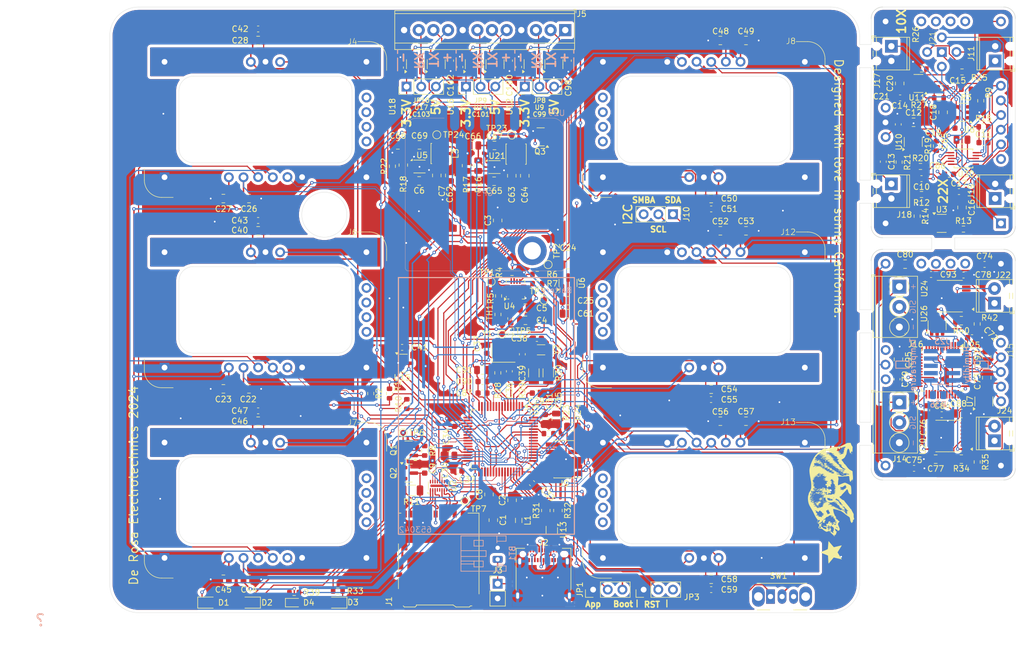
<source format=kicad_pcb>
(kicad_pcb (version 20240108) (generator "pcbnew") (generator_version "8.0")
  (layers (0 "F.Cu" signal) (1 "In1.Cu" signal) (2 "In2.Cu" signal) (31 "B.Cu" signal) (34 "B.Paste" user) (35 "F.Paste" user) (36 "B.SilkS" user "B.Silkscreen") (37 "F.SilkS" user "F.Silkscreen") (38 "B.Mask" user) (39 "F.Mask" user) (44 "Edge.Cuts" user))
  (net 0 "")
  (net 1 "GNDA")
  (net 2 "+3.3VA")
  (net 3 "Net-(BT1-+)")
  (net 4 "GND")
  (net 5 "VBUS")
  (net 6 "/Power Supply/VBATTREG")
  (net 7 "Net-(C4-Pad1)")
  (net 8 "+3V3")
  (net 9 "/Peripheral Connectors/3V3_SD")
  (net 10 "+5V")
  (net 11 "/MicroController/~{RST}")
  (net 12 "Net-(U1-VCAP_1)")
  (net 13 "Net-(U1-PH0)")
  (net 14 "Net-(C37-Pad1)")
  (net 15 "Net-(C38-Pad1)")
  (net 16 "Net-(C39-Pad1)")
  (net 17 "Net-(D1-K)")
  (net 18 "Net-(D2-K)")
  (net 19 "Net-(D3-K)")
  (net 20 "Net-(D4-K)")
  (net 21 "Net-(J1-DAT1)")
  (net 22 "Net-(J1-DAT2)")
  (net 23 "Net-(J1-DAT3{slash}CD)")
  (net 24 "Net-(J1-CMD)")
  (net 25 "Net-(J1-DAT0)")
  (net 26 "Net-(J1-CLK)")
  (net 27 "/MicroController/SCL")
  (net 28 "/MicroController/AIN1")
  (net 29 "/MicroController/SDA")
  (net 30 "/MicroController/GPIO1")
  (net 31 "/MicroController/AIN2")
  (net 32 "/MicroController/GPIO2")
  (net 33 "/MicroController/GPIO3")
  (net 34 "/MicroController/AIN3")
  (net 35 "/MicroController/AIN4")
  (net 36 "/MicroController/GPIO4")
  (net 37 "/MicroController/SMBA")
  (net 38 "/MicroController/GPIO5")
  (net 39 "/MicroController/AIN5")
  (net 40 "/MicroController/AIN6")
  (net 41 "/MicroController/GPIO6")
  (net 42 "/MicroController/GPIO7")
  (net 43 "/MicroController/AIN7")
  (net 44 "/MicroController/AIN8")
  (net 45 "Net-(JP1-C)")
  (net 47 "Net-(U21-SW)")
  (net 48 "Net-(U5-SW)")
  (net 49 "Net-(Q1-G)")
  (net 50 "Net-(Q1-D)")
  (net 51 "Net-(U4-ILIM)")
  (net 52 "Net-(U4-ISET)")
  (net 53 "Net-(U4-~{CHG})")
  (net 54 "Net-(U4-~{PGOOD})")
  (net 55 "Net-(U21-FB)")
  (net 56 "Net-(U5-FB)")
  (net 57 "/MicroController/BOOT0")
  (net 58 "Net-(J9-Pin_10)")
  (net 59 "Net-(U1-PH1)")
  (net 60 "Net-(U1-PC15)")
  (net 61 "Net-(U1-PC14)")
  (net 62 "/MicroController/USBMIC-")
  (net 63 "/MicroController/USB_D-")
  (net 64 "/MicroController/USBMIC+")
  (net 65 "/MicroController/USB_D+")
  (net 66 "Net-(U1-PB10)")
  (net 67 "Net-(U1-PB2)")
  (net 68 "Net-(U4-TS)")
  (net 69 "/Power Supply/VBATT+")
  (net 70 "/RH + Temp Breakout 1/I2C_SCL")
  (net 71 "/RH + Temp Breakout 1/I2C_SDA")
  (net 72 "/MicroController/SPI_CS_MUX1")
  (net 73 "/MicroController/SPI_CS_MUX2")
  (net 74 "/MicroController/SDIO_CMD")
  (net 75 "/MicroController/GPS_PSS")
  (net 76 "/MicroController/GPS_UART_MCU_TX")
  (net 77 "/MicroController/SDIO_D0")
  (net 78 "/MicroController/SWO")
  (net 79 "/MicroController/SPI_CS_MUX3")
  (net 80 "/MicroController/SDIO_CK")
  (net 81 "/MicroController/GPS_UART_MCU_RX")
  (net 82 "/MicroController/SWDCLK")
  (net 83 "/MicroController/USB_ID")
  (net 84 "/MicroController/SWDIO")
  (net 85 "/Peripheral Connectors/SD_D1")
  (net 86 "/Peripheral Connectors/SD_D2")
  (net 87 "/Peripheral Connectors/SD_D3")
  (net 93 "/Peripheral Connectors/USBPORT_D-")
  (net 94 "/Peripheral Connectors/USBPORT_D+")
  (net 95 "/UART Peripherals/UART2_POW")
  (net 96 "/UART Peripherals/UART1_POW")
  (net 97 "/UART Peripherals/UART3_POW")
  (net 98 "/UART Peripherals/UART1_LS_TX")
  (net 99 "/UART Peripherals/UART3_LS_TX")
  (net 100 "/UART Peripherals/UART2_LS_RX")
  (net 101 "/UART Peripherals/UART1_LS_RX")
  (net 102 "/UART Peripherals/UART3_LS_RX")
  (net 103 "/UART Peripherals/UART2_LS_TX")
  (net 104 "/MicroController/UART3V3_1_RX")
  (net 105 "/MicroController/UART3V3_2_RX")
  (net 106 "/MicroController/UART3V3_2_TX")
  (net 107 "/MicroController/UART3V3_3_RX")
  (net 108 "/MicroController/UART3V3_1_TX")
  (net 109 "/MicroController/UART3V3_3_TX")
  (net 112 "/Peripheral Connectors/USBPORT_VBUS")
  (net 113 "/MicroController/GPS_EN")
  (net 114 "/MicroController/GPSGND")
  (net 140 "/Transimpedance Amplifier Array Breakout/I_10K_1")
  (net 141 "/Transimpedance Amplifier Array Breakout/V_10K_1")
  (net 142 "/Transimpedance Amplifier Array Breakout/V_10K_2")
  (net 143 "/Transimpedance Amplifier Array Breakout/I_10K_2")
  (net 144 "/Transimpedance Amplifier Array Breakout/V_22K_1")
  (net 145 "/Transimpedance Amplifier Array Breakout/I_22K_1")
  (net 146 "/Transimpedance Amplifier Array Breakout/I_22K_2")
  (net 147 "/Transimpedance Amplifier Array Breakout/V_22K_2")
  (net 153 "Net-(J15-GNDA)")
  (net 158 "/Transimpedance Amplifier Array Breakout/I2C_SDA")
  (net 160 "Net-(J20-DATA)")
  (net 162 "/Transimpedance Amplifier Array Breakout/I2C_SCL")
  (net 163 "/Transimpedance Amplifier Array Breakout/I2C_ADDR_SEL")
  (net 164 "Net-(U8-+)")
  (net 165 "Net-(U3-+)")
  (net 166 "Net-(U10-+)")
  (net 167 "Net-(U11-+)")
  (net 168 "Net-(U24-EXCA)")
  (net 169 "Net-(U26-+)")
  (net 170 "Net-(U24-EXCB)")
  (net 180 "Net-(J22-Pin_2)")
  (net 181 "Net-(J22-Pin_1)")
  (net 182 "Net-(J24-Pin_1)")
  (net 183 "Net-(J24-Pin_2)")
  (net 184 "Net-(U7-+)")
  (net 185 "Net-(U20-EXCA)")
  (net 186 "Net-(U20-EXCB)")
  (net 197 "Net-(J16-Pin_2)")
  (net 213 "Net-(U20-SDA)")
  (net 222 "Net-(U20-SCL)")
  (net 230 "Net-(J14-Pin_2)")
  (net 234 "/RH + Temp Breakout 1/SWDCLK")
  (net 236 "/RH + Temp Breakout 1/SWDIO")
  (net 239 "Net-(J23-Pin_10)")
  (net 240 "/RH + Temp Breakout 1/~{RST}")
  (net 242 "/RH + Temp Breakout 1/Local_3V3")
  (net 243 "/RH + Temp Breakout 1/Local_GND")
  (net 244 "/RH + Temp Breakout 1/Local_5V")
  (net 245 "/Transimpedance Amplifier Array Breakout/Local_GNDA")
  (net 246 "/Transimpedance Amplifier Array Breakout/Local_3V3A")
  (net 247 "/Transimpedance Amplifier Array Breakout/Local_3V3")
  (net 248 "/Transimpedance Amplifier Array Breakout/Local_GND")
  (net 249 "/Transimpedance Amplifier Array Breakout/Local_5V5")
  (footprint "Capacitor_SMD:C_0805_2012Metric" (layer "F.Cu") (at 108.95 74.2 90)
    (property "Reference" "C62")
    (property "Value" "4.7uF")
  )
  (footprint "ProjectLib:FloggyModuleBase" (layer "F.Cu") (at 57 110)
    (property "Reference" "J6")
    (property "Value" "~")
    (fp_line (start 5 -7.5) (end 5 -17.5) (stroke (width 0.05)) (layer "Edge.Cuts"))
    (fp_line (start 7.5 -20) (end 32.5 -20) (stroke (width 0.05)) (layer "Edge.Cuts"))
    (fp_line (start 32.5 -5) (end 7.5 -5) (stroke (width 0.05)) (layer "Edge.Cuts"))
    (fp_line (start 35 -7.5) (end 35 -17.5) (stroke (width 0.05)) (layer "Edge.Cuts"))
    (fp_arc (start 5 -17.5) (mid 5.732233 -19.267767) (end 7.5 -20) (stroke (width 0.05)) (layer "Edge.Cuts"))
    (fp_arc (start 7.5 -5) (mid 5.732233 -5.732233) (end 5 -7.5) (stroke (width 0.05)) (layer "Edge.Cuts"))
    (fp_arc (start 32.5 -20) (mid 34.267767 -19.267767) (end 35 -17.5) (stroke (width 0.05)) (layer "Edge.Cuts"))
    (fp_arc (start 35 -7.5) (mid 34.267767 -5.732233) (end 32.5 -5) (stroke (width 0.05)) (layer "Edge.Cuts"))
  )
  (footprint "Capacitor_SMD:C_0603_1608Metric" (layer "F.Cu") (at 186.7 65.35 90)
    (property "Reference" "C14")
    (property "Value" "100nF")
  )
  (footprint "Resistor_SMD:R_0805_2012Metric" (layer "F.Cu") (at 100.9 72.4 -90)
    (property "Reference" "R18")
    (property "Value" "30K")
  )
  (footprint "Resistor_SMD:R_1206_3216Metric" (layer "F.Cu") (at 126.025 108.425 -90)
    (property "Reference" "R30")
    (property "Value" "0")
  )
  (footprint "Capacitor_SMD:C_0603_1608Metric" (layer "F.Cu") (at 192.385 91.37)
    (property "Reference" "C93")
    (property "Value" "100nF")
  )
  (footprint "Connector_PinHeader_2.54mm:PinHeader_1x03_P2.54mm_Vertical" (layer "F.Cu") (at 142.56 146 90)
    (property "Reference" "JP3")
    (property "Value" "Jumper_3_Open")
  )
  (footprint "Capacitor_SMD:C_0805_2012Metric" (layer "F.Cu") (at 197.75 79.75 -90)
    (property "Reference" "C16")
    (property "Value" "1uF")
  )
  (footprint "Inductor_SMD:L_0805_2012Metric" (layer "F.Cu") (at 120.9 134 -90)
    (property "Reference" "L1")
    (property "Value" "100Ω@100MHz")
  )
  (footprint "Capacitor_SMD:C_0805_2012Metric" (layer "F.Cu") (at 117.25 82 90)
    (property "Reference" "C3")
    (property "Value" "4.7uF")
  )
  (footprint "LOGO" (layer "F.Cu") (at 175.05 128.55 90)
    (property "Reference" "G***")
    (property "Value" "LOGO" (hide yes))
  )
  (footprint "Capacitor_SMD:C_0805_2012Metric" (layer "F.Cu") (at 121.95 74.25 90)
    (property "Reference" "C64")
    (property "Value" "4.7uF")
  )
  (footprint "Capacitor_SMD:C_0805_2012Metric" (layer "F.Cu") (at 129.45 95.9 180)
    (property "Reference" "C25")
    (property "Value" "1uF")
  )
  (footprint "Capacitor_SMD:C_0805_2012Metric" (layer "F.Cu") (at 154.27 111.25 180)
    (property "Reference" "C54")
    (property "Value" "4.7uF")
  )
  (footprint "LED_SMD:LED_0805_2012Metric" (layer "F.Cu") (at 66.9375 148.25)
    (property "Reference" "D1")
    (property "Value" "LED_GRN")
  )
  (footprint "Resistor_SMD:R_0603_1608Metric" (layer "F.Cu") (at 190.725 77.5 180)
    (property "Reference" "R12")
    (property "Value" "10K")
  )
  (footprint "Package_TO_SOT_SMD:SOT-23-5" (layer "F.Cu") (at 194.225 82.5)
    (property "Reference" "U3")
    (property "Value" "OPA336Nx")
  )
  (footprint "Capacitor_SMD:C_0805_2012Metric" (layer "F.Cu") (at 74.14 144.2)
    (property "Reference" "C44")
    (property "Value" "4.7uF")
  )
  (footprint "LED_SMD:LED_0805_2012Metric" (layer "F.Cu") (at 89.4375 148.25 180)
    (property "Reference" "D3")
    (property "Value" "LED_RED")
  )
  (footprint "Capacitor_SMD:C_0805_2012Metric" (layer "F.Cu") (at 155.86 83.8 180)
    (property "Reference" "C52")
    (property "Value" "4.7uF")
  )
  (footprint "Capacitor_SMD:C_0805_2012Metric" (layer "F.Cu") (at 154.27 78.2 180)
    (property "Reference" "C50")
    (property "Value" "4.7uF")
  )
  (footprint "Capacitor_SMD:C_0805_2012Metric" (layer "F.Cu") (at 160.3 50.8)
    (property "Reference" "C49")
    (property "Value" "4.7uF")
  )
  (footprint "ProjectLib:FloggyModuleShield" (layer "F.Cu") (at 194.3 107 90)
    (property "Reference" "J15")
    (property "Value" "~")
    (fp_arc (start 18 -12.3) (mid 19.414214 -11.714214) (end 20 -10.3) (stroke (width 0.1)) (layer "Edge.Cuts"))
    (fp_arc (start -20 -10.3) (mid -19.414214 -11.714214) (end -18 -12.3) (stroke (width 0.1)) (layer "Edge.Cuts"))
    (fp_arc (start 20 10.7) (mid 19.414214 12.114214) (end 18 12.7) (stroke (width 0.1)) (layer "Edge.Cuts"))
    (fp_arc (start -18 12.7) (mid -19.414214 12.114214) (end -20 10.7) (stroke (width 0.1)) (layer "Edge.Cuts"))
  )
  (footprint "Capacitor_SMD:C_0603_1608Metric" (layer "F.Cu") (at 114.625 111.925)
    (property "Reference" "C87")
    (property "Value" "100nF")
  )
  (footprint "Capacitor_SMD:C_0805_2012Metric" (layer "F.Cu") (at 112.95 69 180)
    (property "Reference" "C66")
    (property "Value" "10uF")
  )
  (footprint "TestPoint:TestPoint_Pad_D1.0mm" (layer "F.Cu") (at 116.1125 92.6125)
    (property "Reference" "TP1")
    (property "Value" "VCHG")
  )
  (footprint "Capacitor_SMD:C_0603_1608Metric" (layer "F.Cu") (at 109.775 116.925 90)
    (property "Reference" "C34")
    (property "Value" "100nF")
  )
  (footprint "Capacitor_SMD:C_0603_1608Metric" (layer "F.Cu") (at 125.5 116.425 -90)
    (property "Reference" "C31")
    (property "Value" "100nF")
  )
  (footprint "Package_TO_SOT_SMD:SOT-23" (layer "F.Cu") (at 101.8 125.8)
    (property "Reference" "Q2")
    (property "Value" "AO3401A")
  )
  (footprint "Resistor_SMD:R_1206_3216Metric" (layer "F.Cu") (at 123.525 108.425 -90)
    (property "Reference" "R29")
    (property "Value" "0")
  )
  (footprint "Capacitor_SMD:C_0603_1608Metric" (layer "F.Cu") (at 187.025 60.75 180)
    (property "Reference" "C21")
    (property "Value" "100nF")
  )
  (footprint "Resistor_SMD:R_0603_1608Metric" (layer "F.Cu") (at 104.6 121.925 -90)
    (property "Reference" "R8")
    (property "Value" "1.5K")
  )
  (footprint "Connector_PinHeader_1.27mm:PinHeader_2x05_P1.27mm_Vertical_SMD" (layer "F.Cu") (at 128.75 123.4 180)
    (property "Reference" "J9")
    (property "Value" "CTX_DBG")
  )
  (footprint "Capacitor_SMD:C_0805_2012Metric" (layer "F.Cu") (at 122.0625 97.2125)
    (property "Reference" "C5")
    (property "Value" "10uF")
  )
  (footprint "Resistor_SMD:R_0603_1608Metric" (layer "F.Cu") (at 198 83.5)
    (property "Reference" "R13")
    (property "Value" "22K")
  )
  (footprint "Capacitor_SMD:C_0603_1608Metric" (layer "F.Cu") (at 195.5 74 180)
    (property "Reference" "C86")
    (property "Value" "100nF")
  )
  (footprint "Package_DFN_QFN:OnSemi_UDFN-16-1EP_1.35x3.3mm_P0.4mm_EP0.4x2.8mm" (layer "F.Cu") (at 107 128 90)
    (property "Reference" "U2")
    (property "Value" "CM1624")
  )
  (footprint "TerminalBlock_Phoenix:TerminalBlock_Phoenix_MPT-0,5-2-2.54_1x02_P2.54mm_Horizontal" (layer "F.Cu") (at 185.5 75.655 -90)
    (property "Reference" "J18")
    (property "Value" "XIMPEDANCE_22K")
  )
  (footprint "Package_TO_SOT_SMD:SOT-23-5" (layer "F.Cu") (at 193.435 100.17 90)
    (property "Reference" "U26")
    (property "Value" "OPA336Nx")
  )
  (footprint "ProjectLib:FloggyModuleBase" (layer "F.Cu") (at 57 77)
    (property "Reference" "J4")
    (property "Value" "~")
    (fp_line (start 5 -7.5) (end 5 -17.5) (stroke (width 0.05)) (layer "Edge.Cuts"))
    (fp_line (start 7.5 -20) (end 32.5 -20) (stroke (width 0.05)) (layer "Edge.Cuts"))
    (fp_line (start 32.5 -5) (end 7.5 -5) (stroke (width 0.05)) (layer "Edge.Cuts"))
    (fp_line (start 35 -7.5) (end 35 -17.5) (stroke (width 0.05)) (layer "Edge.Cuts"))
    (fp_arc (start 5 -17.5) (mid 5.732233 -19.267767) (end 7.5 -20) (stroke (width 0.05)) (layer "Edge.Cuts"))
    (fp_arc (start 7.5 -5) (mid 5.732233 -5.732233) (end 5 -7.5) (stroke (width 0.05)) (layer "Edge.Cuts"))
    (fp_arc (start 32.5 -20) (mid 34.267767 -19.267767) (end 35 -17.5) (stroke (width 0.05)) (layer "Edge.Cuts"))
    (fp_arc (start 35 -7.5) (mid 34.267767 -5.732233) (end 32.5 -5) (stroke (width 0.05)) (layer "Edge.Cuts"))
  )
  (footprint "Capacitor_SMD:C_0805_2012Metric" (layer "F.Cu") (at 119.75 130.5 90)
    (property "Reference" "C2")
    (property "Value" "1uF")
  )
  (footprint "Capacitor_SMD:C_0805_2012Metric" (layer "F.Cu") (at 155.86 116.8 180)
    (property "Reference" "C56")
    (property "Value" "4.7uF")
  )
  (footprint "Resistor_SMD:R_0603_1608Metric" (layer "F.Cu") (at 117.4125 95.0875 90)
    (property "Reference" "R5")
    (property "Value" "1K")
  )
  (footprint "Connector_Card:microSD_HC_Hirose_DM3AT-SF-PEJM5" (layer "F.Cu") (at 107.025 140.625)
    (property "Reference" "J1")
    (property "Value" "Micro_SD_Card")
  )
  (footprint "Package_TO_SOT_SMD:SOT-23-6" (layer "F.Cu") (at 103 54.9 90)
    (property "Reference" "U18")
    (property "Value" "TXB0101DBV")
  )
  (footprint "ProjectLib:FloggyModuleShield" (layer "F.Cu") (at 194.3 65 90)
    (property "Reference" "J20" (hide yes))
    (property "Value" "~")
    (fp_arc (start 18 -12.3) (mid 19.414214 -11.714214) (end 20 -10.3) (stroke (width 0.1)) (layer "Edge.Cuts"))
    (fp_arc (start -20 -10.3) (mid -19.414214 -11.714214) (end -18 -12.3) (stroke (width 0.1)) (layer "Edge.Cuts"))
    (fp_arc (start 20 10.7) (mid 19.414214 12.114214) (end 18 12.7) (stroke (width 0.1)) (layer "Edge.Cuts"))
    (fp_arc (start -18 12.7) (mid -19.414214 12.114214) (end -20 10.7) (stroke (width 0.1)) (layer "Edge.Cuts"))
  )
  (footprint "Connector_PinHeader_2.54mm:PinHeader_1x03_P2.54mm_Vertical" (layer "F.Cu") (at 111.76 58.8 90)
    (property "Reference" "JP9")
    (property "Value" "Jumper_3_Open")
  )
  (footprint "Resistor_SMD:R_0603_1608Metric" (layer "F.Cu") (at 186.85 71.8875 -90)
    (property "Reference" "R21")
    (property "Value" "22K")
  )
  (footprint "Capacitor_SMD:C_0603_1608Metric" (layer "F.Cu") (at 199.485 102.32)
    (property "Reference" "C72")
    (property "Value" "100nF")
  )
  (footprint "LED_SMD:LED_0805_2012Metric" (layer "F.Cu") (at 74.4375 148.25 180)
    (property "Reference" "D2")
    (property "Value" "LED_RED")
  )
  (footprint "Resistor_SMD:R_0603_1608Metric" (layer "F.Cu") (at 98.5 112 -90)
    (property "Reference" "R1")
    (property "Value" "1.8K")
  )
  (footprint "Capacitor_SMD:C_0805_2012Metric" (layer "F.Cu") (at 116.7 69)
    (property "Reference" "C67")
    (property "Value" "10uF")
  )
  (footprint "Inductor_SMD:L_Sunlord_SWPA3015S" (layer "F.Cu") (at 107.45 70.4 -90)
    (property "Reference" "L3")
    (property "Value" "2.2uH")
  )
  (footprint "Package_TO_SOT_SMD:SOT-23-6" (layer "F.Cu") (at 127 54.9 90)
    (property "Reference" "U9")
    (property "Value" "TXB0101DBV")
  )
  (footprint "Inductor_SMD:L_Sunlord_SWPA3015S" (layer "F.Cu") (at 120.45 70.5 -90)
    (property "Reference" "L2" (hide yes))
    (property "Value" "2.2uH")
  )
  (footprint "Resistor_SMD:R_0603_1608Metric" (layer "F.Cu") (at 101.5 113.825 90)
    (property "Reference" "R10")
    (property "Value" "100K")
  )
  (footprint "Package_TO_SOT_SMD:SOT-23" (layer "F.Cu") (at 100.9375 106.75)
    (property "Reference" "U15")
    (property "Value" "TPS3839G33DBZ")
  )
  (footprint "Resistor_SMD:R_0603_1608Metric" (layer "F.Cu") (at 189.975 81.25 -90)
    (property "Reference" "R14")
    (property "Value" "1K")
  )
  (footprint "Capacitor_SMD:C_0805_2012Metric" (layer "F.Cu") (at 103.7 68.9)
    (property "Reference" "C69")
    (property "Value" "10uF")
  )
  (footprint "Capacitor_SMD:C_0603_1608Metric" (layer "F.Cu") (at 195.75 66 180)
    (property "Reference" "C19")
    (property "Value" "100nF")
  )
  (footprint "Capacitor_SMD:C_0805_2012Metric" (layer "F.Cu") (at 202.035 105.67 -90)
    (property "Reference" "C73")
    (property "Value" "4.7uF")
  )
  (footprint "Package_SON:WSON-6-1EP_2x2mm_P0.65mm_EP1x1.6mm" (layer "F.Cu") (at 116.7 72.75)
    (property "Reference" "U21")
    (property "Value" "TPS61099DRV")
  )
  (footprint "Resistor_SMD:R_0603_1608Metric" (layer "F.Cu") (at 197.75 56.25)
    (property "Reference" "R25")
    (property "Value" "22K")
  )
  (footprint "TestPoint:TestPoint_Pad_D1.0mm" (layer "F.Cu") (at 119.7 67.2)
    (property "Reference" "TP23")
    (property "Value" "5V")
  )
  (footprint "Capacitor_SMD:C_0805_2012Metric" (layer "F.Cu") (at 103.6375 75.15 180)
    (property "Reference" "C6")
    (property "Value" "10uF")
  )
  (footprint "Capacitor_SMD:C_0603_1608Metric" (layer "F.Cu") (at 184.1 71.8125 -90)
    (property "Reference" "C13")
    (property "Value" "10pF")
  )
  (footprint "Resistor_SMD:R_0603_1608Metric" (layer "F.Cu") (at 126.1 118.95 180)
    (property "Reference" "R23")
    (property "Value" "10K")
  )
  (footprint "Capacitor_SMD:C_0805_2012Metric" (layer "F.Cu") (at 122.0625 99.3125)
    (property "Reference" "C4")
    (property "Value" "4.7uF")
  )
  (footprint "Capacitor_SMD:C_0805_2012Metric" (layer "F.Cu") (at 129.45 89.65 180)
    (property "Reference" "C24")
    (property "Value" "1uF")
  )
  (footprint "Resistor_SMD:R_0603_1608Metric" (layer "F.Cu") (at 190.75 55.75)
    (property "Reference" "R26")
    (property "Value" "1K")
  )
  (footprint "Capacitor_SMD:C_0603_1608Metric" (layer "F.Cu") (at 154.27 146 180)
    (property "Reference" "C59")
    (property "Value" "100nF")
  )
  (footprint "Capacitor_SMD:C_0603_1608Metric" (layer "F.Cu") (at 104.6 125.025 90)
    (property "Reference" "C9")
    (property "Value" "100nF")
  )
  (footprint "Capacitor_SMD:C_0603_1608Metric" (layer "F.Cu") (at 120.9 55.4 90)
    (property "Reference" "C99")
    (property "Value" "100nF")
  )
  (footprint "Capacitor_SMD:C_0603_1608Metric" (layer "F.Cu") (at 121.525 105.2 -90)
    (property "Reference" "C39")
    (property "Value" "18pF")
  )
  (footprint "Package_TO_SOT_SMD:SOT-23" (layer "F.Cu") (at 101.8 121.8 180)
    (property "Reference" "Q1")
    (property "Value" "HL3400A")
  )
  (footprint "TestPoint:TestPoint_Pad_D1.0mm" (layer "F.Cu") (at 125.3 95.8)
    (property "Reference" "TP3")
    (property "Value" "~{PGOOD}")
  )
  (footprint "ProjectLib:FloggyModuleBase" (layer "F.Cu") (at 173 52 180)
    (property "Reference" "J8")
    (property "Value" "~")
    (fp_line (start 35 -7.5) (end 35 -17.5) (stroke (width 0.05)) (layer "Edge.Cuts"))
    (fp_line (start 32.5 -5) (end 7.5 -5) (stroke (width 0.05)) (layer "Edge.Cuts"))
    (fp_line (start 7.5 -20) (end 32.5 -20) (stroke (width 0.05)) (layer "Edge.Cuts"))
    (fp_line (start 5 -7.5) (end 5 -17.5) (stroke (width 0.05)) (layer "Edge.Cuts"))
    (fp_arc (start 35 -7.5) (mid 34.267767 -5.732233) (end 32.5 -5) (stroke (width 0.05)) (layer "Edge.Cuts"))
    (fp_arc (start 32.5 -20) (mid 34.267767 -19.267767) (end 35 -17.5) (stroke (width 0.05)) (layer "Edge.Cuts"))
    (fp_arc (start 7.5 -5) (mid 5.732233 -5.732233) (end 5 -7.5) (stroke (width 0.05)) (layer "Edge.Cuts"))
    (fp_arc (start 5 -17.5) (mid 5.732233 -19.267767) (end 7.5 -20) (stroke (width 0.05)) (layer "Edge.Cuts"))
  )
  (footprint "Capacitor_SMD:C_0805_2012Metric" (layer "F.Cu") (at 155.86 50.8 180)
    (property "Reference" "C48")
    (property "Value" "4.7uF")
  )
  (footprint "Capacitor_SMD:C_0805_2012Metric" (layer "F.Cu") (at 69.7 111.2 180)
    (property "Reference" "C23")
    (property "Value" "4.7uF")
  )
  (footprint "Resistor_SMD:R_0603_1608Metric" (layer "F.Cu") (at 124.1375 92.95 180)
    (property "Reference" "R7")
    (property "Value" "1K")
  )
  (footprint "Capacitor_SMD:C_0603_1608Metric" (layer "F.Cu") (at 194.25 59)
    (property "Reference" "C15")
    (property "Value" "10pF")
  )
  (footprint "TestPoint:TestPoint_Pad_D1.0mm" (layer "F.Cu") (at 111.6 130.6)
    (property "Reference" "TP7")
    (property "Value" "3V3_SD")
  )
  (footprint "Resistor_SMD:R_0805_2012Metric" (layer "F.Cu") (at 197.635 123.37 180)
    (property "Reference" "R34")
    (property "Value" "100K")
  )
  (footprint "Capacitor_SMD:C_0805_2012Metric" (layer "F.Cu") (at 75.73 116.8)
    (property "Reference" "C46")
    (property "Value" "4.7uF")
  )
  (footprint "Capacitor_SMD:C_0603_1608Metric" (layer "F.Cu") (at 110.7 55.4 90)
    (property "Reference" "C101")
    (property "Value" "100nF")
  )
  (footprint "TerminalBlock_Phoenix:TerminalBlock_Phoenix_MPT-0,5-2-2.54_1x02_P2.54mm_Horizontal" (layer "F.Cu") (at 203.5 78.195 90)
    (property "Reference" "J19")
    (property "Value" "XIMPEDANCE_22K")
  )
  (footprint "Connector_PinHeader_2.54mm:PinHeader_1x03_P2.54mm_Vertical" (layer "F.Cu") (at 147.64 80.925 -90)
    (property "Reference" "J10")
    (property "Value" "Conn_01x03_Pin")
  )
  (footprint "Package_SO:TSSOP-16_4.4x5mm_P0.65mm" (layer "F.Cu") (at 195.635 95.12 180)
    (property "Reference" "U24")
    (property "Value" "AD7745")
  )
  (footprint "Capacitor_SMD:C_0603_1608Metric" (layer "F.Cu") (at 75.73 48.8)
    (property "Reference" "C42")
    (property "Value" "100nF")
  )
  (footprint "Package_DFN_QFN:VQFN-16-1EP_3x3mm_P0.5mm_EP1.6x1.6mm" (layer "F.Cu") (at 120.35 94.0125 90)
    (property "Reference" "U4")
    (property "Value" "BQ24075RGT")
  )
  (footprint "Capacitor_SMD:C_0805_2012Metric" (layer "F.Cu") (at 115.75 129.5 90)
    (property "Reference" "C8")
    (property "Value" "10uF")
  )
  (footprint "Capacitor_SMD:C_0805_2012Metric" (layer "F.Cu") (at 154.27 144.2 180)
    (property "Reference" "C58")
    (property "Value" "4.7uF")
  )
  (footprint "Package_TO_SOT_SMD:SOT-23-5" (layer "F.Cu") (at 189.3 68.3875 90)
    (property "Reference" "U10")
    (property "Value" "OPA336Nx")
  )
  (footprint "TerminalBlock_Phoenix:TerminalBlock_Phoenix_PT-1,5-3-3.5-H_1x03_P3.50mm_Horizontal" (layer "F.Cu") (at 186.885 93.48 -90)
    (property "Reference" "J16")
    (property "Value" "Conn_01x03_Socket")
  )
  (footprint "Capacitor_SMD:C_0805_2012Metric" (layer "F.Cu") (at 197.75 68 180)
    (property "Reference" "C85")
    (property "Value" "10uF")
  )
  (footprint "Capacitor_SMD:C_0603_1608Metric" (layer "F.Cu") (at 119.275 108.15 -90)
    (property "Reference" "C36")
    (property "Value" "18pF")
  )
  (footprint "Capacitor_SMD:C_0603_1608Metric" (layer "F.Cu") (at 100.6875 104 180)
    (property "Reference" "C41")
    (property "Value" "100nF")
  )
  (footprint "TerminalBlock_TE-Connectivity:TerminalBlock_TE_1-282834-2_1x12_P2.54mm_Horizontal" (layer "F.Cu") (at 128.97 49 180)
    (property "Reference" "J5")
    (property "Value" "Conn_01x12_Socket")
  )
  (footprint "Capacitor_SMD:C_0805_2012Metric" (layer "F.Cu") (at 193.185 123.37 180)
    (property "Reference" "C77")
    (property "Value" "4.7uF")
  )
  (footprint "Capacitor_SMD:C_0603_1608Metric" (layer "F.Cu") (at 191.635 114.895 -90)
    (property "Reference" "C76")
    (property "Value" "100nF")
  )
  (footprint "Package_TO_SOT_SMD:SOT-23-5" (layer "F.Cu") (at 197.975 63.25 180)
    (property "Reference" "U8")
    (property "Value" "OPA336Nx")
  )
  (footprint "Resistor_SMD:R_0603_1608Metric" (layer "F.Cu") (at 193.75 60.75)
    (property "Reference" "R27")
    (property "Value" "22K")
  )
  (footprint "Capacitor_SMD:C_0603_1608Metric" (layer "F.Cu") (at 186.485 109.52 -90)
    (property "Reference" "C79")
    (property "Value" "100nF")
  )
  (footprint "Package_TO_SOT_SMD:SOT-23-6" (layer "F.Cu") (at 116.8 54.9 90)
    (property "Reference" "U14")
    (property "Value" "TXB0101DBV")
  )
  (footprint "Resistor_SMD:R_0603_1608Metric" (layer "F.Cu") (at 201.475 65.75)
    (property "Reference" "R15")
    (property "Value" "10K")
  )
  (footprint "Resistor_SMD:R_0805_2012Metric" (layer "F.Cu") (at 125.6 132.2875 90)
    (property "Reference" "R31")
    (property "Value" "15")
  )
  (footprint "Resistor_SMD:R_0603_1608Metric" (layer "F.Cu") (at 89.55 146.25)
    (property "Reference" "R33")
    (property "Value" "390")
  )
  (footprint "Capacitor_SMD:C_0603_1608Metric" (layer "F.Cu") (at 75.73 82)
    (property "Reference" "C43")
    (property "Value" "100nF")
  )
  (footprint "Capacitor_SMD:C_0603_1608Metric" (layer "F.Cu") (at 198.01 91.47)
    (property "Reference" "C78")
    (property "Value" "100nF")
  )
  (footprint "Button_Switch_THT:SW_Slide_SPDT_Angled_CK_OS102011MA1Q" (layer "F.Cu") (at 164.55 147.2)
    (property "Reference" "SW1")
    (property "Value" "SW_SPDT")
  )
  (footprint "Capacitor_SMD:C_0805_2012Metric" (layer "F.Cu") (at 108.8 122.8 180)
    (property "Reference" "C30")
    (property "Value" "4.7uF")
  )
  (footprint "TestPoint:TestPoint_Pad_D1.0mm" (layer "F.Cu") (at 118 101.7)
    (property "Reference" "TP5")
    (property "Value" "VBATT")
  )
  (footprint "Capacitor_SMD:C_0603_1608Metric" (layer "F.Cu") (at 124.025 111.925)
    (property "Reference" "C29")
    (property "Value" "100nF")
  )
  (footprint "LOGO" (layer "F.Cu") (at 175.029537 139.55 90)
    (property "Reference" "G***" (hide yes))
    (property "Value" "LOGO" (hide yes))
  )
  (footprint "Capacitor_SMD:C_0805_2012Metric" (layer "F.Cu") (at 186.735 106.07 90)
    (property "Reference" "C95")
    (property "Value" "4.7uF")
  )
  (footprint "TestPoint:TestPoint_Pad_D1.0mm" (layer "F.Cu") (at 100.8625 118.8)
    (property "Reference" "TP6")
    (property "Value" "Q2B")
  )
  (footprint "TerminalBlock_Phoenix:TerminalBlock_Phoenix_MPT-0,5-2-2.54_1x02_P2.54mm_Horizontal" (layer "F.Cu") (at 203.385 96.345 90)
    (property "Reference" "J22")
    (property "Value" "RHSENSE1")
  )
  (footprint "Capacitor_SMD:C_0805_2012Metric" (layer "F.Cu") (at 116.6375 75.2 180)
    (property "Reference" "C65")
    (property "Value" "10uF")
  )
  (footprint "Package_TO_SOT_SMD:SOT-23" (layer "F.Cu") (at 129.45 92.8375 90)
    (property "Reference" "U6")
    (property "Value" "TPS7A0533PDBZ")
  )
  (footprint "Resistor_SMD:R_0805_2012Metric" (layer "F.Cu") (at 130.2 117.75)
    (property "Reference" "R24")
    (property "Value" "22")
  )
  (footprint "Capacitor_SMD:C_0603_1608Metric" (layer "F.Cu") (at 100.4 55.5 90)
    (property "Reference" "C103")
    (property "Value" "100nF")
  )
  (footprint "Capacitor_SMD:C_0603_1608Metric" (layer "F.Cu") (at 154.25 113.05 180)
    (property "Reference" "C55")
    (property "Value" "100nF")
  )
  (footprint "Capacitor_SMD:C_0603_1608Metric" (layer "F.Cu") (at 119.3 54.3 -90)
    (property "Reference" "C100")
    (property "Value" "100nF")
  )
  (footprint "Capacitor_SMD:C_0603_1608Metric" (layer "F.Cu") (at 201.475 68.5)
    (property "Reference" "C11")
    (property "Value" "10pF")
  )
  (footprint "Capacitor_SMD:C_0805_2012Metric" (layer "F.Cu") (at 99.95 68.9 180)
    (property "Reference" "C68")
    (property "Value" "10uF")
  )
  (footprint "TestPoint:TestPoint_Pad_D1.0mm" (layer "F.Cu") (at 106.7 67.15)
    (property "Reference" "TP24")
    (property "Value" "3V")
  )
  (footprint "Capacitor_SMD:C_0805_2012Metric" (layer "F.Cu") (at 114.625 107.925)
    (property "Reference" "C91")
    (property "Value" "4.7uF")
  )
  (footprint "Resistor_SMD:R_0603_1608Metric" (layer "F.Cu") (at 99 72.6 90)
    (property "Reference" "R22")
    (property "Value" "13K")
  )
  (footprint "Capacitor_SMD:C_0805_2012Metric" (layer "F.Cu") (at 127.4 116.425 -90)
    (property "Reference" "C35")
    (property "Value" "4.7uF")
  )
  (footprint "Package_TO_SOT_SMD:SOT-23-6" (layer "F.Cu") (at 113.2 54.9 90)
    (property "Reference" "U16")
    (property "Value" "TXB0101DBV")
  )
  (footprint "Capacitor_SMD:C_0805_2012Metric" (layer "F.Cu") (at 187.885 89.57)
    (property "Reference" "C80")
    (property "Value" "4.7uF")
  )
  (footprint "Capacitor_SMD:C_0603_1608Metric" (layer "F.Cu") (at 123.2 127.55 -45)
    (property "Reference" "C33")
    (property "Value" "100nF")
  )
  (footprint "Capacitor_SMD:C_0805_2012Metric" (layer "F.Cu") (at 194.475 63.25 90)
    (property "Reference" "C18")
    (property "Value" "1uF")
  )
  (footprint "Capacitor_SMD:C_0603_1608Metric" (layer "F.Cu") (at 189.435 124.97)
    (property "Reference" "C75")
    (property "Value" "100nF")
  )
  (footprint "Resistor_SMD:R_0603_1608Metric" (layer "F.Cu") (at 200.385 99.945 -90)
    (property "Reference" "R42")
    (property "Value" "115K")
  )
  (footprint "Package_QFP:LQFP-48_7x7mm_P0.5mm" (layer "F.Cu") (at 194.335 107.97 -90)
    (property "Reference" "U25")
    (property "Value" "STM32F030C8Tx")
  )
  (footprint "Resistor_SMD:R_0603_1608Metric" (layer "F.Cu") (at 124.1125 91.35)
    (property "Reference" "R6")
    (property "Value" "1K")
  )
  (footprint "Connector_PinHeader_2.54mm:PinHeader_1x03_P2.54mm_Vertical" (layer "F.Cu") (at 101.46 58.8 90)
    (property "Reference" "JP10")
    (property "Value" "Jumper_3_Open")
  )
  (footprint "Capacitor_SMD:C_0805_2012Metric" (layer "F.Cu") (at 106.7 74.2 90)
    (property "Reference" "C7")
    (property "Value" "1uF")
  )
  (footprint "Capacitor_SMD:C_0805_2012Metric" (layer "F.Cu") (at 186.95 58.25 90)
    (property "Reference" "C20")
    (property "Value" "1uF")
  )
  (footprint "Resistor_SMD:R_0603_1608Metric" (layer "F.Cu") (at 198.475 59.25 180)
    (property "Reference" "R3")
    (property "Value" "22K")
  )
  (footprint "Capacitor_SMD:C_0805_2012Metric" (layer "F.Cu") (at 197.535 115.47)
    (property "Reference" "C88")
    (property "Value" "10uF")
  )
  (footprint "Capacitor_SMD:C_0805_2012Metric" (layer "F.Cu") (at 74.14 111.2)
    (property "Reference" "C22")
    (property "Value" "4.7uF")
  )
  (footprint "Package_SO:TSSOP-16_4.4x5mm_P0.65mm" (layer "F.Cu") (at 195.385 119.37 180)
    (property "Reference" "U20")
    (property "Value" "AD7745")
  )
  (footprint "Package_SON:WSON-6-1EP_2x2mm_P0.65mm_EP1x1.6mm" (layer "F.Cu") (at 103.7 72.65)
    (property "Reference" "U5")
    (property "Value" "TPS61099DRV")
  )
  (footprint "Capacitor_SMD:C_0805_2012Metric" (layer "F.Cu") (at 160.3 83.8)
    (property "Reference" "C53")
    (property "Value" "4.7uF")
  )
  (footprint "Resistor_SMD:R_0805_2012Metric" (layer "F.Cu") (at 127.7 132.2875 90)
    (property "Reference" "R32")
    (property "Value" "15")
  )
  (footprint "Resistor_SMD:R_0603_1608Metric" (layer "F.Cu") (at 200.385 123.87 -90)
    (property "Reference" "R35")
    (property "Value" "115K")
  )
  (footprint "LED_SMD:LED_0603_1608Metric" (layer "F.Cu") (at 81.9375 148.25)
    (property "Reference" "D4")
    (property "Value" "LED_WHT")
  )
  (footprint "Resistor_SMD:R_0603_1608Metric" (layer "F.Cu") (at 81.975 146.5 180)
    (property "Reference" "R39")
    (property "Value" "390")
  )
  (footprint "Package_TO_SOT_SMD:SOT-23-6" (layer "F.Cu") (at 123.4 54.9 90)
    (property "Reference" "U12")
    (property "Value" "TXB0101DBV")
  )
  (footprint "TerminalBlock_Phoenix:TerminalBlock_Phoenix_MPT-0,5-2-2.54_1x02_P2.54mm_Horizontal" (layer "F.Cu") (at 203.5 54.345 90)
    (property "Reference" "J11")
    (property "Value" "XIMPEDANCE_10K")
  )
  (footprint "ProjectLib:FloggyModuleBase" (layer "F.Cu") (at 57 143)
    (property "Reference" "J7")
    (property "Value" "~")
    (fp_line (start 5 -7.5) (end 5 -17.5) (stroke (width 0.05)) (layer "Edge.Cuts"))
    (fp_line (start 7.5 -20) (end 32.5 -20) (stroke (width 0.05)) (layer "Edge.Cuts"))
    (fp_line (start 32.5 -5) (end 7.5 -5) (stroke (width 0.05)) (layer "Edge.Cuts"))
    (fp_line (start 35 -7.5) (end 35 -17.5) (stroke (width 0.05)) (layer "Edge.Cuts"))
    (fp_arc (start 5 -17.5) (mid 5.732233 -19.267767) (end 7.5 -20) (stroke (width 0.05)) (layer "Edge.Cuts"))
    (fp_arc (start 7.5 -5) (mid 5.732233 -5.732233) (end 5 -7.5) (stroke (width 0.05)) (layer "Edge.Cuts"))
    (fp_arc (start 32.5 -20) (mid 34.267767 -19.267767) (end 35 -17.5) (stroke (width 0.05)) (layer "Edge.Cuts"))
    (fp_arc (start 35 -7.5) (mid 34.267767 -5.732233) (end 32.5 -5) (stroke (width 0.05)) (layer "Edge.Cuts"))
  )
  (footprint "Capacitor_SMD:C_0805_2012Metric" (layer "F.Cu") (at 69.7 78.2 180)
    (property "Reference" "C27")
    (property "Value" "4.7uF")
  )
  (footprint "Resistor_SMD:R_0603_1608Metric" (layer "F.Cu") (at 193.3 69.0875 90)
    (property "Reference" "R19")
    (property "Value" "22K")
  )
  (footprint "Connector_PinHeader_2.54mm:PinHeader_1x03_P2.54mm_Vertical" (layer "F.Cu") (at 121.96 58.8 90)
    (property "Reference" "JP8")
    (property "Value" "Jumper_3_Open")
  )
  (footprint "Resistor_SMD:R_0805_2012Metric" (layer "F.Cu") (at 197.635 99.37)
    (property "Reference" "R40")
    (property "Value" "100K")
  )
  (footprint "Capacitor_SMD:C_0603_1608Metric" (layer "F.Cu") (at 114.625 109.925)
    (property "Reference" "C90")
    (property "Value" "100nF")
  )
  (footprint "Package_TO_SOT_SMD:SOT-23-5" (layer "F.Cu") (at 201.535 113.37 90)
    (property "Reference" "U7")
    (property "Value" "OPA336Nx")
  )
  (footprint "TerminalBlock_Phoenix:TerminalBlock_Phoenix_MPT-0,5-2-2.54_1x02_P2.54mm_Horizontal" (layer "F.Cu") (at 185.5 51.805 -90)
    (property "Reference" "J17")
    (property "Value" "XIMPEDANCE_10K")
  )
  (footprint "Capacitor_SMD:C_0603_1608Metric" (layer "F.Cu") (at 190.725 74.75 180)
    (property "Reference" "C10")
    (property "Value" "10pF")
  )
  (footprint "Capacitor_SMD:C_0805_2012Metric" (layer "F.Cu") (at 129.45 98.15 180)
    (property "Reference" "C61")
    (property "Value" "4.7uF")
  )
  (footprint "Capacitor_SMD:C_0805_2012Metric" (layer "F.Cu") (at 75.73 83.8)
    (property "Reference" "C40")
    (property "Value" "4.7uF")
  )
  (footprint "ProjectLib:FuseLine" (layer "F.Cu") (at 119.5125 99 -90)
    (property "Reference" "F1")
    (property "Value" "2A@100ms")
  )
  (footprint "Capacitor_SMD:C_0603_1608Metric" (layer "F.Cu") (at 75.73 115)
    (property "Reference" "C47")
    (property "Value" "100nF")
  )
  (footprint "Capacitor_SMD:C_0805_2012Metric" (layer "F.Cu") (at 189.35 64.9875)
    (property "Reference" "C12")
    (property "Value" "1uF")
  )
  (footprint "Resistor_SMD:R_0603_1608Metric" (layer "F.Cu") (at 201 61.25 90)
    (property "Reference" "R9")
    (property "Value" "1K")
  )
  (footprint "Crystal:Crystal_SMD_3225-4Pin_3.2x2.5mm" (layer "F.Cu") (at 118.275 104.925)
    (property "Reference" "Y1")
    (property "Value" "25MHz")
  )
  (footprint "Package_TO_SOT_SMD:SOT-23-6" (layer "F.Cu") (at 106.6 54.9 90)
    (property "Reference" "U17")
    (property "Value" "TXB0101DBV")
  )
  (footprint "Capacitor_SMD:C_0603_1608Metric" (layer "F.Cu") (at 124.05 102.45 180)
    (property "Reference" "C38")
    (property "Value" "18pF")
  )
  (footprint "Capacitor_SMD:C_0805_2012Metric" (layer "F.Cu") (at 116.5 133.95 -90)
    (property "Reference" "C1")
    (property "Value" "4.7uF")
  )
  (footprint "Connector_USB:USB_C_Receptacle_Amphenol_12401610E4-2A" (layer "F.Cu") (at 125.2 144.2)
    (property "Reference" "J2")
    (property "Value" "USB_C_Receptacle_USB2.0_14P")
  )
  (footprint "ProjectLib:FloggyModuleBase" (layer "F.Cu") (at 173 118.016 180)
    (property "Reference" "J13")
    (property "Value" "~")
    (fp_line (start 35 -7.5) (end 35 -17.5) (stroke (width 0.05)) (layer "Edge.Cuts"))
    (fp_line (start 32.5 -5) (end 7.5 -5) (stroke (width 0.05)) (layer "Edge.Cuts"))
    (fp_line (start 7.5 -20) (end 32.5 -20) (stroke (width 0.05)) (layer "Edge.Cuts"))
    (fp_line (start 5 -7.5) (end 5 -17.5) (stroke (width 0.05)) (layer "Edge.Cuts"))
    (fp_arc (start 35 -7.5) (mid 34.267767 -5.732233) (end 32.5 -5) (stroke (width 0.05)) (layer "Edge.Cuts"))
    (fp_arc (start 32.5 -20) (mid 34.267767 -19.267767) (end 35 -17.5) (stroke (width 0.05)) (layer "Edge.Cuts"))
    (fp_arc (start 7.5 -5) (mid 5.732233 -5.732233) (end 5 -7.5) (stroke (width 0.05)) (layer "Edge.Cuts"))
    (fp_arc (start 5 -17.5) (mid 5.732233 -19.267767) (end 7.5 -20) (stroke (width 0.05)) (layer "Edge.Cuts"))
  )
  (footprint "Capacitor_SMD:C_0603_1608Metric" (layer "F.Cu") (at 129.5 54.3 -90)
    (property "Reference" "C98")
    (property "Value" "100nF")
  )
  (footprint "Resistor_SMD:R_0603_1608Metric" (layer "F.Cu") (at 119.7375 91.0125)
    (property "Reference" "R4")
    (property "Value" "2.2K")
  )
  (footprint "Connector_PinHeader_2.54mm:PinHeader_1x03_P2.54mm_Vertical" (layer "F.Cu") (at 133.8 146 90)
    (property "Reference" "JP1")
    (property "Value" "Jumper_3_Open")
  )
  (footprint "Resistor_SMD:R_0805_2012Metric" (layer "F.Cu") (at 111.85 72.5 90)
    (property "Reference" "R17")
    (property "Value" "3K")
  )
  (footprint "Package_QFP:LQFP-64_10x10mm_P0.5mm" (layer "F.Cu") (at 117.775 119.925 -90)
    (property "Reference" "U1")
    (property "Value" "STM32F412RGTx")
  )
  (footprint "Package_SO:TSSOP-10_3x3mm_P0.5mm" (layer "F.Cu") (at 198 71.25)
    (property "Reference" "U30")
    (property "Value" "ADS1115IDGS")
  )
  (footprint "Capacitor_SMD:C_0603_1608Metric" (layer "F.Cu") (at 201.66 89.62)
    (property "Reference" "C74")
    (property "Value" "100nF")
  )
  (footprint "Capacitor_SMD:C_0603_1608Metric" (layer "F.Cu") (at 154.27 80 180)
    (property "Reference" "C51")
    (property "Value" "100nF")
  )
  (footprint "Resistor_SMD:R_0603_1608Metric" (layer "F.Cu") (at 117.3 98.3 -90)
    (property "Reference" "TH1")
    (property "Value" "10K NTC")
  )
  (footprint "Capacitor_SMD:C_0603_1608Metric" (layer "F.Cu") (at 115.35 104.25 90)
    (property "Reference" "C37")
    (property "Value" "18pF")
  )
  (footprint "Crystal:Crystal_SMD_3215-2Pin_3.2x1.5mm" (layer "F.Cu") (at 124.775 104.425 180)
    (property "Reference" "Y2")
    (property "Value" "32.768kHz")
  )
  (footprint "Package_TO_SOT_SMD:SOT-23-5" (layer "F.Cu") (at 190.2 58.25 180)
    (property "Reference" "U11")
    (property "Value" "OPA336Nx")
  )
  (footprint "Capacitor_SMD:C_0805_2012Metric" (layer "F.Cu") (at 160.3 116.8)
    (property "Reference" "C57")
    (property "Value" "4.7uF")
  )
  (footprint "Resistor_SMD:R_0603_1608Metric" (layer "F.Cu") (at 95.25 112 -90)
    (property "Reference" "R2")
    (property "Value" "1.8K")
  )
  (footprint "ProjectLib:I2C Addr Picker" (layer "F.Cu") (at 194.25 52.8 90)
    (property "Reference" "J21")
    (property "Value" "~")
  )
  (footprint "Capacitor_SMD:C_0805_2012Metric" (layer "F.Cu") (at 202.035 109.27 90)
    (property "Reference" "C92")
    (property "Value" "4.7uF")
  )
  (footprint "Capacitor_SMD:C_0805_2012Metric" (layer "F.Cu") (at 69.7 144.2 180)
    (property "Reference" "C45")
    (property "Value" "4.7uF")
  )
  (footprint "Capacitor_SMD:C_0603_1608Metric" (layer "F.Cu") (at 109.1 54.3 -90)
    (property "Reference" "C102")
    (property "Value" "100nF")
  )
  (footprint "TerminalBlock_Phoenix:TerminalBlock_Phoenix_PT-1,5-3-3.5-H_1x03_P3.50mm_Horizontal" (layer "F.Cu") (at 186.885 113.52 -90)
    (property "Reference" "J14")
    (property "Value" "Conn_01x03_Socket")
  )
  (footprint "Capacitor_SMD:C_0805_2012Metric" (layer "F.Cu") (at 119.7 74.25 90)
    (property "Reference" "C63")
    (property "Value" "1uF")
  )
  (footprint "Capacitor_SMD:C_0603_1608Metric" (layer "F.Cu") (at 194.235 115.67)
    (property "Reference" "C84")
    (property "Value" "100nF")
  )
  (footprint "Package_TO_SOT_SMD:SOT-23" (layer "F.Cu") (at 124.7 67.5 180)
    (property "Reference" "Q3")
    (property "Value" "HL3400A")
  )
  (footprint "Capacitor_SMD:C_0805_2012Metric" (layer "F.Cu") (at 75.73 50.8)
    (property "Reference" "C28")
    (property "Value" "4.7uF")
  )
  (footprint "Capacitor_SMD:C_0603_1608Metric" (layer "F.Cu") (at 197.225 77)
    (property "Reference" "C17")
    (property "Value" "100nF")
  )
  (footprint "Connector_PinHeader_2.54mm:PinHeader_1x02_P2.54mm_Vertical" (layer "F.Cu") (at 117.25 144.975)
    (property "Reference" "J3")
    (property "Value" "Conn_01x02_Pin")
  )
  (footprint "TerminalBlock_Phoenix:TerminalBlock_Phoenix_MPT-0,5-2-2.54_1x02_P2.54mm_Horizontal" (layer "F.Cu") (at 203.385 120.195 90)
    (property "Reference" "J24")
    (property "Value" "RHSENSE2")
  )
  (footprint "TestPoint:TestPoint_Pad_D1.0mm" (layer "F.Cu") (at 126 89.65)
    (property "Reference" "TP2")
    (property "Value" "~{CHG}")
  )
  (footprint "Resistor_SMD:R_0603_1608Metric" (layer "F.Cu") (at 117.275 108.425 -90)
    (property "Reference" "R28")
    (property "Value" "390")
  )
  (footprint "Resistor_SMD:R_0603_1608Metric" (layer "F.Cu") (at 190.55 72.6375)
    (property "Reference" "R20")
    (property "Value" "1K")
  )
  (footprint "Resistor_SMD:R_0805_2012Metric" (layer "F.Cu") (at 113.9 72.5 -90)
    (property "Reference" "R16")
    (property "Value" "12K")
  )
  (footprint "ProjectLib:FloggyModuleBase" (layer "F.Cu") (at 173 85 180)
    (property "Reference" "J12")
    (property "Value" "~")
    (fp_line (start 35 -7.5) (end 35 -17.5) (stroke (width 0.05)) (layer "Edge.Cuts"))
    (fp_line (start 32.5 -5) (end 7.5 -5) (stroke (width 0.05)) (layer "Edge.Cuts"))
    (fp_line (start 7.5 -20) (end 32.5 -20) (stroke (width 0.05)) (layer "Edge.Cuts"))
    (fp_line (start 5 -7.5) (end 5 -17.5) (stroke (width 0.05)) (layer "Edge.Cuts"))
    (fp_arc (start 35 -7.5) (mid 34.267767 -5.732233) (end 32.5 -5) (stroke (width 0.05)) (layer "Edge.Cuts"))
    (fp_arc (start 32.5 -20) (mid 34.267767 -19.267767) (end 35 -17.5) (stroke (width 0.05)) (layer "Edge.Cuts"))
    (fp_arc (start 7.5 -5) (mid 5.732233 -5.732233) (end 5 -7.5) (stroke (width 0.05)) (layer "Edge.Cuts"))
    (fp_arc (start 5 -17.5) (mid 5.732233 -19.267767) (end 7.5 -20) (stroke (width 0.05)) (layer "Edge.Cuts"))
  )
  (footprint "Resistor_SMD:R_1206_3216Metric" (layer "F.Cu") (at 102.325 128.8 180)
    (property "Reference" "R11")
    (property "Value" "0")
  )
  (footprint "Capacitor_SMD:C_0603_1608Metric" (layer "F.Cu") (at 110.275 125.425 180)
    (property "Reference" "C32")
    (property "Value" "100nF")
  )
  (footprint "Package_TO_SOT_SMD:SOT-666" (layer "F.Cu") (at 126.6375 135.65 -90)
    (property "Reference" "U13")
    (property "Value" "USBLC6-2P6")
  )
  (footprint "Capacitor_SMD:C_0805_2012Metric" (layer "F.Cu") (at 74.14 78.2)
    (property "Reference" "C26")
    (property "Value" "4.7uF")
  )
  (footprint "Connector_PinHeader_1.27mm:PinHeader_2x05_P1.27mm_Vertical_SMD" (layer "B.Cu") (at 194.3 107.2 180)
    (property "Reference" "J23")
    (property "Value" "CTX_DBG")
  )
  (footprint "ProjectLib:GouuTech GT-U7" (layer "B.Cu") (at 115 77.25 180)
    (property "Reference" "U29")
    (property "Value" "GoouuTech GT-U7")
  )
  (footprint "Resistor_SMD:R_0805_2012Metric" (layer "B.Cu") (at 193.6225 112.27)
    (property "Reference" "R36")
    (property "Value" "22")
  )
  (footprint "Connector_JST:JST_PH_S2B-PH-K_1x02_P2.00mm_Horizontal" (layer "B.Cu") (at 117.25 140.75 90)
    (property "Reference" "BT1")
    (property "Value" "Battery")
  )
  (gr_line (start 120.23 56) (end 120.23 52.4) (stroke (width 0.2) (type dash)) (layer "B.SilkS"))
  (gr_line (start 110.05 56) (end 110.05 52.4) (stroke (width 0.2) (type dash)) (layer "B.SilkS"))
  (gr_rect (start 100.05 91.9) (end 130.55 136.4) (stroke (width 0.2)) (fill none) (layer "B.SilkS"))
  (gr_line (start 130.45 56) (end 130.45 52.4) (stroke (width 0.2) (type dash)) (layer "B.SilkS"))
  (gr_line (start 99.9 56.05) (end 99.9 52.45) (stroke (width 0.2) (type dash)) (layer "B.SilkS"))
  (gr_line (start 146.585 147.8) (end 146.585 149) (stroke (width 0.2)) (layer "F.SilkS"))
  (gr_line (start 141.415 147.8) (end 141.415 149) (stroke (width 0.2)) (layer "F.SilkS"))
  (gr_line (start 182 83) (end 182 79) (stroke (width 0.05)) (layer "Edge.Cuts"))
  (gr_line (start 182 89) (end 182 97.5) (stroke (width 0.05)) (layer "Edge.Cuts"))
  (gr_line (start 181.9 75) (end 182 55.5) (stroke (width 0.05)) (layer "Edge.Cuts"))
  (gr_line (start 196.5 86.95) (end 196.5 87) (stroke (width 0.05)) (layer "Edge.Cuts"))
  (gr_line (start 182 51.5) (end 182 47) (stroke (width 0.05)) (layer "Edge.Cuts"))
  (gr_line (start 55 45) (end 175 45) (stroke (width 0.05)) (layer "Edge.Cuts"))
  (gr_arc (start 50 50) (mid 51.464466 46.464466) (end 55 45) (stroke (width 0.05)) (layer "Edge.Cuts"))
  (gr_circle (center 87.2 81) (end 91.1 81) (stroke (width 0.05)) (fill none) (layer "Edge.Cuts"))
  (gr_line (start 207 47) (end 207 83) (stroke (width 0.05)) (layer "Edge.Cuts"))
  (gr_line (start 192.5 87) (end 184 87) (stroke (width 0.05)) (layer "Edge.Cuts"))
  (gr_line (start 196.5 87) (end 205 87) (stroke (width 0.05)) (layer "Edge.Cuts"))
  (gr_line (start 184 45) (end 205 45) (stroke (width 0.05)) (layer "Edge.Cuts"))
  (gr_line (start 184 85) (end 192.5 85) (stroke (width 0.05)) (layer "Edge.Cuts"))
  (gr_line (start 207 89) (end 207 125) (stroke (width 0.05)) (layer "Edge.Cuts"))
  (gr_line (start 182 79) (end 180 79) (stroke (width 0.05)) (layer "Edge.Cuts"))
  (gr_line (start 205 85) (end 196.5 85) (stroke (width 0.05)) (layer "Edge.Cuts"))
  (gr_line (start 180 51.5) (end 180 50) (stroke (width 0.05)) (layer "Edge.Cuts"))
  (gr_line (start 180 75) (end 181.9 75) (stroke (width 0.05)) (layer "Edge.Cuts"))
  (gr_line (start 50 145) (end 50 50) (stroke (width 0.05)) (layer "Edge.Cuts"))
  (gr_line (start 175 150) (end 55 150) (stroke (width 0.05)) (layer "Edge.Cuts"))
  (gr_line (start 182 101.5) (end 180 101.5) (stroke (width 0.05)) (layer "Edge.Cuts"))
  (gr_line (start 196.5 85) (end 196.5 86.95) (stroke (width 0.05)) (layer "Edge.Cuts"))
  (gr_line (start 181.95 117) (end 180 117) (stroke (width 0.05)) (layer "Edge.Cuts"))
  (gr_arc (start 180 145) (mid 178.535534 148.535534) (end 175 150) (stroke (width 0.05)) (layer "Edge.Cuts"))
  (gr_line (start 180 121) (end 180 145) (stroke (width 0.05)) (layer "Edge.Cuts"))
  (gr_arc (start 55 150) (mid 51.464466 148.535534) (end 50 145) (stroke (width 0.05)) (layer "Edge.Cuts"))
  (gr_line (start 180 97.5) (end 180 79) (stroke (width 0.05)) (layer "Edge.Cuts"))
  (gr_arc (start 175 45) (mid 178.535534 46.464466) (end 180 50) (stroke (width 0.05)) (layer "Edge.Cuts"))
  (gr_line (start 182 125) (end 182 121) (stroke (width 0.05)) (layer "Edge.Cuts"))
  (gr_line (start 180 55.5) (end 180 75) (stroke (width 0.05)) (layer "Edge.Cuts"))
  (gr_line (start 180 117) (end 180 101.5) (stroke (width 0.05)) (layer "Edge.Cuts"))
  (gr_line (start 182 55.5) (end 180 55.5) (stroke (width 0.05)) (layer "Edge.Cuts"))
  (gr_line (start 205 127) (end 184 127) (stroke (width 0.05)) (layer "Edge.Cuts"))
  (gr_line (start 182 101.5) (end 181.95 117) (stroke (width 0.05)) (layer "Edge.Cuts"))
  (gr_line (start 182 97.5) (end 180 97.5) (stroke (width 0.05)) (layer "Edge.Cuts"))
  (gr_line (start 182 121) (end 180 121) (stroke (width 0.05)) (layer "Edge.Cuts"))
  (gr_line (start 182 51.5) (end 180 51.5) (stroke (width 0.05)) (layer "Edge.Cuts"))
  (gr_line (start 192.5 85) (end 192.5 87) (stroke (width 0.05)) (layer "Edge.Cuts"))
  (gr_text "Battery" (at 130.25 93.5 -0) (layer "B.SilkS") (effects (font (size 1 1) (thickness 0.1)) (justify left top mirror)))
  (gr_text "+" (at 108.65 53.764286 -90) (layer "B.SilkS") (effects (font (size 1.5 1.5) (thickness 0.3) (bold yes)) (justify mirror)))
  (gr_text "-" (at 101.03 53.764286 -90) (layer "B.SilkS") (effects (font (size 1.5 1.5) (thickness 0.3) (bold yes)) (justify mirror)))
  (gr_text "TX" (at 106.11 54.121428 -90) (layer "B.SilkS") (effects (font (size 1.5 1.5) (thickness 0.3) (bold yes)) (justify mirror)))
  (gr_text "+" (at 189.235 113.57 90) (layer "B.SilkS") (effects (font (size 1 1) (thickness 0.1)) (justify mirror)))
  (gr_text "+" (at 118.81 53.764286 -90) (layer "B.SilkS") (effects (font (size 1.5 1.5) (thickness 0.3) (bold yes)) (justify mirror)))
  (gr_text "-" (at 189.235 120.57 90) (layer "B.SilkS") (effects (font (size 1 1) (thickness 0.1)) (justify mirror)))
  (gr_text "SIG" (at 189.235 96.98 90) (layer "B.SilkS") (effects (font (size 1 1) (thickness 0.1)) (justify mirror)))
  (gr_text "+" (at 189.235 93.48 90) (layer "B.SilkS") (effects (font (size 1 1) (thickness 0.1)) (justify mirror)))
  (gr_text "SIG" (at 189.235 117.07 90) (layer "B.SilkS") (effects (font (size 1 1) (thickness 0.1)) (justify mirror)))
  (gr_text "RX" (at 103.57 54.3 -90) (layer "B.SilkS") (effects (font (size 1.5 1.5) (thickness 0.3) (bold yes)) (justify mirror)))
  (gr_text "🌡️" (at 187.335 107.000001 90) (layer "B.SilkS") (effects (font (size 2 2) (thickness 0.1)) (justify mirror)))
  (gr_text "TX" (at 116.27 54.121428 -90) (layer "B.SilkS") (effects (font (size 1.5 1.5) (thickness 0.3) (bold yes)) (justify mirror)))
  (gr_text "🌡️	" (at 39 152.5 0) (layer "B.SilkS") (effects (font (size 2 2) (thickness 0.3)) (justify left bottom mirror)))
  (gr_text "TX" (at 126.43 54.121428 -90) (layer "B.SilkS") (effects (font (size 1.5 1.5) (thickness 0.3) (bold yes)) (justify mirror)))
  (gr_text "Temperature" (at 189.235 107.000001 90) (layer "B.SilkS") (effects (font (size 1 1)) (justify mirror)))
  (gr_text "RX" (at 113.73 54.3 -90) (layer "B.SilkS") (effects (font (size 1.5 1.5) (thickness 0.3) (bold yes)) (justify mirror)))
  (gr_text "-" (at 111.19 53.764286 -90) (layer "B.SilkS") (effects (font (size 1.5 1.5) (thickness 0.3) (bold yes)) (justify mirror)))
  (gr_text "653042" (at 100.05 136.2 -0) (layer "B.SilkS") (effects (font (size 1 1) (thickness 0.1)) (justify right bottom mirror)))
  (gr_text "RX" (at 123.89 54.3 -90) (layer "B.SilkS") (effects (font (size 1.5 1.5) (thickness 0.3) (bold yes)) (justify mirror)))
  (gr_text "💧" (at 201.035 107 90) (layer "B.SilkS") (effects (font (size 2 2) (thickness 0.1)) (justify mirror)))
  (gr_text "-" (at 189.235 100.48 90) (layer "B.SilkS") (effects (font (size 1 1) (thickness 0.1)) (justify mirror)))
  (gr_text "+" (at 128.97 53.764286 -90) (layer "B.SilkS") (effects (font (size 1.5 1.5) (thickness 0.3) (bold yes)) (justify mirror)))
  (gr_text "-" (at 121.35 53.764286 -90) (layer "B.SilkS") (effects (font (size 1.5 1.5) (thickness 0.3) (bold yes)) (justify mirror)))
  (gr_text "Humidity" (at 198.585 107 90) (layer "B.SilkS") (effects (font (size 1 1)) (justify mirror)))
  (gr_text "10X" (at 187.25 47.5 90) (layer "F.SilkS") (effects (font (size 1.5 1.5) (thickness 0.3) (bold yes))))
  (gr_text "3.3V" (at 101.46 60.8 90) (layer "F.SilkS") (effects (font (size 1.5 1.5) (thickness 0.3) (bold yes)) (justify right)))
  (gr_text "SCL" (at 145.1 82.95 0) (layer "F.SilkS") (effects (font (size 1 1) (thickness 0.25) (bold yes)) (justify top)))
  (gr_text "3.3V" (at 121.96 60.8 90) (layer "F.SilkS") (effects (font (size 1.5 1.5) (thickness 0.3) (bold yes)) (justify right)))
  (gr_text "I2C" (at 140.7 80.925001 90) (layer "F.SilkS") (effects (font (size 1.5 1.5) (thickness 0.25) (bold yes)) (justify bottom)))
  (gr_text "App" (at 133.8 148.5 0) (layer "F.SilkS") (effects (font (size 1 1) (thickness 0.25) (bold yes))))
  (gr_text "5V" (at 116.84 60.8 90) (layer "F.SilkS") (effects (font (size 1.5 1.5) (thickness 0.3) (bold yes)) (justify right)))
  (gr_text "5V" (at 106.54 60.8 90) (layer "F.SilkS") (effects (font (size 1.5 1.5) (thickness 0.3) (bold yes)) (justify right)))
  (gr_text "RST" (at 144 148 0) (layer "F.SilkS") (effects (font (size 1 1) (thickness 0.25) (bold yes)) (justify top)))
  (gr_text "De Rosa Electrotechnics 2024" (at 54.15 127.95 90) (layer "F.SilkS") (effects (font (size 1.5 1.5) (thickness 0.1875))))
  (gr_text "SDA" (at 147.64 79.05 0) (layer "F.SilkS") (effects (font (size 1 1) (thickness 0.25) (bold yes)) (justify bottom)))
  (gr_text "SMBA" (at 142.56 79.05 0) (layer "F.SilkS") (effects (font (size 1 1) (thickness 0.25) (bold yes)) (justify bottom)))
  (gr_text "5V" (at 127.04 60.8 90) (layer "F.SilkS") (effects (font (size 1.5 1.5) (thickness 0.3) (bold yes)) (justify right)))
  (gr_text "22X" (at 194.5 76.925 90) (layer "F.SilkS") (effects (font (size 1.5 1.5) (thickness 0.3) (bold yes))))
  (gr_text "3.3V" (at 111.76 60.8 90) (layer "F.SilkS") (effects (font (size 1.5 1.5) (thickness 0.3) (bold yes)) (justify right)))
  (gr_text "Boot" (at 140.845477 148.5 0) (layer "F.SilkS") (effects (font (size 1 1) (thickness 0.25) (bold yes)) (justify right)))
  (gr_text "Designed with love in sunny California." (at 175.5 53.85 270) (layer "F.SilkS") (effects (font (size 1.5 1.5) (thickness 0.1875)) (justify left bottom)))
  (segment (start 76.505 83.625) (end 76.68 83.8) (width 0.2) (layer "F.Cu") (net 1))
  (segment (start 153.32 142.12) (end 153.32 144.2) (width 0.2) (layer "F.Cu") (net 1))
  (segment (start 153 140.516) (end 153 141.8) (width 0.2) (layer "F.Cu") (net 1))
  (segment (start 128.5 98.15) (end 128.5 97.05) (width 0.2) (layer "F.Cu") (net 1))
  (segment (start 153.32 111.25) (end 153.32 112.895) (width 0.2) (layer "F.Cu") (net 1))
  (segment (start 77 87.484) (end 77 86.2) (width 0.2) (layer "F.Cu") (net 1))
  (segment (start 115.4 110.9) (end 115.4 109.925) (width 0.2) (layer "F.Cu") (net 1))
  (segment (start 76.505 48.8) (end 76.505 50.625) (width 0.2) (layer "F.Cu") (net 1))
  (segment (start 76.68 85.88) (end 76.68 83.8) (width 0.2) (layer "F.Cu") (net 1))
  (segment (start 153 74.516) (end 153 75.9) (width 0.2) (layer "F.Cu") (net 1))
  (segment (start 115.4 111.925) (end 115.4 110.9) (width 0.2) (layer "F.Cu") (net 1))
  (segment (start 77 119.2) (end 76.68 118.88) (width 0.2) (layer "F.Cu") (net 1))
  (segment (start 153 75.9) (end 153.32 76.22) (width 0.2) (layer "F.Cu") (net 1))
  (segment (start 115.4 109.925) (end 115.4 109.2) (width 0.2) (layer "F.Cu") (net 1))
  (segment (start 153 141.8) (end 153.32 142.12) (width 0.2) (layer "F.Cu") (net 1))
  (segment (start 153.32 109.22) (end 153.32 111.25) (width 0.2) (layer "F.Cu") (net 1))
  (segment (start 115.4 110.9) (end 116 110.9) (width 0.2) (layer "F.Cu") (net 1))
  (segment (start 77 120.484) (end 77 119.2) (width 0.2) (layer "F.Cu") (net 1))
  (segment (start 115.575 109.025) (end 115.575 107.925) (width 0.2) (layer "F.Cu") (net 1))
  (segment (start 116.025 113.325) (end 115.4 112.7) (width 0.2) (layer "F.Cu") (net 1))
  (segment (start 76.68 116.8) (end 76.68 115.175) (width 0.2) (layer "F.Cu") (net 1))
  (segment (start 153.32 76.22) (end 153.32 78.2) (width 0.2) (layer "F.Cu") (net 1))
  (segment (start 153.32 145.825) (end 153.495 146) (width 0.2) (layer "F.Cu") (net 1))
  (segment (start 153.495 78.375) (end 153.32 78.2) (width 0.2) (layer "F.Cu") (net 1))
  (segment (start 77 53.2) (end 76.68 52.88) (width 0.2) (layer "F.Cu") (net 1))
  (segment (start 76.68 118.88) (end 76.68 116.8) (width 0.2) (layer "F.Cu") (net 1))
  (segment (start 77 86.2) (end 76.68 85.88) (width 0.2) (layer "F.Cu") (net 1))
  (segment (start 153.32 112.895) (end 153.475 113.05) (width 0.2) (layer "F.Cu") (net 1))
  (segment (start 77 54.484) (end 77 53.2) (width 0.2) (layer "F.Cu") (net 1))
  (segment (start 130.95 87.2) (end 130.95 79) (width 0.2) (layer "F.Cu") (net 1))
  (segment (start 128.5 93.775) (end 128.5 89.65) (width 0.2) (layer "F.Cu") (net 1))
  (segment (start 128.5 95.9) (end 128.5 93.775) (width 0.2) (layer "F.Cu") (net 1))
  (segment (start 76.505 50.625) (end 76.68 50.8) (width 0.2) (layer "F.Cu") (net 1))
  (segment (start 76.68 52.88) (end 76.68 50.8) (width 0.2) (layer "F.Cu") (net 1))
  (segment (start 153 108.9) (end 153.32 109.22) (width 0.2) (layer "F.Cu") (net 1))
  (segment (start 76.68 115.175) (end 76.505 115) (width 0.2) (layer "F.Cu") (net 1))
  (segment (start 128.5 97.05) (end 128.5 95.9) (width 0.2) (layer "F.Cu") (net 1))
  (segment (start 153.495 80) (end 153.495 78.375) (width 0.2) (layer "F.Cu") (net 1))
  (segment (start 76.505 82) (end 76.505 83.625) (width 0.2) (layer "F.Cu") (net 1))
  (segment (start 116.025 114.25) (end 116.025 113.325) (width 0.2) (layer "F.Cu") (net 1))
  (segment (start 115.4 109.2) (end 115.575 109.025) (width 0.2) (layer "F.Cu") (net 1))
  (segment (start 128.5 89.65) (end 130.95 87.2) (width 0.2) (layer "F.Cu") (net 1))
  (segment (start 115.4 112.7) (end 115.4 111.925) (width 0.2) (layer "F.Cu") (net 1))
  (segment (start 153 107.516) (end 153 108.9) (width 0.2) (layer "F.Cu") (net 1))
  (segment (start 153.32 144.2) (end 153.32 145.825) (width 0.2) (layer "F.Cu") (net 1))
  (segment (start 115.4 111.925) (end 115.65 111.925) (width 0.2) (layer "F.Cu") (net 1))
  (segment (start 116 110.9) (end 116.05 110.95) (width 0.2) (layer "F.Cu") (net 1))
  (via (at 116.05 110.95) (size 0.6) (drill 0.3) (layers "F.Cu" "B.Cu") (net 1))
  (via (at 128.5 97.05) (size 0.6) (drill 0.3) (layers "F.Cu" "B.Cu") (net 1))
  (via (at 130.95 79) (size 0.6) (drill 0.3) (layers "F.Cu" "B.Cu") (net 1))
  (via (at 163.019999 140.5) (size 0.6) (drill 0.3) (layers "F.Cu" "B.Cu") (net 1))
  (segment (start 113.85 109.25) (end 113.675 109.075) (width 0.2) (layer "F.Cu") (net 2))
  (segment (start 130.4 98.15) (end 130.4 95.9) (width 0.2) (layer "F.Cu") (net 2))
  (segment (start 74.46 86.14) (end 74.78 85.82) (width 0.25) (layer "F.Cu") (net 2))
  (segment (start 74.78 116.8) (end 74.78 115.175) (width 0.25) (layer "F.Cu") (net 2))
  (segment (start 132.006289 106.309) (end 132 106.315289) (width 0.2) (layer "F.Cu") (net 2))
  (segment (start 74.955 50.625) (end 74.78 50.8) (width 0.25) (layer "F.Cu") (net 2))
  (segment (start 93 102.85) (end 105.4 102.85) (width 0.25) (layer "F.Cu") (net 2))
  (segment (start 155.22 142.28) (end 155.22 144.2) (width 0.25) (layer "F.Cu") (net 2))
  (segment (start 74.955 48.8) (end 74.955 50.625) (width 0.25) (layer "F.Cu") (net 2))
  (segment (start 155.54 74.484) (end 155.54 75.76) (width 0.25) (layer "F.Cu") (net 2))
  (segment (start 113.675 109.075) (end 113.675 107.925) (width 0.2) (layer "F.Cu") (net 2))
  (segment (start 154.056 73) (end 133.1 73) (width 0.2) (layer "F.Cu") (net 2))
  (segment (start 132 74.1) (end 132 99.95) (width 0.2) (layer "F.Cu") (net 2))
  (segment (start 75.635 121.691) (end 74.46 120.516) (width 0.25) (layer "F.Cu") (net 2))
  (segment (start 128.375 104.45) (end 126.625 102.7) (width 0.2) (layer "F.Cu") (net 2))
  (segment (start 155.54 107.484) (end 154.365 106.309) (width 0.2) (layer "F.Cu") (net 2))
  (segment (start 93 57.7) (end 93 88.6) (width 0.25) (layer "F.Cu") (net 2))
  (segment (start 74.78 83.8) (end 74.78 82.175) (width 0.25) (layer "F.Cu") (net 2))
  (segment (start 92.009 121.691) (end 75.635 121.691) (width 0.25) (layer "F.Cu") (net 2))
  (segment (start 155.045 80) (end 155.045 78.375) (width 0.25) (layer "F.Cu") (net 2))
  (segment (start 113 104.625) (end 113 107.004709) (width 0.2) (layer "F.Cu") (net 2))
  (segment (start 74.46 87.516) (end 74.46 86.14) (width 0.25) (layer "F.Cu") (net 2))
  (segment (start 155.045 78.375) (end 155.22 78.2) (width 0.25) (layer "F.Cu") (net 2))
  (segment (start 133.3 125.198529) (end 133.3 139.109) (width 0.2) (layer "F.Cu") (net 2))
  (segment (start 131.1 107.215289) (end 131.1 109.251471) (width 0.2) (layer "F.Cu") (net 2))
  (segment (start 132 99.95) (end 132 106.315289) (width 0.2) (layer "F.Cu") (net 2))
  (segment (start 91 55.7) (end 93 57.7) (width 0.25) (layer "F.Cu") (net 2))
  (segment (start 74.78 118.92) (end 74.78 116.8) (width 0.25) (layer "F.Cu") (net 2))
  (segment (start 91 55.691) (end 91 55.7) (width 0.25) (layer "F.Cu") (net 2))
  (segment (start 155.22 145.825) (end 155.045 146) (width 0.25) (layer "F.Cu") (net 2))
  (segment (start 114 112.6) (end 113.85 112.45) (width 0.2) (layer "F.Cu") (net 2))
  (segment (start 113.027 107.277) (end 113.675 107.925) (width 0.2) (layer "F.Cu") (net 2))
  (segment (start 93 120.7) (end 92.009 121.691) (width 0.25) (layer "F.Cu") (net 2))
  (segment (start 155.54 140.484) (end 155.54 141.96) (width 0.25) (layer "F.Cu") (net 2))
  (segment (start 114.68241 112.6) (end 114 112.6) (width 0.2) (layer "F.Cu") (net 2))
  (segment (start 113 107.004709) (end 113.027 107.031709) (width 0.2) (layer "F.Cu") (net 2))
  (segment (start 74.78 52.72) (end 74.78 50.8) (width 0.25) (layer "F.Cu") (net 2))
  (segment (start 74.46 54.516) (end 75.635 55.691) (width 0.25) (layer "F.Cu") (net 2))
  (segment (start 75.635 88.691) (end 92.909 88.691) (width 0.25) (layer "F.Cu") (net 2))
  (segment (start 130.4 99.95) (end 132 99.95) (width 0.2) (layer "F.Cu") (net 2))
  (segment (start 155.54 108.86) (end 155.22 109.18) (width 0.25) (layer "F.Cu") (net 2))
  (segment (start 75.635 55.691) (end 91 55.691) (width 0.25) (layer "F.Cu") (net 2))
  (segment (start 74.46 87.516) (end 75.635 88.691) (width 0.25) (layer "F.Cu") (net 2))
  (segment (start 132.3 110.451471) (end 132.3 124.198529) (width 0.2) (layer "F.Cu") (net 2))
  (segment (start 74.46 120.516) (end 74.46 119.24) (width 0.25) (layer "F.Cu") (net 2))
  (segment (start 132.3 124.198529) (end 133.3 125.198529) (width 0.2) (layer "F.Cu") (net 2))
  (segment (start 116.4 101.75) (end 114.45 101.75) (width 0.2) (layer "F.Cu") (net 2))
  (segment (start 74.78 115.175) (end 74.955 115) (width 0.25) (layer "F.Cu") (net 2))
  (segment (start 130.4 95.9) (end 130.4 93.775) (width 0.2) (layer "F.Cu") (net 2))
  (segment (start 133.5 139.309) (end 154.365 139.309) (width 0.2) (layer "F.Cu") (net 2))
  (segment (start 155.54 75.76) (end 155.22 76.08) (width 0.25) (layer "F.Cu") (net 2))
  (segment (start 113.027 107.031709) (end 113.027 107.277) (width 0.2) (layer "F.Cu") (net 2))
  (segment (start 93 102.85) (end 93 120.7) (width 0.25) (layer "F.Cu") (net 2))
  (segment (start 155.54 141.96) (end 155.22 142.28) (width 0.25) (layer "F.Cu") (net 2))
  (segment (start 74.78 82.175) (end 74.955 82) (width 0.25) (layer "F.Cu") (net 2))
  (segment (start 93 88.6) (end 93 102.85) (width 0.25) (layer "F.Cu") (net 2))
  (segment (start 105.4 102.85) (end 106.3 103.75) (width 0.25) (layer "F.Cu") (net 2))
  (segment (start 115.525 113.44259) (end 114.68241 112.6) (width 0.2) (layer "F.Cu") (net 2))
  (segment (start 133.1 73) (end 132 74.1) (width 0.2) (layer "F.Cu") (net 2))
  (segment (start 154.365 139.309) (end 155.54 140.484) (width 0.2) (layer "F.Cu") (net 2))
  (segment (start 113.85 111.925) (end 113.85 109.925) (width 0.2) (layer "F.Cu") (net 2))
  (segment (start 155.22 109.18) (end 155.22 111.25) (width 0.25) (layer "F.Cu") (net 2))
  (segment (start 131.1 109.251471) (end 132.3 110.451471) (width 0.2) (layer "F.Cu") (net 2))
  (segment (start 74.78 85.82) (end 74.78 83.8) (width 0.25) (layer "F.Cu") (net 2))
  (segment (start 133.3 139.109) (end 133.5 139.309) (width 0.2) (layer "F.Cu") (net 2))
  (segment (start 113.85 109.925) (end 113.85 109.25) (width 0.2) (layer "F.Cu") (net 2))
  (segment (start 74.46 54.516) (end 74.46 53.04) (width 0.25) (layer "F.Cu") (net 2))
  (segment (start 115.525 114.25) (end 115.525 113.44259) (width 0.2) (layer "F.Cu") (net 2))
  (segment (start 155.54 107.484) (end 155.54 108.86) (width 0.25) (layer "F.Cu") (net 2))
  (segment (start 155.22 76.08) (end 155.22 78.2) (width 0.25) (layer "F.Cu") (net 2))
  (segment (start 130.4 98.15) (end 130.4 99.95) (width 0.2) (layer "F.Cu") (net 2))
  (segment (start 74.46 119.24) (end 74.78 118.92) (width 0.25) (layer "F.Cu") (net 2))
  (segment (start 74.46 53.04) (end 74.78 52.72) (width 0.25) (layer "F.Cu") (net 2))
  (segment (start 154.056 73) (end 155.54 74.484) (width 0.2) (layer "F.Cu") (net 2))
  (segment (start 155.22 144.2) (end 155.22 145.825) (width 0.25) (layer "F.Cu") (net 2))
  (segment (start 154.365 106.309) (end 132.006289 106.309) (width 0.2) (layer "F.Cu") (net 2))
  (segment (start 92.909 88.691) (end 93 88.6) (width 0.25) (layer "F.Cu") (net 2))
  (segment (start 113.675 103.95) (end 113 104.625) (width 0.2) (layer "F.Cu") (net 2))
  (segment (start 155.22 111.25) (end 155.22 112.855) (width 0.25) (layer "F.Cu") (net 2))
  (segment (start 155.22 112.855) (end 155.025 113.05) (width 0.25) (layer "F.Cu") (net 2))
  (segment (start 132 106.315289) (end 131.1 107.215289) (width 0.2) (layer "F.Cu") (net 2))
  (segment (start 128.375 105.5) (end 128.375 104.45) (width 0.2) (layer "F.Cu") (net 2))
  (segment (start 113.85 112.45) (end 113.85 111.925) (width 0.2) (layer "F.Cu") (net 2))
  (via (at 130.4 99.95) (size 0.6) (drill 0.3) (layers "F.Cu" "B.Cu") (net 2))
  (via (at 116.4 101.75) (size 0.6) (drill 0.3) (layers "F.Cu" "B.Cu") (net 2))
  (via (at 106.3 103.75) (size 0.6) (drill 0.3) (layers "F.Cu" "B.Cu") (net 2))
  (via (at 128.375 105.5) (size 0.6) (drill 0.3) (layers "F.Cu" "B.Cu") (net 2))
  (via (at 126.625 102.7) (size 0.6) (drill 0.3) (layers "F.Cu" "B.Cu") (net 2))
  (via (at 114.45 101.75) (size 0.6) (drill 0.3) (layers "F.Cu" "B.Cu") (net 2))
  (via (at 113.675 103.95) (size 0.6) (drill 0.3) (layers "F.Cu" "B.Cu") (net 2))
  (segment (start 106.525 103.975) (end 106.3 103.75) (width 0.25) (layer "B.Cu") (net 2))
  (segment (start 113.675 103.95) (end 113.675 102.525) (width 0.2) (layer "B.Cu") (net 2))
  (segment (start 113.675 103.95) (end 113.65 103.975) (width 0.25) (layer "B.Cu") (net 2))
  (segment (start 125.675 101.75) (end 116.4 101.75) (width 0.2) (layer "B.Cu") (net 2))
  (segment (start 113.675 102.525) (end 114.45 101.75) (width 0.2) (layer "B.Cu") (net 2))
  (segment (start 130.4 103.475) (end 130.4 99.95) (width 0.2) (layer "B.Cu") (net 2))
  (segment (start 113.65 103.975) (end 106.525 103.975) (width 0.25) (layer "B.Cu") (net 2))
  (segment (start 128.375 105.5) (end 130.4 103.475) (width 0.2) (layer "B.Cu") (net 2))
  (segment (start 126.625 102.7) (end 125.675 101.75) (width 0.2) (layer "B.Cu") (net 2))
  (segment (start 117.25 144.975) (end 125.775 144.975) (width 0.2) (layer "F.Cu") (net 3))
  (segment (start 117.25 140.75) (end 117.25 144.975) (width 0.2) (layer "F.Cu") (net 3))
  (segment (start 161.870101 145.15) (end 163.2 145.15) (width 0.2) (layer "F.Cu") (net 3))
  (segment (start 129.4 148.6) (end 158.420101 148.6) (width 0.2) (layer "F.Cu") (net 3))
  (segment (start 164.55 146.5) (end 164.55 147.2) (width 0.2) (layer "F.Cu") (net 3))
  (segment (start 125.775 144.975) (end 129.4 148.6) (width 0.2) (layer "F.Cu") (net 3))
  (segment (start 158.420101 148.6) (end 161.870101 145.15) (width 0.2) (layer "F.Cu") (net 3))
  (segment (start 163.2 145.15) (end 164.55 146.5) (width 0.2) (layer "F.Cu") (net 3))
  (segment (start 111.85 71.5875) (end 111.85 70.5125) (width 0.25) (layer "F.Cu") (net 4))
  (segment (start 122.2 140.88) (end 121.28 140.88) (width 0.25) (layer "F.Cu") (net 4))
  (segment (start 129.27 124.67) (end 129.1 124.5) (width 0.2) (layer "F.Cu") (net 4))
  (segment (start 110.25 116.15) (end 110.775 116.675) (width 0.25) (layer "F.Cu") (net 4))
  (segment (start 129.9 140.52) (end 129.33 141.09) (width 0.25) (layer "F.Cu") (net 4))
  (segment (start 125.877942 111.925) (end 125.976471 111.826471) (width 0.2) (layer "F.Cu") (net 4))
  (segment (start 121.025 93.3375) (end 120.35 94.0125) (width 0.2) (layer "F.Cu") (net 4))
  (segment (start 119.275 108.925) (end 120.75 107.45) (width 0.2) (layer "F.Cu") (net 4))
  (segment (start 103.7 74.1375) (end 103.7 72.65) (width 0.25) (layer "F.Cu") (net 4))
  (segment (start 117.15 70.8125) (end 116.7 71.2625) (width 0.25) (layer "F.Cu") (net 4))
  (segment (start 102.8125 72) (end 103.05 72) (width 0.25) (layer "F.Cu") (net 4))
  (segment (start 127.610486 135.525) (end 128.0875 136.002013) (width 0.25) (layer "F.Cu") (net 4))
  (segment (start 102.6875 75.15) (end 103.7 74.1375) (width 0.25) (layer "F.Cu") (net 4))
  (segment (start 117.65 70.3125) (end 117.15 70.8125) (width 0.25) (layer "F.Cu") (net 4))
  (segment (start 115.75 128.55) (end 115.4 128.2) (width 0.2) (layer "F.Cu") (net 4))
  (segment (start 126.125 117.2) (end 126.3 117.375) (width 0.25) (layer "F.Cu") (net 4))
  (segment (start 122.45 139.979949) (end 122.45 139.18) (width 0.25) (layer "F.Cu") (net 4))
  (segment (start 119.3 55.075) (end 119.3 56.1) (width 0.2) (layer "F.Cu") (net 4))
  (segment (start 118.3625 73.3) (end 118.35 73.3125) (width 0.25) (layer "F.Cu") (net 4))
  (segment (start 122.45 139.18) (end 122.45 138.2) (width 0.25) (layer "F.Cu") (net 4))
  (segment (start 110.8 128.2) (end 110.6 128) (width 0.2) (layer "F.Cu") (net 4))
  (segment (start 111.04896 123.175) (end 109.87396 124.35) (width 0.25) (layer "F.Cu") (net 4))
  (segment (start 119.7 73.3) (end 118.3625 73.3) (width 0.25) (layer "F.Cu") (net 4))
  (segment (start 121.2125 96.0125) (end 122.1125 96.0125) (width 0.25) (layer "F.Cu") (net 4))
  (segment (start 110.775 116.675) (end 112.1 116.675) (width 0.25) (layer "F.Cu") (net 4))
  (segment (start 122.276304 102.45) (end 121.513152 103.213152) (width 0.2) (layer "F.Cu") (net 4))
  (segment (start 116.05 72.1) (end 116.7 72.75) (width 0.25) (layer "F.Cu") (net 4))
  (segment (start 123.0125 97.2125) (end 123.0125 99.3125) (width 0.25) (layer "F.Cu") (net 4))
  (segment (start 126.6375 134.725) (end 126.6375 135.1073) (width 0.25) (layer "F.Cu") (net 4))
  (segment (start 106.6 56.0375) (end 106.6 57.2) (width 0.2) (layer "F.Cu") (net 4))
  (segment (start 116.5 134.9) (end 116.5 135.25) (width 0.2) (layer "F.Cu") (net 4))
  (segment (start 123.0125 96.3125) (end 123.0125 97.2125) (width 0.25) (layer "F.Cu") (net 4))
  (segment (start 108.401103 116.349632) (end 108.600735 116.15) (width 0.25) (layer "F.Cu") (net 4))
  (segment (start 121.525 105.975) (end 120.775 105.975) (width 0.2) (layer "F.Cu") (net 4))
  (segment (start 109.1 55.075) (end 109.1 56.1) (width 0.2) (layer "F.Cu") (net 4))
  (segment (start 120.75 103.976304) (end 120.75 105.2) (width 0.2) (layer "F.Cu") (net 4))
  (segment (start 117.15 70.8125) (end 117.05 70.8125) (width 0.25) (layer "F.Cu") (net 4))
  (segment (start 115.8125 72.1) (end 116.05 72.1) (width 0.25) (layer "F.Cu") (net 4))
  (segment (start 125.7 140.88) (end 125.7 142.65) (width 0.25) (layer "F.Cu") (net 4))
  (segment (start 109.5 125.2) (end 108.65 124.35) (width 0.25) (layer "F.Cu") (net 4))
  (segment (start 75.09 144.2) (end 76.25 144.2) (width 0.25) (layer "F.Cu") (net 4))
  (segment (start 125.5 117.2) (end 126.125 117.2) (width 0.25) (layer "F.Cu") (net 4))
  (segment (start 120.775 105.975) (end 120.75 105.95) (width 0.2) (layer "F.Cu") (net 4))
  (segment (start 100 105.8) (end 100 106.7) (width 0.25) (layer "F.Cu") (net 4))
  (segment (start 106.7 73.25) (end 105.35 73.25) (width 0.25) (layer "F.Cu") (net 4))
  (segment (start 105.35 124.25) (end 105.95 123.65) (width 0.2) (layer "F.Cu") (net 4))
  (segment (start 127 56.0375) (end 127 57.2) (width 0.2) (layer "F.Cu") (net 4))
  (segment (start 167.6 50.8) (end 162.5 50.8) (width 0.25) (layer "F.Cu") (net 4))
  (segment (start 129.1 121.15) (end 129.39 120.86) (width 0.2) (layer "F.Cu") (net 4))
  (segment (start 153.75 83.8) (end 154.91 83.8) (width 0.25) (layer "F.Cu") (net 4))
  (segment (start 124.45 138.53) (end 124.12 138.2) (width 0.25) (layer "F.Cu") (net 4))
  (segment (start 100 105.8) (end 100 104.0875) (width 0.25) (layer "F.Cu") (net 4))
  (segment (start 123.45 116.675) (end 124.292764 116.675) (width 0.25) (layer "F.Cu") (net 4))
  (segment (start 107 128) (end 110.6 128) (width 0.2) (layer "F.Cu") (net 4))
  (segment (start 121.95 73.3) (end 119.7 73.3) (width 0.25) (layer "F.Cu") (net 4))
  (segment (start 122.05 116.4) (end 122.325 116.675) (width 0.25) (layer "F.Cu") (net 4))
  (segment (start 128.649787 141.09) (end 128.437969 140.878182) (width 0.25) (layer "F.Cu") (net 4))
  (segment (start 76.25 78.2) (end 75.09 78.2) (width 0.25) (layer "F.Cu") (net 4))
  (segment (start 67.5 144.2) (end 68.75 144.2) (width 0.25) (layer "F.Cu") (net 4))
  (segment (start 129.1 124.5) (end 129.1 123.4) (width 0.2) (layer "F.Cu") (net 4))
  (segment (start 120.5625 91.0125) (end 121.8125 91.0125) (width 0.25) (layer "F.Cu") (net 4))
  (segment (start 99 70.25) (end 99 68.9) (width 0.25) (layer "F.Cu") (net 4))
  (segment (start 123.32 142.65) (end 125.7 142.65) (width 0.25) (layer "F.Cu") (net 4))
  (segment (start 123.45 66.55) (end 123.4 66.5) (width 0.2) (layer "F.Cu") (net 4))
  (segment (start 67.5 78.2) (end 68.75 78.2) (width 0.25) (layer "F.Cu") (net 4))
  (segment (start 130.7 123.4) (end 129.1 123.4) (width 0.2) (layer "F.Cu") (net 4))
  (segment (start 122.2 140.88) (end 122.2 141.53) (width 0.25) (layer "F.Cu") (net 4))
  (segment (start 109.87396 124.35) (end 108.65 124.35) (width 0.25) (layer "F.Cu") (net 4))
  (segment (start 129.39 120.86) (end 130.7 120.86) (width 0.2) (layer "F.Cu") (net 4))
  (segment (start 127.7 141.4) (end 127.7 140.88) (width 0.25) (layer "F.Cu") (net 4))
  (segment (start 121.28 140.88) (end 121.07 141.09) (width 0.25) (layer "F.Cu") (net 4))
  (segment (start 121.1 95.45) (end 121.1 95.9) (width 0.25) (layer "F.Cu") (net 4))
  (segment (start 120.9 54.625) (end 120.9 53.6) (width 0.2) (layer "F.Cu") (net 4))
  (segment (start 122.8625 94.7625) (end 123.0125 94.9125) (width 0.25) (layer "F.Cu") (net 4))
  (segment (start 170.5 53.7) (end 167.6 50.8) (width 0.25) (layer "F.Cu") (net 4))
  (segment (start 113.2 56.0375) (end 113.2 57.2) (width 0.2) (layer "F.Cu") (net 4))
  (segment (start 117.65 69) (end 117.65 70.3125) (width 0.25) (layer "F.Cu") (net 4))
  (segment (start 121.7875 93.2625) (end 121.364386 93.2625) (width 0.2) (layer "F.Cu") (net 4))
  (segment (start 124.3375 99.3125) (end 124.35 99.3) (width 0.25) (layer "F.Cu") (net 4))
  (segment (start 102.7375 120.85) (end 102.7375 121.5875) (width 0.2) (layer "F.Cu") (net 4))
  (segment (start 117.05 70.8125) (end 115.45 70.8125) (width 0.25) (layer "F.Cu") (net 4))
  (segment (start 146.634 54.5) (end 146.65 54.516) (width 0.25) (layer "F.Cu") (net 4))
  (segment (start 67.5 111.2) (end 68.75 111.2) (width 0.25) (layer "F.Cu") (net 4))
  (segment (start 112.1 123.175) (end 111.04896 123.175) (width 0.25) (layer "F.Cu") (net 4))
  (segment (start 103.7 72.65) (end 103.7 70.9) (width 0.25) (layer "F.Cu") (net 4))
  (segment (start 104.6 124.25) (end 105.35 124.25) (width 0.2) (layer "F.Cu") (net 4))
  (segment (start 116.7 74.1875) (end 115.6875 75.2) (width 0.25) (layer "F.Cu") (net 4))
  (segment (start 130.7 124.67) (end 129.27 124.67) (width 0.2) (layer "F.Cu") (net 4))
  (segment (start 116.8 56.0375) (end 116.8 57.2) (width 0.2) (layer "F.Cu") (net 4))
  (segment (start 124.742764 117.125) (end 124.75 117.125) (width 0.25) (layer "F.Cu") (net 4))
  (segment (start 125.7 142.65) (end 126.45 142.65) (width 0.25) (layer "F.Cu") (net 4))
  (segment (start 122.1125 95.8625) (end 122.1125 95.4625) (width 0.25) (layer "F.Cu") (net 4))
  (segment (start 128.437969 140.878182) (end 128.436151 140.88) (width 0.25) (layer "F.Cu") (net 4))
  (segment (start 110.7 54.625) (end 110.7 53.6) (width 0.2) (layer "F.Cu") (net 4))
  (segment (start 166.8 116.8) (end 162.5 116.8) (width 0.25) (layer "F.Cu") (net 4))
  (segment (start 103 56.1) (end 103 57.2) (width 0.2) (layer "F.Cu") (net 4))
  (segment (start 116.5 135.25) (end 117.5 136.25) (width 0.2) (layer "F.Cu") (net 4))
  (segment (start 128.0875 136.002013) (end 128.0875 138.0625) (width 0.25) (layer "F.Cu") (net 4))
  (segment (start 162.5 50.8) (end 161.25 50.8) (width 0.25) (layer "F.Cu") (net 4))
  (segment (start 127.0552 135.525) (end 127.610486 135.525) (width 0.25) (layer "F.Cu") (net 4))
  (segment (start 108.600735 116.15) (end 109.775 116.15) (width 0.25) (layer "F.Cu") (net 4))
  (segment (start 170.5 54.5) (end 170.5 53.7) (width 0.25) (layer "F.Cu") (net 4))
  (segment (start 120.8 129.55) (end 121.5 130.25) (width 0.2) (layer "F.Cu") (net 4))
  (segment (start 124.75 117.125) (end 124.825 117.2) (width 0.25) (layer "F.Cu") (net 4))
  (segment (start 129.33 141.09) (end 128.649787 141.09) (width 0.25) (layer "F.Cu") (net 4))
  (segment (start 123.0125 94.9125) (end 123.0125 96.0125) (width 0.25) (layer "F.Cu") (net 4))
  (segment (start 129.1 123.4) (end 129.1 121.15) (width 0.2) (layer "F.Cu") (net 4))
  (segment (start 124.12 138.2) (end 122.45 138.2) (width 0.25) (layer "F.Cu") (net 4))
  (segment (start 126.3 117.375) (end 127.4 117.375) (width 0.25) (layer "F.Cu") (net 4))
  (segment (start 121.475 103.175) (end 121.513152 103.213152) (width 0.2) (layer "F.Cu") (net 4))
  (segment (start 125.6375 66.55) (end 123.45 66.55) (width 0.2) (layer "F.Cu") (net 4))
  (segment (start 115.35 103.475) (end 115.65 103.175) (width 0.2) (layer "F.Cu") (net 4))
  (segment (start 170.5 120.5) (end 166.8 116.8) (width 0.25) (layer "F.Cu") (net 4))
  (segment (start 99 70.25) (end 99 71.775) (width 0.2) (layer "F.Cu") (net 4))
  (segment (start 115.65 103.175) (end 121.475 103.175) (width 0.2) (layer "F.Cu") (net 4))
  (segment (start 111.85 70.5125) (end 112 70.3625) (width 0.25) (layer "F.Cu") (net 4))
  (segment (start 102.6875 75.15) (end 101.55 75.15) (width 0.25) (layer "F.Cu") (net 4))
  (segment (start 108.95 73.25) (end 106.7 73.25) (width 0.25) (layer "F.Cu") (net 4))
  (segment (start 83.366 107.5) (end 83.35 107.484) (width 0.25) (layer "F.Cu") (net 4))
  (segment (start 121.7875 94.7625) (end 122.8625 94.7625) (width 0.25) (layer "F.Cu") (net 4))
  (segment (start 121.1 94.7625) (end 120.35 94.0125) (width 0.25) (layer "F.Cu") (net 4))
  (segment (start 123.4 56.0375) (end 123.4 57.2) (width 0.2) (layer "F.Cu") (net 4))
  (segment (start 104.3 134.4) (end 104.3 132.9) (width 0.2) (layer "F.Cu") (net 4))
  (segment (start 153.75 50.8) (end 154.91 50.8) (width 0.25) (layer "F.Cu") (net 4))
  (segment (start 146.65 54.516) (end 150.366 50.8) (width 0.25) (layer "F.Cu") (net 4))
  (segment (start 128.436151 140.88) (end 127.7 140.88) (width 0.25) (layer "F.Cu") (net 4))
  (segment (start 122.2 141.53) (end 123.32 142.65) (width 0.25) (layer "F.Cu") (net 4))
  (segment (start 109.5 125.425) (end 109.5 125.2) (width 0.25) (layer "F.Cu") (net 4))
  (segment (start 117.3 99.125) (end 117.3 100.1) (width 0.2) (layer "F.Cu") (net 4))
  (segment (start 127.95 139.18) (end 127.95 138.2) (width 0.25) (layer "F.Cu") (net 4))
  (segment (start 120.75 107.45) (end 120.75 105.95) (width 0.2) (layer "F.Cu") (net 4))
  (segment (start 121.7875 94.7625) (end 121.1 94.7625) (width 0.25) (layer "F.Cu") (net 4))
  (segment (start 83.366 74.5) (end 83.35 74.484) (width 0.25) (layer "F.Cu") (net 4))
  (segment (start 103.7 70.9) (end 104.65 69.95) (width 0.25) (layer "F.Cu") (net 4))
  (segment (start 123.0125 96.0125) (end 123.0125 96.3125) (width 0.25) (layer "F.Cu") (net 4))
  (segment (start 129.5 55.075) (end 129.5 56.2) (width 0.2) (layer "F.Cu") (net 4))
  (segment (start 109.775 116.15) (end 110.25 116.15) (width 0.25) (layer "F.Cu") (net 4))
  (segment (start 123.275 102.45) (end 122.276304 102.45) (width 0.2) (layer "F.Cu") (net 4))
  (segment (start 117.25 81.05) (end 117.25 79.75) (width 0.2) (layer "F.Cu") (net 4))
  (segment (start 102.7375 121.5875) (end 102.75 121.6) (width 0.2) (layer "F.Cu") (net 4))
  (segment (start 162.5 116.8) (end 161.25 116.8) (width 0.25) (layer "F.Cu") (net 4))
  (segment (start 123.748008 128.098008) (end 123.748008 128.948008) (width 0.2) (layer "F.Cu") (net 4))
  (segment (start 124.292764 116.675) (end 124.742764 117.125) (width 0.25) (layer "F.Cu") (net 4))
  (segment (start 121.364386 93.2625) (end 121.289386 93.3375) (width 0.2) (layer "F.Cu") (net 4))
  (segment (start 100.4 54.725) (end 100.4 53.7) (width 0.2) (layer "F.Cu") (net 4))
  (segment (start 116.7 72.75) (end 116.7 74.1875) (width 0.25) (layer "F.Cu") (net 4))
  (segment (start 124.8 111.925) (end 125.877942 111.925) (width 0.2) (layer "F.Cu") (net 4))
  (segment (start 102.8 70.9) (end 102.75 70.95) (width 0.25) (layer "F.Cu") (net 4))
  (segment (start 127.95 138.2) (end 128.653503 138.2) (width 0.25) (layer "F.Cu") (net 4))
  (segment (start 153.75 116.8) (end 154.91 116.8) (width 0.25) (layer "F.Cu") (net 4))
  (segment (start 121.513152 103.213152) (end 120.75 103.976304) (width 0.2) (layer "F.Cu") (net 4))
  (segment (start 103.7 70.9) (end 102.8 70.9) (width 0.25) (layer "F.Cu") (net 4))
  (segment (start 124.825 117.2) (end 125.5 117.2) (width 0.25) (layer "F.Cu") (net 4))
  (segment (start 104.65 69.95) (end 104.65 68.9) (width 0.25) (layer "F.Cu") (net 4))
  (segment (start 122.2 140.88) (end 122.2 140.229949) (width 0.25) (layer "F.Cu") (net 4))
  (segment (start 122.2 140.229949) (end 122.45 139.979949) (width 0.25) (layer "F.Cu") (net 4))
  (segment (start 128.0875 138.0625) (end 127.95 138.2) (width 0.25) (layer "F.Cu") (net 4))
  (segment (start 103.05 72) (end 103.7 72.65) (width 0.25) (layer "F.Cu") (net 4))
  (segment (start 76.25 111.2) (end 75.09 111.2) (width 0.25) (layer "F.Cu") (net 4))
  (segment (start 126.6375 135.1073) (end 127.0552 135.525) (width 0.25) (layer "F.Cu") (net 4))
  (segment (start 146.634 87.5) (end 146.65 87.516) (width 0.25) (layer "F.Cu") (net 4))
  (segment (start 121.1 95.9) (end 121.2125 96.0125) (width 0.25) (layer "F.Cu") (net 4))
  (segment (start 115.4 128.2) (end 110.8 128.2) (width 0.2) (layer "F.Cu") (net 4))
  (segment (start 123.748008 128.948008) (end 124.35 129.55) (width 0.2) (layer "F.Cu") (net 4))
  (segment (start 101.15 134.4) (end 101.15 132.9) (width 0.2) (layer "F.Cu") (net 4))
  (segment (start 100 104.0875) (end 99.9125 104) (width 0.25) (layer "F.Cu") (net 4))
  (segment (start 146.634 120.5) (end 146.65 120.516) (width 0.25) (layer "F.Cu") (net 4))
  (segment (start 107.85 122.8) (end 107.85 123.55) (width 0.25) (layer "F.Cu") (net 4))
  (segment (start 162.5 83.8) (end 161.25 83.8) (width 0.25) (layer "F.Cu") (net 4))
  (segment (start 126.45 142.65) (end 127.7 141.4) (width 0.25) (layer "F.Cu") (net 4))
  (segment (start 112 70.3625) (end 112 69) (width 0.25) (layer "F.Cu") (net 4))
  (segment (start 107.85 123.55) (end 108.65 124.35) (width 0.25) (layer "F.Cu") (net 4))
  (segment (start 120.75 105.95) (end 120.75 105.2) (width 0.2) (layer "F.Cu") (net 4))
  (segment (start 119.75 129.55) (end 120.8 129.55) (width 0.2) (layer "F.Cu") (net 4))
  (segment (start 122.325 116.675) (end 123.45 116.675) (width 0.25) (layer "F.Cu") (net 4))
  (segment (start 124.45 139.18) (end 124.45 138.53) (width 0.25) (layer "F.Cu") (net 4))
  (segment (start 121.289386 93.3375) (end 121.025 93.3375) (width 0.2) (layer "F.Cu") (net 4))
  (segment (start 129.9 139.446497) (end 129.9 140.52) (width 0.25) (layer "F.Cu") (net 4))
  (segment (start 128.653503 138.2) (end 129.9 139.446497) (width 0.25) (layer "F.Cu") (net 4))
  (segment (start 117.4125 94.2625) (end 116.2625 94.2625) (width 0.25) (layer "F.Cu") (net 4))
  (segment (start 150.366 50.8) (end 153.75 50.8) (width 0.25) (layer "F.Cu") (net 4))
  (segment (start 118.9125 94.2625) (end 117.4125 94.2625) (width 0.25) (layer "F.Cu") (net 4))
  (segment (start 123.0125 99.3125) (end 124.3375 99.3125) (width 0.25) (layer "F.Cu") (net 4))
  (segment (start 116.7 71.2625) (end 116.7 72.75) (width 0.25) (layer "F.Cu") (net 4))
  (segment (start 122.1125 96.0125) (end 122.1125 95.8625) (width 0.25) (layer "F.Cu") (net 4))
  (segment (start 122.1125 96.0125) (end 123.0125 96.0125) (width 0.25) (layer "F.Cu") (net 4))
  (via (at 102.75 70.95) (size 0.6) (drill 0.3) (layers "F.Cu" "B.Cu") (net 4))
  (via (at 127.7 83.6) (size 0.6) (drill 0.3) (layers "F.Cu" "B.Cu") (net 4))
  (via (at 129.1 123.4) (size 0.6) (drill 0.3) (layers "F.Cu" "B.Cu") (net 4))
  (via (at 116.7 72.75) (size 0.6) (drill 0.3) (layers "F.Cu" "B.Cu") (net 4))
  (via (at 166.7 80.3) (size 0.6) (drill 0.3) (layers "F.Cu" "B.Cu") (net 4))
  (via (at 127.7 143.9) (size 0.6) (drill 0.3) (layers "F.Cu" "B.Cu") (net 4))
  (via (at 123.4 57.2) (size 0.6) (drill 0.3) (layers "F.Cu" "B.Cu") (net 4))
  (via (at 101.55 75.15) (size 0.6) (drill 0.3) (layers "F.Cu" "B.Cu") (net 4))
  (via (at 119.3 56.1) (size 0.6) (drill 0.3) (layers "F.Cu" "B.Cu") (net 4))
  (via (at 59.3 63.5) (size 0.6) (drill 0.3) (layers "F.Cu" "B.Cu") (net 4))
  (via (at 127.95 138.2) (size 0.6) (drill 0.3) (layers "F.Cu" "B.Cu") (net 4))
  (via (at 104.3 134.4) (size 0.6) (drill 0.3) (layers "F.Cu" "B.Cu") (net 4))
  (via (at 115.45 70.8125) (size 0.6) (drill 0.3) (layers "F.Cu" "B.Cu") (net 4))
  (via (at 113.2 57.2) (size 0.6) (drill 0.3) (layers "F.Cu" "B.Cu") (net 4))
  (via (at 123.4 66.5) (size 0.6) (drill 0.3) (layers "F.Cu" "B.Cu") (net 4))
  (via (at 105.35 73.25) (size 0.6) (drill 0.3) (layers "F.Cu" "B.Cu") (net 4))
  (via (at 83.1 115.9) (size 0.6) (drill 0.3) (layers "F.Cu" "B.Cu") (net 4))
  (via (at 137.6 82.7) (size 0.6) (drill 0.3) (layers "F.Cu" "B.Cu") (net 4))
  (via (at 58.75 130.25) (size 0.6) (drill 0.3) (layers "F.Cu" "B.Cu") (net 4))
  (via (at 175 128.8) (size 0.6) (drill 0.3) (layers "F.Cu" "B.Cu") (net 4))
  (via (at 117.25 79.75) (size 0.6) (drill 0.3) (layers "F.Cu" "B.Cu") (net 4))
  (via (at 176.8 140.3) (size 0.6) (drill 0.3) (layers "F.Cu" "B.Cu") (net 4))
  (via (at 153.75 83.8) (size 0.6) (drill 0.3) (layers "F.Cu" "B.Cu") (net 4))
  (via (at 112 70.3625) (size 0.6) (drill 0.3) (layers "F.Cu" "B.Cu") (net 4))
  (via (at 122.1125 95.4625) (size 0.6) (drill 0.3) (layers "F.Cu" "B.Cu") (net 4))
  (via (at 103.6 80.4) (size 0.6) (drill 0.3) (layers "F.Cu" "B.Cu") (net 4))
  (via (at 104.75 107.25) (size 0.6) (drill 0.3) (layers "F.Cu" "B.Cu") (net 4))
  (via (at 62.3 116.3) (size 0.6) (drill 0.3) (layers "F.Cu" "B.Cu") (net 4))
  (via (at 116.2625 94.2625) (size 0.6) (drill 0.3) (layers "F.Cu" "B.Cu") (net 4))
  (via (at 101.4 85.9) (size 0.6) (drill 0.3) (layers "F.Cu" "B.Cu") (net 4))
  (via (at 100.4 53.7) (size 0.6) (drill 0.3) (layers "F.Cu" "B.Cu") (net 4))
  (via (at 98.5 95.5) (size 0.6) (drill 0.3) (layers "F.Cu" "B.Cu") (net 4))
  (via (at 99 70.25) (size 0.6) (drill 0.3) (layers "F.Cu" "B.Cu") (net 4))
  (via (at 122.05 116.4) (size 0.6) (drill 0.3) (layers "F.Cu" "B.Cu") (net 4))
  (via (at 108.401103 116.349632) (size 0.6) (drill 0.3) (layers "F.Cu" "B.Cu") (net 4))
  (via (at 127 57.2) (size 0.6) (drill 0.3) (layers "F.Cu" "B.Cu") (net 4))
  (via (at 108.65 124.35) (size 0.6) (drill 0.3) (layers "F.Cu" "B.Cu") (net 4))
  (via (at 109.1 56.1) (size 0.6) (drill 0.3) (layers "F.Cu" "B.Cu") (net 4))
  (via (at 100 106.7) (size 0.6) (drill 0.3) (layers "F.Cu" "B.Cu") (net 4))
  (via (at 101.15 134.4) (size 0.6) (drill 0.3) (layers "F.Cu" "B.Cu") (net 4))
  (via (at 76.25 144.2) (size 0.6) (drill 0.3) (layers "F.Cu" "B.Cu") (net 4))
  (via (at 125 147.04) (size 0.6) (drill 0.3) (layers "F.Cu" "B.Cu") (net 4))
  (via (at 162.5 50.8) (size 0.6) (drill 0.3) (layers "F.Cu" "B.Cu") (net 4))
  (via (at 107.7 78.4) (size 0.6) (drill 0.3) (layers "F.Cu" "B.Cu") (net 4))
  (via (at 121.8125 91.0125) (size 0.6) (drill 0.3) (layers "F.Cu" "B.Cu") (net 4))
  (via (at 121.5 130.25) (size 0.6) (drill 0.3) (layers "F.Cu" "B.Cu") (net 4))
  (via (at 162.5 83.8) (size 0.6) (drill 0.3) (layers "F.Cu" "B.Cu") (net 4))
  (via (at 162.5 116.8) (size 0.6) (drill 0.3) (layers "F.Cu" "B.Cu") (net 4))
  (via (at 102.75 121.6) (size 0.6) (drill 0.3) (layers "F.Cu" "B.Cu") (net 4))
  (via (at 68.2 82.2) (size 0.6) (drill 0.3) (layers "F.Cu" "B.Cu") (net 4))
  (via (at 100.9 97.1) (size 0.6) (drill 0.3) (layers "F.Cu" "B.Cu") (net 4))
  (via (at 129.5 56.2) (size 0.6) (drill 0.3) (layers "F.Cu" "B.Cu") (net 4))
  (via (at 76.25 111.2) (size 0.6) (drill 0.3) (layers "F.Cu" "B.Cu") (net 4))
  (via (at 133.5 79) (size 0.6) (drill 0.3) (layers "F.Cu" "B.Cu") (net 4))
  (via (at 67.5 111.2) (size 0.6) (drill 0.3) (layers "F.Cu" "B.Cu") (net 4))
  (via (at 125 143.9) (size 0.6) (drill 0.3) (layers "F.Cu" "B.Cu") (net 4))
  (via (at 67.5 144.2) (size 0.6) (drill 0.3) (layers "F.Cu" "B.Cu") (net 4))
  (via (at 110.6 128) (size 0.6) (drill 0.3) (layers "F.Cu" "B.Cu") (net 4))
  (via (at 125.976471 111.826471) (size 0.6) (drill 0.3) (layers "F.Cu" "B.Cu") (net 4))
  (via (at 76.25 78.2) (size 0.6) (drill 0.3) (layers "F.Cu" "B.Cu") (net 4))
  (via (at 117.3 100.1) (size 0.6) (drill 0.3) (layers "F.Cu" "B.Cu") (net 4))
  (via (at 106.6 57.2) (size 0.6) (drill 0.3) (layers "F.Cu" "B.Cu") (net 4))
  (via (at 166.1 113.5) (size 0.6) (drill 0.3) (layers "F.Cu" "B.Cu") (net 4))
  (via (at 138.5 115.8) (size 0.6) (drill 0.3) (layers "F.Cu" "B.Cu") (net 4))
  (via (at 103 57.2) (size 0.6) (drill 0.3) (layers "F.Cu" "B.Cu") (net 4))
  (via (at 118.35 73.3125) (size 0.6) (drill 0.3) (layers "F.Cu" "B.Cu") (net 4))
  (via (at 147 113.2) (size 0.6) (drill 0.3) (layers "F.Cu" "B.Cu") (net 4))
  (via (at 105.95 123.65) (size 0.6) (drill 0.3) (layers "F.Cu" "B.Cu") (net 4))
  (via (at 124.35 99.3) (size 0.6) (drill 0.3) (layers "F.Cu" "B.Cu") (net 4))
  (via (at 153.75 50.8) (size 0.6) (drill 0.3) (layers "F.Cu" "B.Cu") (net 4))
  (via (at 120.75 107.45) (size 0.6) (drill 0.3) (layers "F.Cu" "B.Cu") (net 4))
  (via (at 117.5 136.25) (size 0.6) (drill 0.3) (layers "F.Cu" "B.Cu") (net 4))
  (via (at 103.7 72.7) (size 0.6) (drill 0.3) (layers "F.Cu" "B.Cu") (net 4))
  (via (at 124.35 129.55) (size 0.6) (drill 0.3) (layers "F.Cu" "B.Cu") (net 4))
  (via (at 120.9 53.6) (size 0.6) (drill 0.3) (layers "F.Cu" "B.Cu") (net 4))
  (via (at 67.5 78.2) (size 0.6) (drill 0.3) (layers "F.Cu" "B.Cu") (net 4))
  (via (at 122.45 138.2) (size 0.6) (drill 0.3) (layers "F.Cu" "B.Cu") (net 4))
  (via (at 116.8 57.2) (size 0.6) (drill 0.3) (layers "F.Cu" "B.Cu") (net 4))
  (via (at 110.7 53.6) (size 0.6) (drill 0.3) (layers "F.Cu" "B.Cu") (net 4))
  (via (at 153.75 116.8) (size 0.6) (drill 0.3) (layers "F.Cu" "B.Cu") (net 4))
  (via (at 122.3 143.9) (size 0.6) (drill 0.3) (layers "F.Cu" "B.Cu") (net 4))
  (segment (start 120.9 132.9375) (end 118.570503 132.9375) (width 0.25) (layer "F.Cu") (net 5))
  (segment (start 128.9 113.65) (end 128.9 108.7) (width 0.25) (layer "F.Cu") (net 5))
  (segment (start 118.525 131.5) (end 118.525 132.891997) (width 0.25) (layer "F.Cu") (net 5))
  (segment (start 118.0875 92.6125) (end 118.1 92.6) (width 0.25) (layer "F.Cu") (net 5))
  (segment (start 117.7125 93.2625) (end 118.9125 93.2625) (width 0.25) (layer "F.Cu") (net 5))
  (segment (start 128.45 114.1) (end 128.9 113.65) (width 0.25) (layer "F.Cu") (net 5))
  (segment (start 118.575 131.45) (end 118.525 131.5) (width 0.25) (layer "F.Cu") (net 5))
  (segment (start 119.75 131.45) (end 118.575 131.45) (width 0.25) (layer "F.Cu") (net 5))
  (segment (start 118.525 128.3) (end 118.525 125.6) (width 0.25) (layer "F.Cu") (net 5))
  (segment (start 118.525 128.3) (end 119.5 128.3) (width 0.25) (layer "F.Cu") (net 5))
  (segment (start 117.0625 92.6125) (end 117.7125 93.2625) (width 0.25) (layer "F.Cu") (net 5))
  (segment (start 116.5625 132.9375) (end 116.5 133) (width 0.25) (layer "F.Cu") (net 5))
  (segment (start 116.1125 92.6125) (end 117.0625 92.6125) (width 0.25) (layer "F.Cu") (net 5))
  (segment (start 117.0625 92.6125) (end 118.0875 92.6125) (width 0.25) (layer "F.Cu") (net 5))
  (segment (start 118.525 132.891997) (end 118.570503 132.9375) (width 0.25) (layer "F.Cu") (net 5))
  (segment (start 118.525 128.3) (end 118.525 131.5) (width 0.25) (layer "F.Cu") (net 5))
  (segment (start 118.570503 132.9375) (end 116.5625 132.9375) (width 0.25) (layer "F.Cu") (net 5))
  (segment (start 128.9 108.7) (end 128.3 108.1) (width 0.25) (layer "F.Cu") (net 5))
  (via (at 118.1 92.6) (size 0.6) (drill 0.3) (layers "F.Cu" "B.Cu") (net 5))
  (via (at 128.45 114.1) (size 0.6) (drill 0.3) (layers "F.Cu" "B.Cu") (net 5))
  (via (at 128.3 108.1) (size 0.6) (drill 0.3) (layers "F.Cu" "B.Cu") (net 5))
  (via (at 119.5 128.3) (size 0.6) (drill 0.3) (layers "F.Cu" "B.Cu") (net 5))
  (segment (start 123.024695 92.6) (end 127.35 96.925305) (width 0.25) (layer "B.Cu") (net 5))
  (segment (start 127.35 107.15) (end 128.3 108.1) (width 0.25) (layer "B.Cu") (net 5))
  (segment (start 128.25 114.3) (end 128.25 117.8) (width 0.25) (layer "B.Cu") (net 5))
  (segment (start 124.121785 121.928215) (end 124.121785 123.678215) (width 0.25) (layer "B.Cu") (net 5))
  (segment (start 118.1 92.6) (end 123.024695 92.6) (width 0.25) (layer "B.Cu") (net 5))
  (segment (start 124.121785 123.678215) (end 119.5 128.3) (width 0.25) (layer "B.Cu") (net 5))
  (segment (start 127.35 96.925305) (end 127.35 107.15) (width 0.25) (layer "B.Cu") (net 5))
  (segment (start 128.45 114.1) (end 128.25 114.3) (width 0.25) (layer "B.Cu") (net 5))
  (segment (start 128.25 117.8) (end 124.121785 121.928215) (width 0.25) (layer "B.Cu") (net 5))
  (segment (start 107.45 69.25) (end 109.65 69.25) (width 0.25) (layer "F.Cu") (net 6))
  (segment (start 130.4 91.55) (end 130.05 91.9) (width 0.25) (layer "F.Cu") (net 6))
  (segment (start 117.975 82.95) (end 119 83.975) (width 0.2) (layer "F.Cu") (net 6))
  (segment (start 110.783884 76.266116) (end 110.8 76.25) (width 0.25) (layer "F.Cu") (net 6))
  (segment (start 117.35 85.9) (end 117.1 85.9) (width 0.2) (layer "F.Cu") (net 6))
  (segment (start 107.3 84.6) (end 110.783884 84.6) (width 0.25) (layer "F.Cu") (net 6))
  (segment (start 104.6 87.3) (end 107.3 84.6) (width 0.25) (layer "F.Cu") (net 6))
  (segment (start 117.25 82.95) (end 117.975 82.95) (width 0.2) (layer "F.Cu") (net 6))
  (segment (start 120.45 69.35) (end 122.2 69.35) (width 0.25) (layer "F.Cu") (net 6))
  (segment (start 116.5375 76.25) (end 117.5875 75.2) (width 0.25) (layer "F.Cu") (net 6))
  (segment (start 110.783884 83.95) (end 110.783884 76.266116) (width 0.25) (layer "F.Cu") (net 6))
  (segment (start 110.783884 84.6) (end 112.083884 85.9) (width 0.25) (layer "F.Cu") (net 6))
  (segment (start 73.5 148.25) (end 70.9 148.25) (width 0.25) (layer "F.Cu") (net 6))
  (segment (start 117.5875 73.4) (end 117.5875 75.2) (width 0.25) (layer "F.Cu") (net 6))
  (segment (start 117.5875 71.2125) (end 119.45 69.35) (width 0.2) (layer "F.Cu") (net 6))
  (segment (start 122.2 69.35) (end 123 70.15) (width 0.25) (layer "F.Cu") (net 6))
  (segment (start 120.1 91.773004) (end 119.8125 91.485504) (width 0.25) (layer "F.Cu") (net 6))
  (segment (start 129.45 91.9) (end 129.45 98.85) (width 0.25) (layer "F.Cu") (net 6))
  (segment (start 123 70.15) (end 123 75.2) (width 0.25) (layer "F.Cu") (net 6))
  (segment (start 97.45 118.6) (end 97.95 118.1) (width 0.25) (layer "F.Cu") (net 6))
  (segment (start 119.8125 91.485504) (end 119.8125 89.6625) (width 0.25) (layer "F.Cu") (net 6))
  (segment (start 119 83.975) (end 119 84.25) (width 0.2) (layer "F.Cu") (net 6))
  (segment (start 104.5875 72) (end 104.5875 70.8125) (width 0.25) (layer "F.Cu") (net 6))
  (segment (start 106.15 69.25) (end 107.45 69.25) (width 0.25) (layer "F.Cu") (net 6))
  (segment (start 130.05 91.9) (end 129.45 91.9) (width 0.25) (layer "F.Cu") (net 6))
  (segment (start 129.45 98.85) (end 128.6 99.7) (width 0.25) (layer "F.Cu") (net 6))
  (segment (start 119 84.25) (end 117.35 85.9) (width 0.2) (layer "F.Cu") (net 6))
  (segment (start 119.7 75.2) (end 117.5875 75.2) (width 0.25) (layer "F.Cu") (net 6))
  (segment (start 120.1 92.575) (end 120.6 92.575) (width 0.25) (layer "F.Cu") (net 6))
  (segment (start 70.9 148.25) (end 67.875 148.25) (width 0.25) (layer "F.Cu") (net 6))
  (segment (start 109.65 69.25) (end 110.8 70.4) (width 0.25) (layer "F.Cu") (net 6))
  (segment (start 121.95 75.2) (end 119.7 75.2) (width 0.25) (layer "F.Cu") (net 6))
  (segment (start 110.05 76.25) (end 110.8 76.25) (width 0.25) (layer "F.Cu") (net 6))
  (segment (start 120.1 92.575) (end 120.1 91.773004) (width 0.25) (layer "F.Cu") (net 6))
  (segment (start 104.5875 70.8125) (end 106.15 69.25) (width 0.25) (layer "F.Cu") (net 6))
  (segment (start 108.95 75.15) (end 106.7 75.15) (width 0.25) (layer "F.Cu") (net 6))
  (segment (start 110.8 70.4) (end 110.8 76.25) (width 0.25) (layer "F.Cu") (net 6))
  (segment (start 123 75.2) (end 121.95 75.2) (width 0.25) (layer "F.Cu") (net 6))
  (segment (start 117.5875 72.1) (end 117.5875 71.2125) (width 0.2) (layer "F.Cu") (net 6))
  (segment (start 119.45 69.35) (end 120.45 69.35) (width 0.2) (layer "F.Cu") (net 6))
  (segment (start 130.4 89.65) (end 130.4 91.55) (width 0.25) (layer "F.Cu") (net 6))
  (segment (start 97.45 134.05) (end 97.45 118.6) (width 0.25) (layer "F.Cu") (net 6))
  (segment (start 110.8 76.25) (end 116.5375 76.25) (width 0.25) (layer "F.Cu") (net 6))
  (segment (start 87.4 144.1) (end 97.45 134.05) (width 0.25) (layer "F.Cu") (net 6))
  (segment (start 108.95 75.15) (end 110.05 76.25) (width 0.25) (layer "F.Cu") (net 6))
  (segment (start 106.7 75.15) (end 104.5875 75.15) (width 0.25) (layer "F.Cu") (net 6))
  (segment (start 112.083884 85.9) (end 117.1 85.9) (width 0.25) (layer "F.Cu") (net 6))
  (segment (start 104.5875 75.15) (end 104.5875 73.3) (width 0.25) (layer "F.Cu") (net 6))
  (segment (start 77.65 144.1) (end 87.4 144.1) (width 0.25) (layer "F.Cu") (net 6))
  (segment (start 110.783884 84.6) (end 110.783884 83.95) (width 0.25) (layer "F.Cu") (net 6))
  (segment (start 73.5 148.25) (end 77.65 144.1) (width 0.25) (layer "F.Cu") (net 6))
  (via (at 104.6 87.3) (size 0.6) (drill 0.3) (layers "F.Cu" "B.Cu") (net 6))
  (via (at 119.8125 89.6625) (size 0.6) (drill 0.3) (layers "F.Cu" "B.Cu") (net 6))
  (via (at 128.6 99.7) (size 0.6) (drill 0.3) (layers "F.Cu" "B.Cu") (net 6))
  (via (at 97.95 118.1) (size 0.6) (drill 0.3) (layers "F.Cu" "B.Cu") (net 6))
  (via (at 117.1 85.9) (size 0.6) (drill 0.3) (layers "F.Cu" "B.Cu") (net 6))
  (segment (start 127.75 96.169354) (end 121.243146 89.6625) (width 0.25) (layer "B.Cu") (net 6))
  (segment (start 102.475 113.575) (end 102.475 89.425) (width 0.25) (layer "B.Cu") (net 6))
  (segment (start 119.8125 88.6125) (end 119.8125 89.6625) (width 0.25) (layer "B.Cu") (net 6))
  (segment (start 127.75 98.85) (end 127.75 96.169354) (width 0.25) (layer "B.Cu") (net 6))
  (segment (start 128.6 99.7) (end 127.75 98.85) (width 0.25) (layer "B.Cu") (net 6))
  (segment (start 97.95 118.1) (end 102.475 113.575) (width 0.25) (layer "B.Cu") (net 6))
  (segment (start 102.475 89.425) (end 104.6 87.3) (width 0.25) (layer "B.Cu") (net 6))
  (segment (start 117.1 85.9) (end 119.8125 88.6125) (width 0.25) (layer "B.Cu") (net 6))
  (segment (start 121.243146 89.6625) (end 119.8125 89.6625) (width 0.25) (layer "B.Cu") (net 6))
  (segment (start 121.1125 97.2125) (end 120.6 96.7) (width 0.2) (layer "F.Cu") (net 7))
  (segment (start 120.6 95.45) (end 120.1 95.45) (width 0.2) (layer "F.Cu") (net 7))
  (segment (start 121.1125 97.2125) (end 121.1125 99.3125) (width 0.2) (layer "F.Cu") (net 7))
  (segment (start 119.7875 97.2125) (end 119.5795 97.4205) (width 0.2) (layer "F.Cu") (net 7))
  (segment (start 121.1125 97.2125) (end 119.7875 97.2125) (width 0.2) (layer "F.Cu") (net 7))
  (segment (start 120.6 96.7) (end 120.6 95.45) (width 0.2) (layer "F.Cu") (net 7))
  (segment (start 119.5795 97.4205) (end 119.5795 98.2125) (width 0.2) (layer "F.Cu") (net 7))
  (segment (start 73.19 144.2) (end 73.19 144.69) (width 0.25) (layer "F.Cu") (net 8))
  (segment (start 111.05 125.425) (end 111.05 124.3) (width 0.2) (layer "F.Cu") (net 8))
  (segment (start 97.15 114.6) (end 97 114.75) (width 0.2) (layer "F.Cu") (net 8))
  (segment (start 99.9 114.6) (end 97.15 114.6) (width 0.2) (layer "F.Cu") (net 8))
  (segment (start 112.625001 55) (end 112.25 55.375001) (width 0.2) (layer "F.Cu") (net 8))
  (segment (start 134 143.5) (end 138.5 143.5) (width 0.25) (layer "F.Cu") (net 8))
  (segment (start 121.96 56.179321) (end 121.955679 56.175) (width 0.2) (layer "F.Cu") (net 8))
  (segment (start 85.75 148.25) (end 82.725 148.25) (width 0.25) (layer "F.Cu") (net 8))
  (segment (start 138.88 143.88) (end 138.88 146) (width 0.25) (layer "F.Cu") (net 8))
  (segment (start 95.25 110.5) (end 95.75 110) (width 0.2) (layer "F.Cu") (net 8))
  (segment (start 123.5125 126.0875) (end 125.629442 128.204442) (width 0.2) (layer "F.Cu") (net 8))
  (segment (start 115.85 56.0375) (end 115.85 55.009146) (width 0.2) (layer "F.Cu") (net 8))
  (segment (start 104.5 67.15) (end 106.7 67.15) (width 0.25) (layer "F.Cu") (net 8))
  (segment (start 126.275 115.65) (end 126.45 115.475) (width 0.25) (layer "F.Cu") (net 8))
  (segment (start 110.7 56.175) (end 111.747936 56.175) (width 0.2) (layer "F.Cu") (net 8))
  (segment (start 156.81 118.5) (end 140.75 118.5) (width 0.25) (layer "F.Cu") (net 8))
  (segment (start 120.075 54.3) (end 120.075 55.35) (width 0.2) (layer "F.Cu") (net 8))
  (segment (start 125.5 115.65) (end 126.275 115.65) (width 0.25) (layer "F.Cu") (net 8))
  (segment (start 151.562 83.249536) (end 151.562 74.027536) (width 0.25) (layer "F.Cu") (net 8))
  (segment (start 127 53.7625) (end 127 55) (width 0.2) (layer "F.Cu") (net 8))
  (segment (start 112.1125 56.175) (end 112.25 56.0375) (width 0.2) (layer "F.Cu") (net 8))
  (segment (start 124.65 116.175) (end 125.175 115.65) (width 0.25) (layer "F.Cu") (net 8))
  (segment (start 101.458015 56.275) (end 101.458015 56.458015) (width 0.2) (layer "F.Cu") (net 8))
  (segment (start 123.4 55) (end 126.054566 55) (width 0.2) (layer "F.Cu") (net 8))
  (segment (start 110.9 117.175) (end 110.375 117.7) (width 0.25) (layer "F.Cu") (net 8))
  (segment (start 102.05 55.375001) (end 102.411948 55.013053) (width 0.2) (layer "F.Cu") (net 8))
  (segment (start 115.840854 55) (end 112.625001 55) (width 0.2) (layer "F.Cu") (net 8))
  (segment (start 122.45 55.375001) (end 122.825001 55) (width 0.2) (layer "F.Cu") (net 8))
  (segment (start 102.05 56.0375) (end 102.05 55.375001) (width 0.2) (layer "F.Cu") (net 8))
  (segment (start 98.5 111.175) (end 98.5 110) (width 0.2) (layer "F.Cu") (net 8))
  (segment (start 109.875 54.3) (end 109.1 53.525) (width 0.2) (layer "F.Cu") (net 8))
  (segment (start 120.566645 119.922646) (end 120.973 120.329001) (width 0.2) (layer "F.Cu") (net 8))
  (segment (start 106.6 53.7625) (end 106.6 54.998545) (width 0.2) (layer "F.Cu") (net 8))
  (segment (start 100.9 71.4875) (end 100.9375 71.4875) (width 0.25) (layer "F.Cu") (net 8))
  (segment (start 107.55 116.4) (end 108.85 117.7) (width 0.2) (layer "F.Cu") (net 8))
  (segment (start 127 55) (end 128.025 55) (width 0.2) (layer "F.Cu") (net 8))
  (segment (start 101.4625 106.3375) (end 101.875 106.75) (width 0.25) (layer "F.Cu") (net 8))
  (segment (start 130.173 130.373) (end 130.3 130.5) (width 0.2) (layer "F.Cu") (net 8))
  (segment (start 126.05 55.004566) (end 126.054566 55) (width 0.2) (layer "F.Cu") (net 8))
  (segment (start 122.825001 55) (end 123.4 55) (width 0.2) (layer "F.Cu") (net 8))
  (segment (start 120.973 120.329001) (end 120.973 121.189448) (width 0.2) (layer "F.Cu") (net 8))
  (segment (start 131.6 65.1) (end 131.6 51.425) (width 0.25) (layer "F.Cu") (net 8))
  (segment (start 123.45 116.175) (end 124.65 116.175) (width 0.25) (layer "F.Cu") (net 8))
  (segment (start 103 55.013053) (end 105.65 55.013053) (width 0.2) (layer "F.Cu") (net 8))
  (segment (start 126.45 115.475) (end 127.4 115.475) (width 0.25) (layer "F.Cu") (net 8))
  (segment (start 120.598698 124.325) (end 120.598698 124.298698) (width 0.2) (layer "F.Cu") (net 8))
  (segment (start 156.81 50.8) (end 156.81 49.755877) (width 0.25) (layer "F.Cu") (net 8))
  (segment (start 101.46 61.5) (end 101.46 66.7) (width 0.2) (layer "F.Cu") (net 8))
  (segment (start 101.46 68.894354) (end 101.465646 68.9) (width 0.2) (layer "F.Cu") (net 8))
  (segment (start 111.05 124.3) (end 111.05 123.775) (width 0.2) (layer "F.Cu") (net 8))
  (segment (start 73.19 107.516) (end 73.19 111.2) (width 0.25) (layer "F.Cu") (net 8))
  (segment (start 120.598698 124.298698) (end 120.5 124.2) (width 0.2) (layer "F.Cu") (net 8))
  (segment (start 105.65 56.0375) (end 105.65 55.013053) (width 0.2) (layer "F.Cu") (net 8))
  (segment (start 122.651992 127.001992) (end 123.5125 126.141484) (width 0.2) (layer "F.Cu") (net 8))
  (segment (start 156.81 88.497536) (end 151.562 83.249536) (width 0.25) (layer "F.Cu") (net 8))
  (segment (start 133.275 49.75) (end 156.804123 49.75) (width 0.25) (layer "F.Cu") (net 8))
  (segment (start 115.840854 55) (end 116.8 55) (width 0.2) (layer "F.Cu") (net 8))
  (segment (start 150.916464 73.382) (end 138.918 73.382) (width 0.25) (layer "F.Cu") (net 8))
  (segment (start 101.46 56.46) (end 101.46 58.8) (width 0.2) (layer "F.Cu") (net 8))
  (segment (start 130.45 130.5) (end 130.45 139.95) (width 0.25) (layer "F.Cu") (net 8))
  (segment (start 100.9 71.4875) (end 100.9 68.9) (width 0.25) (layer "F.Cu") (net 8))
  (segment (start 101.46 61.5) (end 106.5 61.5) (width 0.2) (layer "F.Cu") (net 8))
  (segment (start 125.5 115.65) (end 125.5 114.854) (width 0.25) (layer "F.Cu") (net 8))
  (segment (start 101.458015 56.275) (end 101.875 56.275) (width 0.2) (layer "F.Cu") (net 8))
  (segment (start 120.9 56.175) (end 121.955679 56.175) (width 0.2) (layer "F.Cu") (net 8))
  (segment (start 121.525 124.79259) (end 121.525 125.6) (width 0.2) (layer "F.Cu") (net 8))
  (segment (start 73.19 144.69) (end 74.4 145.9) (width 0.25) (layer "F.Cu") (net 8))
  (segment (start 119.3 53.525) (end 120.075 54.3) (width 0.2) (layer "F.Cu") (net 8))
  (segment (start 125.175 115.65) (end 125.5 115.65) (width 0.25) (layer "F.Cu") (net 8))
  (segment (start 121.96 58.8) (end 121.96 56.179321) (width 0.2) (layer "F.Cu") (net 8))
  (segment (start 100.8625 128.8) (end 102.2125 130.15) (width 0.2) (layer "F.Cu") (net 8))
  (segment (start 101.875 56.275) (end 102.05 56.1) (width 0.2) (layer "F.Cu") (net 8))
  (segment (start 123.5125 126.141484) (end 123.5125 126.0875) (width 0.2) (layer "F.Cu") (net 8))
  (segment (start 111.15 123.675) (end 112.1 123.675) (width 0.2) (layer "F.Cu") (net 8))
  (segment (start 97.7 78.55) (end 97 79.25) (width 0.2) (layer "F.Cu") (net 8))
  (segment (start 103 53.7625) (end 103 55.013053) (width 0.2) (layer "F.Cu") (net 8))
  (segment (start 156.81 50.8) (end 156.81 54.484) (width 0.25) (layer "F.Cu") (net 8))
  (segment (start 101.458015 56.458015) (end 101.46 56.46) (width 0.2) (layer "F.Cu") (net 8))
  (segment (start 132.2125 50.8125) (end 133.275 49.75) (width 0.25) (layer "F.Cu") (net 8))
  (segment (start 128.025 55) (end 129.5 53.525) (width 0.2) (layer "F.Cu") (net 8))
  (segment (start 102.75 68.9) (end 104.5 67.15) (width 0.25) (layer "F.Cu") (net 8))
  (segment (start 119.290552 53.525) (end 119.3 53.525) (width 0.2) (layer "F.Cu") (net 8))
  (segment (start 95.25 111.175) (end 95.25 110.5) (width 0.2) (layer "F.Cu") (net 8))
  (segment (start 112.1 117.175) (end 110.9 117.175) (width 0.25) (layer "F.Cu") (net 8))
  (segment (start 100.9 68.9) (end 101.465646 68.9) (width 0.25) (layer "F.Cu") (net 8))
  (segment (start 120.598698 124.325) (end 121.05741 124.325) (width 0.2) (layer "F.Cu") (net 8))
  (segment (start 116.8 53.7625) (end 116.8 55) (width 0.2) (layer "F.Cu") (net 8))
  (segment (start 129.5 53.525) (end 132.2125 50.8125) (width 0.25) (layer "F.Cu") (net 8))
  (segment (start 101.465646 68.9) (end 102.75 68.9) (width 0.25) (layer "F.Cu") (net 8))
  (segment (start 132.383884 125.45) (end 131.119354 125.45) (width 0.25) (layer "F.Cu") (net 8))
  (segment (start 156.81 87.484) (end 156.81 88.497536) (width 0.25) (layer "F.Cu") (net 8))
  (segment (start 101.85 107.75) (end 101.85 106.775) (width 0.2) (layer "F.Cu") (net 8))
  (segment (start 123.4 53.7625) (end 123.4 55) (width 0.2) (layer "F.Cu") (net 8))
  (segment (start 101.5 113) (end 99.9 114.6) (width 0.2) (layer "F.Cu") (net 8))
  (segment (start 109.875 55.35) (end 109.875 54.3) (width 0.2) (layer "F.Cu") (net 8))
  (segment (start 100.7 66.7) (end 100.65 66.75) (width 0.2) (layer "F.Cu") (net 8))
  (segment (start 111.76 58.8) (end 111.76 56.187064) (width 0.2) (layer "F.Cu") (net 8))
  (segment (start 111.05 123.775) (end 111.15 123.675) (width 0.2) (layer "F.Cu") (net 8))
  (segment (start 125.5 114.854) (end 125.1 114.454) (width 0.25) (layer "F.Cu") (net 8))
  (segment (start 88.5 148.25) (end 85.75 148.25) (width 0.25) (layer "F.Cu") (net 8))
  (segment (start 120.075 55.35) (end 120.9 56.175) (width 0.2) (layer "F.Cu") (net 8))
  (segment (start 111.747936 56.175) (end 112.1125 56.175) (width 0.2) (layer "F.Cu") (net 8))
  (segment (start 132.543413 125.290471) (end 132.383884 125.45) (width 0.25) (layer "F.Cu") (net 8))
  (segment (start 101.46 58.8) (end 101.46 61.5) (width 0.2) (layer "F.Cu") (net 8))
  (segment (start 120.384091 124.110393) (end 120.598698 124.325) (width 0.2) (layer "F.Cu") (net 8))
  (segment (start 107.625 55) (end 109.1 53.525) (width 0.2) (layer "F.Cu") (net 8))
  (segment (start 114.324265 129.024265) (end 110.524265 129.024265) (width 0.2) (layer "F.Cu") (net 8))
  (segment (start 82 147.525) (end 82 145.825) (width 0.25) (layer "F.Cu") (net 8))
  (segment (start 101.4625 104) (end 101.4625 106.3375) (width 0.25) (layer "F.Cu") (net 8))
  (segment (start 156.81 116.8) (end 156.81 118.5) (width 0.25) (layer "F.Cu") (net 8))
  (segment (start 130.3 130.5) (end 130.45 130.5) (width 0.2) (layer "F.Cu") (net 8))
  (segment (start 97.7 76.4) (end 97.7 78.55) (width 0.2) (layer "F.Cu") (net 8))
  (segment (start 156.81 49.755877) (end 156.804123 49.75) (width 0.25) (layer "F.Cu") (net 8))
  (segment (start 115.85 55.009146) (end 115.840854 55) (width 0.2) (layer "F.Cu") (net 8))
  (segment (start 106.598545 55) (end 107.625 55) (width 0.2) (layer "F.Cu") (net 8))
  (segment (start 120.322646 119.922646) (end 120.566645 119.922646) (width 0.2) (layer "F.Cu") (net 8))
  (segment (start 101.46 66.7) (end 101.46 68.894354) (width 0.2) (layer "F.Cu") (net 8))
  (segment (start 105.663053 55) (end 106.598545 55) (width 0.2) (layer "F.Cu") (net 8))
  (segment (start 130.7 125.94) (end 130.173 126.467) (width 0.2) (layer "F.Cu") (net 8))
  (segment (start 95.75 110) (end 98.5 110) (width 0.2) (layer "F.Cu") (net 8))
  (segment (start 122.45 56.0375) (end 122.45 55.375001) (width 0.2) (layer "F.Cu") (net 8))
  (segment (start 101.85 106.775) (end 101.875 106.75) (width 0.2) (layer "F.Cu") (net 8))
  (segment (start 156.81 83.8) (end 156.81 87.484) (width 0.25) (layer "F.Cu") (net 8))
  (segment (start 138.918 73.382) (end 134.3 78) (width 0.25) (layer "F.Cu") (net 8))
  (segment (start 120.973 121.189448) (end 120.384091 121.778357) (width 0.2) (layer "F.Cu") (net 8))
  (segment (start 113.2 53.7625) (end 113.2 54.991017) (width 0.2) (layer "F.Cu") (net 8))
  (segment (start 110.375 117.7) (end 109.775 117.7) (width 0.25) (layer "F.Cu") (net 8))
  (segment (start 121.05741 124.325) (end 121.525 124.79259) (width 0.2) (layer "F.Cu") (net 8))
  (segment (start 102.2125 130.15) (end 102.7 130.15) (width 0.2) (layer "F.Cu") (net 8))
  (segment (start 111.2 126.41767) (end 111.2 125.575) (width 0.2) (layer "F.Cu") (net 8))
  (segment (start 122.822794 114.25) (end 123.45 114.877206) (width 0.2) (layer "F.Cu") (net 8))
  (segment (start 126.054566 55) (end 127 55) (width 0.2) (layer "F.Cu") (net 8))
  (segment (start 111.2 125.575) (end 111.05 125.425) (width 0.2) (layer "F.Cu") (net 8))
  (segment (start 130.173 126.467) (end 130.173 130.373) (width 0.2) (layer "F.Cu") (net 8))
  (segment (start 125.629442 128.204442) (end 125.629442 129.170558) (width 0.2) (layer "F.Cu") (net 8))
  (segment (start 73.19 78.2) (end 73.19 74.516) (width 0.25) (layer "F.Cu") (net 8))
  (segment (start 100.4 56.275) (end 101.458015 56.275) (width 0.2) (layer "F.Cu") (net 8))
  (segment (start 121.525 125.6) (end 123.025 125.6) (width 0.2) (layer "F.Cu") (net 8))
  (segment (start 130.45 139.95) (end 134 143.5) (width 0.25) (layer "F.Cu") (net 8))
  (segment (start 111.76 56.187064) (end 111.747936 56.175) (width 0.2) (layer "F.Cu") (net 8))
  (segment (start 121.525 114.25) (end 122.822794 114.25) (width 0.2) (layer "F.Cu") (net 8))
  (segment (start 110.7 56.175) (end 109.875 55.35) (width 0.2) (layer "F.Cu") (net 8))
  (segment (start 105.65 55.013053) (end 105.663053 55) (width 0.2) (layer "F.Cu") (net 8))
  (segment (start 100.8625 128.8) (end 100.8625 126.75) (width 0.2) (layer "F.Cu") (net 8))
  (segment (start 106.6 54.998545) (end 106.598545 55) (width 0.2) (layer "F.Cu") (net 8))
  (segment (start 116.8 55) (end 117.815552 55) (width 0.2) (layer "F.Cu") (net 8))
  (segment (start 121.955679 56.175) (end 122.3125 56.175) (width 0.2) (layer "F.Cu") (net 8))
  (segment (start 115.75 130.45) (end 114.324265 129.024265) (width 0.2) (layer "F.Cu") (net 8))
  (segment (start 73.19 144.2) (end 73.19 140.516) (width 0.25) (layer "F.Cu") (net 8))
  (segment (start 123.025 125.6) (end 123.5125 126.0875) (width 0.2) (layer "F.Cu") (net 8))
  (segment (start 122.3125 56.175) (end 122.45 56.0375) (width 0.2) (layer "F.Cu") (net 8))
  (segment (start 100.9375 71.4875) (end 102.1 72.65) (width 0.25) (layer "F.Cu") (net 8))
  (segment (start 126.05 56.0375) (end 126.05 55.004566) (width 0.2) (layer "F.Cu") (net 8))
  (segment (start 131.6 51.425) (end 132.2125 50.8125) (width 0.25) (layer "F.Cu") (net 8))
  (segment (start 123.45 114.877206) (end 123.45 116.175) (width 0.2) (layer "F.Cu") (net 8))
  (segment (start 156.81 118.5) (end 156.81 120.484) (width 0.25) (layer "F.Cu") (net 8))
  (segment (start 120.384091 121.778357) (end 120.384091 124.110393) (width 0.2) (layer "F.Cu") (net 8))
  (segment (start 140.75 118.5) (end 139.35 119.9) (width 0.25) (layer "F.Cu") (net 8))
  (segment (start 131.119354 125.45) (end 130.664677 125.904677) (width 0.25) (layer "F.Cu") (net 8))
  (segment (start 102.411948 55.013053) (end 103 55.013053) (width 0.2) (layer "F.Cu") (net 8))
  (segment (start 101.85 107.75) (end 106.25 112.15) (width 0.2) (layer "F.Cu") (net 8))
  (segment (start 82.725 148.25) (end 82 147.525) (width 0.25) (layer "F.Cu") (net 8))
  (segment (start 111.05 124.3) (end 112 124.3) (width 0.2) (layer "F.Cu") (net 8))
  (segment (start 102.1 72.65) (end 102.8125 72.65) (width 0.25) (layer "F.Cu") (net 8))
  (segment (start 117.815552 55) (end 119.290552 53.525) (width 0.2) (layer "F.Cu") (net 8))
  (segment (start 112.25 55.375001) (end 112.25 56.0375) (width 0.2) (layer "F.Cu") (net 8))
  (segment (start 106.25 112.15) (end 106.25 112.45) (width 0.2) (layer "F.Cu") (net 8))
  (segment (start 151.562 74.027536) (end 150.916464 73.382) (width 0.25) (layer "F.Cu") (net 8))
  (segment (start 138.5 143.5) (end 138.88 143.88) (width 0.25) (layer "F.Cu") (net 8))
  (segment (start 101.46 66.7) (end 100.7 66.7) (width 0.2) (layer "F.Cu") (net 8))
  (segment (start 108.85 117.7) (end 109.775 117.7) (width 0.2) (layer "F.Cu") (net 8))
  (via (at 112 124.3) (size 0.6) (drill 0.3) (layers "F.Cu" "B.Cu") (net 8))
  (via (at 132.543413 125.290471) (size 0.6) (drill 0.3) (layers "F.Cu" "B.Cu") (net 8))
  (via (at 111.2 126.41767) (size 0.6) (drill 0.3) (layers "F.Cu" "B.Cu") (net 8))
  (via (at 82 145.825) (size 0.6) (drill 0.3) (layers "F.Cu" "B.Cu") (net 8))
  (via (at 97 79.25) (size 0.6) (drill 0.3) (layers "F.Cu" "B.Cu") (net 8))
  (via (at 98.5 110) (size 0.6) (drill 0.3) (layers "F.Cu" "B.Cu") (net 8))
  (via (at 120.598698 124.325) (size 0.6) (drill 0.3) (layers "F.Cu" "B.Cu") (net 8))
  (via (at 131.6 65.1) (size 0.6) (drill 0.3) (layers "F.Cu" "B.Cu") (net 8))
  (via (at 106.25 112.45) (size 0.6) (drill 0.3) (layers "F.Cu" "B.Cu") (net 8))
  (via (at 106.5 61.5) (size 0.6) (drill 0.3) (layers "F.Cu" "B.Cu") (net 8))
  (via (at 74.4 145.9) (size 0.6) (drill 0.3) (layers "F.Cu" "B.Cu") (net 8))
  (via (at 125.629442 129.170558) (size 0.6) (drill 0.3) (layers "F.Cu" "B.Cu") (net 8))
  (via (at 100.65 66.75) (size 0.6) (drill 0.3) (layers "F.Cu" "B.Cu") (net 8))
  (via (at 97.7 76.4) (size 0.6) (drill 0.3) (layers "F.Cu" "B.Cu") (net 8))
  (via (at 110.524265 129.024265) (size 0.6) (drill 0.3) (layers "F.Cu" "B.Cu") (net 8))
  (via (at 120.322646 119.922646) (size 0.6) (drill 0.3) (layers "F.Cu" "B.Cu") (net 8))
  (via (at 101.85 107.75) (size 0.6) (drill 0.3) (layers "F.Cu" "B.Cu") (net 8))
  (via (at 130.3 130.5) (size 0.6) (drill 0.3) (layers "F.Cu" "B.Cu") (net 8))
  (via (at 139.35 119.9) (size 0.6) (drill 0.3) (layers "F.Cu" "B.Cu") (net 8))
  (via (at 97 114.75) (size 0.6) (drill 0.3) (layers "F.Cu" "B.Cu") (net 8))
  (via (at 102.7 130.15) (size 0.6) (drill 0.3) (layers "F.Cu" "B.Cu") (net 8))
  (via (at 125.1 114.454) (size 0.6) (drill 0.3) (layers "F.Cu" "B.Cu") (net 8))
  (via (at 107.55 116.4) (size 0.6) (drill 0.3) (layers "F.Cu" "B.Cu") (net 8))
  (via (at 134.3 78) (size 0.6) (drill 0.3) (layers "F.Cu" "B.Cu") (net 8))
  (segment (start 98.5 110) (end 99.6 110) (width 0.2) (layer "B.Cu") (net 8))
  (segment (start 105.873 119.581709) (end 105.4 120.054709) (width 0.2) (layer "B.Cu") (net 8))
  (segment (start 106.25 115.1) (end 107.55 116.4) (width 0.2) (layer "B.Cu") (net 8))
  (segment (start 120.322646 119.922646) (end 119.630107 119.230107) (width 0.2) (layer "B.Cu") (net 8))
  (segment (start 74 143) (end 96.5 143) (width 0.2) (layer "B.Cu") (net 8))
  (segment (start 111.2 128.248529) (end 111.2 127.15) (width 0.2) (layer "B.Cu") (net 8))
  (segment (start 97 110) (end 98.5 110) (width 0.2) (layer "B.Cu") (net 8))
  (segment (start 97 79.25) (end 97 101.6) (width 0.2) (layer "B.Cu") (net 8))
  (segment (start 102.7 130.15) (end 102.85 130) (width 0.2) (layer "B.Cu") (net 8))
  (segment (start 81.925 145.9) (end 82 145.825) (width 0.25) (layer "B.Cu") (net 8))
  (segment (start 120.2 64.35) (end 120.2 61.6) (width 0.2) (layer "B.Cu") (net 8))
  (segment (start 105.873 115.477) (end 105.873 119.581709) (width 0.2) (layer "B.Cu") (net 8))
  (segment (start 102.85 130) (end 109.448529 130) (width 0.2) (layer "B.Cu") (net 8))
  (segment (start 120.2 60.56) (end 121.96 58.8) (width 0.2) (layer "B.Cu") (net 8))
  (segment (start 119.630107 117.869893) (end 120.573 116.927) (width 0.2) (layer "B.Cu") (net 8))
  (segment (start 73.19 142.19) (end 74 143) (width 0.2) (layer "B.Cu") (net 8))
  (segment (start 111.76 58.8) (end 111.76 61.46) (width 0.2) (layer "B.Cu") (net 8))
  (segment (start 106.25 112.45) (end 106.25 115.1) (width 0.2) (layer "B.Cu") (net 8))
  (segment (start 105.4 125.461292) (end 108.962973 129.024265) (width 0.2) (layer "B.Cu") (net 8))
  (segment (start 122.373 116.927) (end 124.6 114.7) (width 0.2) (layer "B.Cu") (net 8))
  (segment (start 97 101.6) (end 97 108.7) (width 0.2) (layer "B.Cu") (net 8))
  (segment (start 111.76 61.46) (end 111.8 61.5) (width 0.2) (layer "B.Cu") (net 8))
  (segment (start 129.85 130.05) (end 126.508884 130.05) (width 0.2) (layer "B.Cu") (net 8))
  (segment (start 106.5 61.5) (end 111.8 61.5) (width 0.2) (layer "B.Cu") (net 8))
  (segment (start 97.7 69.7) (end 97.7 76.4) (width 0.2) (layer "B.Cu") (net 8))
  (segment (start 73.19 74.516) (end 73.19 76.19) (width 0.2) (layer "B.Cu") (net 8))
  (segment (start 130.3 130.5) (end 129.85 130.05) (width 0.2) (layer "B.Cu") (net 8))
  (segment (start 96.5 143) (end 97 142.5) (width 0.2) (layer "B.Cu") (net 8))
  (segment (start 84.858284 76.491716) (end 95.991716 76.491716) (width 0.2) (layer "B.Cu") (net 8))
  (segment (start 114.955579 123.725428) (end 112.574572 123.725428) (width 0.2) (layer "B.Cu") (net 8))
  (segment (start 132.543413 125.290471) (end 137.933884 119.9) (width 0.25) (layer "B.Cu") (net 8))
  (segment (start 105.4 120.054709) (end 105.4 125.461292) (width 0.2) (layer "B.Cu") (net 8))
  (segment (start 126.508884 130.05) (end 125.629442 129.170558) (width 0.2) (layer "B.Cu") (net 8))
  (segment (start 99.6 110) (end 101.85 107.75) (width 0.2) (layer "B.Cu") (net 8))
  (segment (start 111.2 127.15) (end 111.2 126.41767) (width 0.2) (layer "B.Cu") (net 8))
  (segment (start 112.574572 123.725428) (end 112 124.3) (width 0.2) (layer "B.Cu") (net 8))
  (segment (start 120.2 61.6) (end 120.2 60.56) (width 0.2) (layer "B.Cu") (net 8))
  (segment (start 106.25 115.1) (end 105.873 115.477) (width 0.2) (layer "B.Cu") (net 8))
  (segment (start 124.846 114.454) (end 125.1 114.454) (width 0.2) (layer "B.Cu") (net 8))
  (segment (start 100.65 66.75) (end 97.7 69.7) (width 0.2) (layer "B.Cu") (net 8))
  (segment (start 137.933884 119.9) (end 139.35 119.9) (width 0.25) (layer "B.Cu") (net 8))
  (segment (start 97 142.5) (end 97 114.75) (width 0.2) (layer "B.Cu") (net 8))
  (segment (start 73.19 109.19) (end 73.19 107.516) (width 0.2) (layer "B.Cu") (net 8))
  (segment (start 120.573698 124.35) (end 115.580151 124.35) (width 0.2) (layer "B.Cu") (net 8))
  (segment (start 124.6 114.7) (end 124.846 114.454) (width 0.2) (layer "B.Cu") (net 8))
  (segment (start 108.962973 129.024265) (end 110.524265 129.024265) (width 0.2) (layer "B.Cu") (net 8))
  (segment (start 84.35 77) (end 84.858284 76.491716) (width 0.2) (layer "B.Cu") (net 8))
  (segment (start 115.580151 124.35) (end 114.955579 123.725428) (width 0.2) (layer "B.Cu") (net 8))
  (segment (start 134.3 78) (end 131.6 75.3) (width 0.25) (layer "B.Cu") (net 8))
  (segment (start 97 110) (end 97 108.7) (width 0.2) (layer "B.Cu") (net 8))
  (segment (start 120.573 116.927) (end 122.373 116.927) (width 0.2) (layer "B.Cu") (net 8))
  (segment (start 97 110) (end 74 110) (width 0.2) (layer "B.Cu") (net 8))
  (segment (start 74 77) (end 84.35 77) (width 0.2) (layer "B.Cu") (net 8))
  (segment (start 73.19 76.19) (end 74 77) (width 0.2) (layer "B.Cu") (net 8))
  (segment (start 97 77.5) (end 97 79.25) (width 0.2) (layer "B.Cu") (net 8))
  (segment (start 97 114.75) (end 97 110) (width 0.2) (layer "B.Cu") (net 8))
  (segment (start 109.448529 130) (end 111.2 128.248529) (width 0.2) (layer "B.Cu") (net 8))
  (segment (start 74.4 145.9) (end 81.925 145.9) (width 0.25) (layer "B.Cu") (net 8))
  (segment (start 73.19 140.516) (end 73.19 142.19) (width 0.2) (layer "B.Cu") (net 8))
  (segment (start 131.6 75.3) (end 131.6 65.1) (width 0.25) (layer "B.Cu") (net 8))
  (segment (start 74 110) (end 73.19 109.19) (width 0.2) (layer "B.Cu") (net 8))
  (segment (start 119.630107 119.230107) (end 119.630107 117.869893) (width 0.2) (layer "B.Cu") (net 8))
  (segment (start 95.991716 76.491716) (end 97 77.5) (width 0.2) (layer "B.Cu") (net 8))
  (segment (start 120.598698 124.325) (end 120.573698 124.35) (width 0.2) (layer "B.Cu") (net 8))
  (segment (start 111.6 129.75) (end 111.6 130.6) (width 0.2) (layer "F.Cu") (net 9))
  (segment (start 103.8 125.8) (end 104.6 125.8) (width 0.2) (layer "F.Cu") (net 9))
  (segment (start 107.2 127.2875) (end 107.2 125.4) (width 0.2) (layer "F.Cu") (net 9))
  (segment (start 102.7375 125.8) (end 103.8 125.8) (width 0.2) (layer "F.Cu") (net 9))
  (segment (start 103.7875 125.8125) (end 103.8 125.8) (width 0.2) (layer "F.Cu") (net 9))
  (segment (start 103.7875 129.9875) (end 104.4 130.6) (width 0.2) (layer "F.Cu") (net 9))
  (segment (start 103.7875 128.8) (end 103.7875 129.9875) (width 0.2) (layer "F.Cu") (net 9))
  (segment (start 103.7875 128.8) (end 103.7875 125.8125) (width 0.2) (layer "F.Cu") (net 9))
  (segment (start 106.5 134.4) (end 106.5 132.9) (width 0.2) (layer "F.Cu") (net 9))
  (via (at 106.5 134.4) (size 0.6) (drill 0.3) (layers "F.Cu" "B.Cu") (net 9))
  (via (at 107.2 125.4) (size 0.6) (drill 0.3) (layers "F.Cu" "B.Cu") (net 9))
  (via (at 104.4 130.6) (size 0.6) (drill 0.3) (layers "F.Cu" "B.Cu") (net 9))
  (via (at 111.6 129.75) (size 0.6) (drill 0.3) (layers "F.Cu" "B.Cu") (net 9))
  (segment (start 108.898529 124.95) (end 108.401471 124.95) (width 0.2) (layer "B.Cu") (net 9))
  (segment (start 106.5 130.60003) (end 106.50003 130.6) (width 0.2) (layer "B.Cu") (net 9))
  (segment (start 110.75 130.6) (end 106.50003 130.6) (width 0.2) (layer "B.Cu") (net 9))
  (segment (start 108.948529 124.9) (end 108.898529 124.95) (width 0.2) (layer "B.Cu") (net 9))
  (segment (start 108.401471 124.95) (end 108.351471 124.9) (width 0.2) (layer "B.Cu") (net 9))
  (segment (start 112.65 128.7) (end 112.65 126.5) (width 0.2) (layer "B.Cu") (net 9))
  (segment (start 111.6 129.75) (end 110.75 130.6) (width 0.2) (layer "B.Cu") (net 9))
  (segment (start 107.7 124.9) (end 107.2 125.4) (width 0.2) (layer "B.Cu") (net 9))
  (segment (start 111.6 129.75) (end 112.65 128.7) (width 0.2) (layer "B.Cu") (net 9))
  (segment (start 111.05 124.9) (end 108.948529 124.9) (width 0.2) (layer "B.Cu") (net 9))
  (segment (start 106.5 134.4) (end 106.5 130.60003) (width 0.2) (layer "B.Cu") (net 9))
  (segment (start 108.351471 124.9) (end 107.7 124.9) (width 0.2) (layer "B.Cu") (net 9))
  (segment (start 104.4 130.6) (end 106.50003 130.6) (width 0.2) (layer "B.Cu") (net 9))
  (segment (start 112.65 126.5) (end 111.05 124.9) (width 0.2) (layer "B.Cu") (net 9))
  (segment (start 113.9 69) (end 115.75 69) (width 0.25) (layer "F.Cu") (net 10))
  (segment (start 159.35 50.8) (end 159.35 54.484) (width 0.25) (layer "F.Cu") (net 10))
  (segment (start 80.5 80) (end 72 80) (width 0.2) (layer "F.Cu") (net 10))
  (segment (start 70.65 78.2) (end 70.65 78.65) (width 0.25) (layer "F.Cu") (net 10))
  (segment (start 114.4 99.4) (end 115.85 100.85) (width 0.25) (layer "F.Cu") (net 10))
  (segment (start 122.96354 94.2625) (end 123.95 95.24896) (width 0.2) (layer "F.Cu") (net 10))
  (segment (start 159.35 50.8) (end 160.4 49.75) (width 0.25) (layer "F.Cu") (net 10))
  (segment (start 115.75 68.15) (end 115.75 69) (width 0.2) (layer "F.Cu") (net 10))
  (segment (start 85.05 75.45) (end 80.5 80) (width 0.2) (layer "F.Cu") (net 10))
  (segment (start 70.65 111.2) (end 70.65 107.516) (width 0.25) (layer "F.Cu") (net 10))
  (segment (start 115.0625 72.75) (end 115.8125 72.75) (width 0.25) (layer "F.Cu") (net 10))
  (segment (start 116.3 67.2) (end 116.3 67.6) (width 0.2) (layer "F.Cu") (net 10))
  (segment (start 54.2 137.55) (end 54.2 109.05) (width 0.25) (layer "F.Cu") (net 10))
  (segment (start 121.7875 94.2625) (end 122.96354 94.2625) (width 0.2) (layer "F.Cu") (net 10))
  (segment (start 70.65 78.65) (end 72 80) (width 0.25) (layer "F.Cu") (net 10))
  (segment (start 176 57.39896) (end 176 85.45) (width 0.25) (layer "F.Cu") (net 10))
  (segment (start 168.35104 49.75) (end 176 57.39896) (width 0.25) (layer "F.Cu") (net 10))
  (segment (start 69.491 141.675) (end 58.325 141.675) (width 0.25) (layer "F.Cu") (net 10))
  (segment (start 54.2 80) (end 54.2 109.05) (width 0.25) (layer "F.Cu") (net 10))
  (segment (start 123.95 95.24896) (end 123.95 95.5) (width 0.2) (layer "F.Cu") (net 10))
  (segment (start 113.9 71.5875) (end 115.0625 72.75) (width 0.25) (layer "F.Cu") (net 10))
  (segment (start 116.3 67.6) (end 115.75 68.15) (width 0.2) (layer "F.Cu") (net 10))
  (segment (start 159.35 83.8) (end 159.35 87.484) (width 0.25) (layer "F.Cu") (net 10))
  (segment (start 159.35 116.8) (end 159.35 120.484) (width 0.25) (layer "F.Cu") (net 10))
  (segment (start 116.3 67.2) (end 119.7 67.2) (width 0.2) (layer "F.Cu") (net 10))
  (segment (start 70.65 78.2) (end 70.65 74.516) (width 0.25) (layer "F.Cu") (net 10))
  (segment (start 115.85 100.85) (end 117 100.85) (width 0.25) (layer "F.Cu") (net 10))
  (segment (start 70.65 144.2) (end 70.65 140.516) (width 0.25) (layer "F.Cu") (net 10))
  (segment (start 160.4 49.75) (end 168.35104 49.75) (width 0.25) (layer "F.Cu") (net 10))
  (segment (start 70.65 144.2) (end 70.65 144.65) (width 0.25) (layer "F.Cu") (net 10))
  (segment (start 70.65 140.516) (end 69.491 141.675) (width 0.25) (layer "F.Cu") (net 10))
  (segment (start 58.325 141.675) (end 54.2 137.55) (width 0.25) (layer "F.Cu") (net 10))
  (segment (start 176 117.4) (end 176 85.45) (width 0.25) (layer "F.Cu") (net 10))
  (segment (start 113.9 69) (end 113.9 71.5875) (width 0.25) (layer "F.Cu") (net 10))
  (via (at 116.3 67.2) (size 0.6) (drill 0.3) (layers "F.Cu" "B.Cu") (net 10))
  (via (at 176 117.4) (size 0.6) (drill 0.3) (layers "F.Cu" "B.Cu") (net 10))
  (via (at 123.95 95.5) (size 0.6) (drill 0.3) (layers "F.Cu" "B.Cu") (net 10))
  (via (at 85.05 75.45) (size 0.6) (drill 0.3) (layers "F.Cu" "B.Cu") (net 10))
  (via (at 54.2 80) (size 0.6) (drill 0.3) (layers "F.Cu" "B.Cu") (net 10))
  (via (at 54.2 109.05) (size 0.6) (drill 0.3) (layers "F.Cu" "B.Cu") (net 10))
  (via (at 113.9 71.5875) (size 0.6) (drill 0.3) (layers "F.Cu" "B.Cu") (net 10))
  (via (at 114.4 99.4) (size 0.6) (drill 0.3) (layers "F.Cu" "B.Cu") (net 10))
  (via (at 72 80) (size 0.6) (drill 0.3) (layers "F.Cu" "B.Cu") (net 10))
  (via (at 117 100.85) (size 0.6) (drill 0.3) (layers "F.Cu" "B.Cu") (net 10))
  (via (at 176 85.45) (size 0.6) (drill 0.3) (layers "F.Cu" "B.Cu") (net 10))
  (segment (start 173.5 117.4) (end 173.475 117.425) (width 0.25) (layer "B.Cu") (net 10))
  (segment (start 117 100.85) (end 118.6 100.85) (width 0.25) (layer "B.Cu") (net 10))
  (segment (start 173.475 117.425) (end 162.409 117.425) (width 0.25) (layer "B.Cu") (net 10))
  (segment (start 116.84 58.8) (end 117.99 57.65) (width 0.2) (layer "B.Cu") (net 10))
  (segment (start 118.6 100.85) (end 123.95 95.5) (width 0.25) (layer "B.Cu") (net 10))
  (segment (start 116.3 66.4) (end 116.3 67.2) (width 0.2) (layer "B.Cu") (net 10))
  (segment (start 125.89 59.95) (end 127.04 58.8) (width 0.2) (layer "B.Cu") (net 10))
  (segment (start 176 85.45) (end 161.384 85.45) (width 0.25) (layer "B.Cu") (net 10))
  (segment (start 106.54 58.8) (end 107.69 57.65) (width 0.2) (layer "B.Cu") (net 10))
  (segment (start 123.001471 57.65) (end 123.35 57.998529) (width 0.2) (layer "B.Cu") (net 10))
  (segment (start 176 117.4) (end 173.5 117.4) (width 0.25) (layer "B.Cu") (net 10))
  (segment (start 70.65 107.516) (end 69.116 109.05) (width 0.25) (layer "B.Cu") (net 10))
  (segment (start 117.99 57.65) (end 123.001471 57.65) (width 0.2) (layer "B.Cu") (net 10))
  (segment (start 115.69 59.95) (end 116.84 58.8) (width 0.2) (layer "B.Cu") (net 10))
  (segment (start 128.1 58.8) (end 127.04 58.8) (width 0.25) (layer "B.Cu") (net 10))
  (segment (start 116.3 60.56) (end 116.3 66.3) (width 0.2) (layer "B.Cu") (net 10))
  (segment (start 107.69 57.65) (end 112.801471 57.65) (width 0.2) (layer "B.Cu") (net 10))
  (segment (start 113.823654 59.95) (end 115.69 59.95) (width 0.2) (layer "B.Cu") (net 10))
  (segment (start 113.625 98.625) (end 114.4 99.4) (width 0.25) (layer "B.Cu") (net 10))
  (segment (start 113.625 71.8625) (end 113.625 98.625) (width 0.25) (layer "B.Cu") (net 10))
  (segment (start 69.116 109.05) (end 54.2 109.05) (width 0.25) (layer "B.Cu") (net 10))
  (segment (start 89.89 75.45) (end 85.05 75.45) (width 0.2) (layer "B.Cu") (net 10))
  (segment (start 123.35 57.998529) (end 123.35 59.276346) (width 0.2) (layer "B.Cu") (net 10))
  (segment (start 124.023654 59.95) (end 125.89 59.95) (width 0.2) (layer "B.Cu") (net 10))
  (segment (start 162.409 117.425) (end 159.35 120.484) (width 0.25) (layer "B.Cu") (net 10))
  (segment (start 113.9 71.5875) (end 113.625 71.8625) (width 0.25) (layer "B.Cu") (net 10))
  (segment (start 106.54 58.8) (end 89.89 75.45) (width 0.2) (layer "B.Cu") (net 10))
  (segment (start 159.35 54.484) (end 157.907 53.041) (width 0.25) (layer "B.Cu") (net 10))
  (segment (start 157.907 53.041) (end 133.859 53.041) (width 0.25) (layer "B.Cu") (net 10))
  (segment (start 133.859 53.041) (end 128.1 58.8) (width 0.25) (layer "B.Cu") (net 10))
  (segment (start 115.69 59.95) (end 116.3 60.56) (width 0.2) (layer "B.Cu") (net 10))
  (segment (start 54.2 80) (end 72 80) (width 0.25) (layer "B.Cu") (net 10))
  (segment (start 116.3 66.3) (end 116.3 66.4) (width 0.2) (layer "B.Cu") (net 10))
  (segment (start 112.801471 57.65) (end 113.15 57.998529) (width 0.2) (layer "B.Cu") (net 10))
  (segment (start 123.35 59.276346) (end 124.023654 59.95) (width 0.2) (layer "B.Cu") (net 10))
  (segment (start 161.384 85.45) (end 159.35 87.484) (width 0.25) (layer "B.Cu") (net 10))
  (segment (start 113.15 59.276346) (end 113.823654 59.95) (width 0.2) (layer "B.Cu") (net 10))
  (segment (start 113.15 57.998529) (end 113.15 59.276346) (width 0.2) (layer "B.Cu") (net 10))
  (segment (start 131.1 116.25) (end 131.1 117.7375) (width 0.2) (layer "F.Cu") (net 11))
  (segment (start 102.801471 120.05) (end 102.45 119.698529) (width 0.2) (layer "F.Cu") (net 11))
  (segment (start 122.3 112.175) (end 122.3 112.975) (width 0.2) (layer "F.Cu") (net 11))
  (segment (start 116.7 111.3) (end 118.138235 112.738235) (width 0.2) (layer "F.Cu") (net 11))
  (segment (start 118.525 114.25) (end 118.525 113.29853) (width 0.2) (layer "F.Cu") (net 11))
  (segment (start 100.9105 106.7895) (end 100.9105 106.439684) (width 0.2) (layer "F.Cu") (net 11))
  (segment (start 115.883506 106.827) (end 116.5 107.443494) (width 0.2) (layer "F.Cu") (net 11))
  (segment (start 128.95 128) (end 128.95 136.85) (width 0.2) (layer "F.Cu") (net 11))
  (segment (start 131.1 116.25) (end 129.65 116.25) (width 0.2) (layer "F.Cu") (net 11))
  (segment (start 100 107.7) (end 100.9105 106.7895) (width 0.2) (layer "F.Cu") (net 11))
  (segment (start 104.15 111.85) (end 100 107.7) (width 0.2) (layer "F.Cu") (net 11))
  (segment (start 118.525 113.29853) (end 118.138235 112.911765) (width 0.2) (layer "F.Cu") (net 11))
  (segment (start 102.45 119.698529) (end 102.45 118.25) (width 0.2) (layer "F.Cu") (net 11))
  (segment (start 103.871 103.298) (end 106.373 105.8) (width 0.2) (layer "F.Cu") (net 11))
  (segment (start 101.04404 106.306144) (end 101.04404 104.702) (width 0.2) (layer "F.Cu") (net 11))
  (segment (start 129.4 127.55) (end 128.95 128) (width 0.2) (layer "F.Cu") (net 11))
  (segment (start 122.55 111.925) (end 122.3 112.175) (width 0.2) (layer "F.Cu") (net 11))
  (segment (start 100.9105 106.439684) (end 101.04404 106.306144) (width 0.2) (layer "F.Cu") (net 11))
  (segment (start 100.7855 103.55654) (end 101.04404 103.298) (width 0.2) (layer "F.Cu") (net 11))
  (segment (start 116.7 110.854709) (end 116.7 111.3) (width 0.2) (layer "F.Cu") (net 11))
  (segment (start 128.95 136.85) (end 129.45 137.35) (width 0.2) (layer "F.Cu") (net 11))
  (segment (start 114.523 106.827) (end 115.883506 106.827) (width 0.2) (layer "F.Cu") (net 11))
  (segment (start 116.5 110.654709) (end 116.7 110.854709) (width 0.2) (layer "F.Cu") (net 11))
  (segment (start 123.25 111.925) (end 122.55 111.925) (width 0.2) (layer "F.Cu") (net 11))
  (segment (start 127.327 113.927) (end 123.252 113.927) (width 0.2) (layer "F.Cu") (net 11))
  (segment (start 116.5 107.443494) (end 116.5 110.654709) (width 0.2) (layer "F.Cu") (net 11))
  (segment (start 131.1 117.7375) (end 131.1125 117.75) (width 0.2) (layer "F.Cu") (net 11))
  (segment (start 104.6 121.1) (end 103.55 120.05) (width 0.2) (layer "F.Cu") (net 11))
  (segment (start 101.04404 103.298) (end 103.871 103.298) (width 0.2) (layer "F.Cu") (net 11))
  (segment (start 103.55 120.05) (end 102.801471 120.05) (width 0.2) (layer "F.Cu") (net 11))
  (segment (start 100.7855 104.44346) (end 100.7855 103.55654) (width 0.2) (layer "F.Cu") (net 11))
  (segment (start 129.65 116.25) (end 127.327 113.927) (width 0.2) (layer "F.Cu") (net 11))
  (segment (start 101.04404 104.702) (end 100.7855 104.44346) (width 0.2) (layer "F.Cu") (net 11))
  (segment (start 123.252 113.927) (end 122.3 112.975) (width 0.2) (layer "F.Cu") (net 11))
  (segment (start 132.95 124) (end 132.95 117.7) (width 0.2) (layer "F.Cu") (net 11))
  (segment (start 118.138235 112.738235) (end 118.138235 112.911765) (width 0.2) (layer "F.Cu") (net 11))
  (via (at 102.45 118.25) (size 0.6) (drill 0.3) (layers "F.Cu" "B.Cu") (net 11))
  (via (at 131.1 116.25) (size 0.6) (drill 0.3) (layers "F.Cu" "B.Cu") (net 11))
  (via (at 129.45 137.35) (size 0.6) (drill 0.3) (layers "F.Cu" "B.Cu") (net 11))
  (via (at 122.3 112.975) (size 0.6) (drill 0.3) (layers "F.Cu" "B.Cu") (net 11))
  (via (at 106.373 105.8) (size 0.6) (drill 0.3) (layers "F.Cu" "B.Cu") (net 11))
  (via (at 118.138235 112.911765) (size 0.6) (drill 0.3) (layers "F.Cu" "B.Cu") (net 11))
  (via (at 114.523 106.827) (size 0.6) (drill 0.3) (layers "F.Cu" "B.Cu") (net 11))
  (via (at 132.95 124) (size 0.6) (drill 0.3) (layers "F.Cu" "B.Cu") (net 11))
  (via (at 129.4 127.55) (size 0.6) (drill 0.3) (layers "F.Cu" "B.Cu") (net 11))
  (via (at 132.95 117.7) (size 0.6) (drill 0.3) (layers "F.Cu" "B.Cu") (net 11))
  (via (at 104.15 111.85) (size 0.6) (drill 0.3) (layers "F.Cu" "B.Cu") (net 11))
  (segment (start 129.4 127.55) (end 130.95 127.55) (width 0.2) (layer "B.Cu") (net 11))
  (segment (start 132.55 117.7) (end 131.1 116.25) (width 0.2) (layer "B.Cu") (net 11))
  (segment (start 130.2 137.35) (end 129.45 137.35) (width 0.2) (layer "B.Cu") (net 11))
  (segment (start 114.35 105.55) (end 114.523 105.723) (width 0.2) (layer "B.Cu") (net 11))
  (segment (start 106.9 105.273) (end 114.073 105.273) (width 0.2) (layer "B.Cu") (net 11))
  (segment (start 114.523 105.723) (end 114.523 106.827) (width 0.2) (layer "B.Cu") (net 11))
  (segment (start 141.7 142.6) (end 135.4 142.6) (width 0.2) (layer "B.Cu") (net 11))
  (segment (start 106.373 105.8) (end 106.9 105.273) (width 0.2) (layer "B.Cu") (net 11))
  (segment (start 114.073 105.273) (end 114.35 105.55) (width 0.2) (layer "B.Cu") (net 11))
  (segment (start 145.1 146) (end 141.7 142.6) (width 0.2) (layer "B.Cu") (net 11))
  (segment (start 104.65 112.35) (end 104.65 116.05) (width 0.2) (layer "B.Cu") (net 11))
  (segment (start 122.236765 112.911765) (end 122.3 112.975) (width 0.2) (layer "B.Cu") (net 11))
  (segment (start 135.4 142.6) (end 134.184314 142.6) (width 0.2) (layer "B.Cu") (net 11))
  (segment (start 134.184314 142.6) (end 131.675 140.090686) (width 0.2) (layer "B.Cu") (net 11))
  (segment (start 131.8 125.15) (end 132.95 124) (width 0.2) (layer "B.Cu") (net 11))
  (segment (start 131.675 138.825) (end 130.2 137.35) (width 0.2) (layer "B.Cu") (net 11))
  (segment (start 118.138235 112.911765) (end 122.236765 112.911765) (width 0.2) (layer "B.Cu") (net 11))
  (segment (start 132.95 117.7) (end 132.55 117.7) (width 0.2) (layer "B.Cu") (net 11))
  (segment (start 131.8 126.7) (end 131.8 125.15) (width 0.2) (layer "B.Cu") (net 11))
  (segment (start 104.65 116.05) (end 102.45 118.25) (width 0.2) (layer "B.Cu") (net 11))
  (segment (start 130.95 127.55) (end 131.8 126.7) (width 0.2) (layer "B.Cu") (net 11))
  (segment (start 131.675 140.090686) (end 131.675 138.825) (width 0.2) (layer "B.Cu") (net 11))
  (segment (start 104.15 111.85) (end 104.65 112.35) (width 0.2) (layer "B.Cu") (net 11))
  (segment (start 112.1 122.675) (end 109.875 122.675) (width 0.2) (layer "F.Cu") (net 12))
  (segment (start 109.875 122.675) (end 109.75 122.8) (width 0.2) (layer "F.Cu") (net 12))
  (segment (start 119.275 106.6) (end 119.375 106.5) (width 0.2) (layer "F.Cu") (net 13))
  (segment (start 118.5 109.373696) (end 118.5 108.225) (width 0.2) (layer "F.Cu") (net 13))
  (segment (start 119.275 107.45) (end 119.275 107.375) (width 0.2) (layer "F.Cu") (net 13))
  (segment (start 119.525 110.398696) (end 118.5 109.373696) (width 0.2) (layer "F.Cu") (net 13))
  (segment (start 119.275 107.375) (end 119.275 106.6) (width 0.2) (layer "F.Cu") (net 13))
  (segment (start 119.525 114.25) (end 119.525 110.398696) (width 0.2) (layer "F.Cu") (net 13))
  (segment (start 118.5 108.225) (end 119.275 107.45) (width 0.2) (layer "F.Cu") (net 13))
  (segment (start 119.375 106.5) (end 119.375 105.775) (width 0.2) (layer "F.Cu") (net 13))
  (segment (start 117.175 105.775) (end 117.175 106.9) (width 0.2) (layer "F.Cu") (net 14))
  (segment (start 116.1 105.775) (end 115.35 105.025) (width 0.2) (layer "F.Cu") (net 14))
  (segment (start 117.175 106.9) (end 117.275 107) (width 0.2) (layer "F.Cu") (net 14))
  (segment (start 117.275 107) (end 117.275 107.6) (width 0.2) (layer "F.Cu") (net 14))
  (segment (start 117.175 105.775) (end 116.1 105.775) (width 0.2) (layer "F.Cu") (net 14))
  (segment (start 124.825 102.45) (end 125.4 102.45) (width 0.2) (layer "F.Cu") (net 15))
  (segment (start 125.4 102.45) (end 126.025 103.075) (width 0.2) (layer "F.Cu") (net 15))
  (segment (start 126.025 106.9625) (end 126.025 104.425) (width 0.2) (layer "F.Cu") (net 15))
  (segment (start 126.025 103.075) (end 126.025 104.425) (width 0.2) (layer "F.Cu") (net 15))
  (segment (start 121.525 104.425) (end 123.525 104.425) (width 0.2) (layer "F.Cu") (net 16))
  (segment (start 123.525 106.9625) (end 123.525 104.425) (width 0.2) (layer "F.Cu") (net 16))
  (segment (start 118.2 84.15) (end 112 84.15) (width 0.2) (layer "F.Cu") (net 17))
  (segment (start 126.499999 89.150001) (end 126 89.65) (width 0.2) (layer "F.Cu") (net 17))
  (segment (start 124.9375 90.7125) (end 126 89.65) (width 0.2) (layer "F.Cu") (net 17))
  (segment (start 108.15 85.65) (end 110.95 85.65) (width 0.2) (layer "F.Cu") (net 17))
  (segment (start 66 148.25) (end 66 146.45) (width 0.2) (layer "F.Cu") (net 17))
  (segment (start 124.9375 91.35) (end 124.9375 90.7125) (width 0.2) (layer "F.Cu") (net 17))
  (segment (start 126.5 86.6) (end 126.499999 89.150001) (width 0.2) (layer "F.Cu") (net 17))
  (segment (start 106.25 87.55) (end 108.15 85.65) (width 0.2) (layer "F.Cu") (net 17))
  (via (at 126.5 86.6) (size 0.6) (drill 0.3) (layers "F.Cu" "B.Cu") (net 17))
  (via (at 118.2 84.15) (size 0.6) (drill 0.3) (layers "F.Cu" "B.Cu") (net 17))
  (via (at 110.95 85.65) (size 0.6) (drill 0.3) (layers "F.Cu" "B.Cu") (net 17))
  (via (at 112 84.15) (size 0.6) (drill 0.3) (layers "F.Cu" "B.Cu") (net 17))
  (via (at 106.25 87.55) (size 0.6) (drill 0.3) (layers "F.Cu" "B.Cu") (net 17))
  (via (at 66 146.45) (size 0.6) (drill 0.3) (layers "F.Cu" "B.Cu") (net 17))
  (segment (start 95.3 144.8) (end 67.65 144.8) (width 0.2) (layer "B.Cu") (net 17))
  (segment (start 125.85 84.15) (end 126.5 84.8) (width 0.2) (layer "B.Cu") (net 17))
  (segment (start 110.95 85.65) (end 110.95 85.2) (width 0.2) (layer "B.Cu") (net 17))
  (segment (start 106.25 87.55) (end 104.95 88.85) (width 0.2) (layer "B.Cu") (net 17))
  (segment (start 104.95 88.85) (end 105.277 89.177) (width 0.2) (layer "B.Cu") (net 17))
  (segment (start 101.9 138.2) (end 95.3 144.8) (width 0.2) (layer "B.Cu") (net 17))
  (segment (start 104.95 116.212448) (end 104.95 120.248529) (width 0.2) (layer "B.Cu") (net 17))
  (segment (start 105.277 115.885448) (end 104.95 116.212448) (width 0.2) (layer "B.Cu") (net 17))
  (segment (start 101.9 123.298529) (end 101.9 138.2) (width 0.2) (layer "B.Cu") (net 17))
  (segment (start 118.2 84.15) (end 125.85 84.15) (width 0.2) (layer "B.Cu") (net 17))
  (segment (start 105.277 89.177) (end 105.277 115.885448) (width 0.2) (layer "B.Cu") (net 17))
  (segment (start 67.65 144.8) (end 66 146.45) (width 0.2) (layer "B.Cu") (net 17))
  (segment (start 110.95 85.2) (end 112 84.15) (width 0.2) (layer "B.Cu") (net 17))
  (segment (start 126.5 84.8) (end 126.5 86.6) (width 0.2) (layer "B.Cu") (net 17))
  (segment (start 104.95 120.248529) (end 101.9 123.298529) (width 0.2) (layer "B.Cu") (net 17))
  (segment (start 98.1 119.4) (end 99.05 118.45) (width 0.2) (layer "F.Cu") (net 18))
  (segment (start 78.4 145.225) (end 86.975 145.225) (width 0.2) (layer "F.Cu") (net 18))
  (segment (start 103.7 98.65) (end 110.85 91.5) (width 0.2) (layer "F.Cu") (net 18))
  (segment (start 75.375 148.25) (end 78.4 145.225) (width 0.2) (layer "F.Cu") (net 18))
  (segment (start 121.526471 102.6) (end 122.763971 101.3625) (width 0.2) (layer "F.Cu") (net 18))
  (segment (start 86.975 145.225) (end 98.1 134.1) (width 0.2) (layer "F.Cu") (net 18))
  (segment (start 125.3 101) (end 125.3 95.8) (width 0.2) (layer "F.Cu") (net 18))
  (segment (start 111.65 102.6) (end 121.526471 102.6) (width 0.2) (layer "F.Cu") (net 18))
  (segment (start 125.3 95.8) (end 125.3 94.7) (width 0.2) (layer "F.Cu") (net 18))
  (segment (start 124.9625 94.3625) (end 124.9625 92.95) (width 0.2) (layer "F.Cu") (net 18))
  (segment (start 125.3 94.7) (end 124.9625 94.3625) (width 0.2) (layer "F.Cu") (net 18))
  (segment (start 98.1 134.1) (end 98.1 119.4) (width 0.2) (layer "F.Cu") (net 18))
  (segment (start 111.5 102.45) (end 111.65 102.6) (width 0.2) (layer "F.Cu") (net 18))
  (segment (start 124.9375 101.3625) (end 125.3 101) (width 0.2) (layer "F.Cu") (net 18))
  (segment (start 122.763971 101.3625) (end 124.9375 101.3625) (width 0.2) (layer "F.Cu") (net 18))
  (via (at 111.5 102.45) (size 0.6) (drill 0.3) (layers "F.Cu" "B.Cu") (net 18))
  (via (at 103.7 98.65) (size 0.6) (drill 0.3) (layers "F.Cu" "B.Cu") (net 18))
  (via (at 110.85 91.5) (size 0.6) (drill 0.3) (layers "F.Cu" "B.Cu") (net 18))
  (via (at 99.05 118.45) (size 0.6) (drill 0.3) (layers "F.Cu" "B.Cu") (net 18))
  (segment (start 111.5 92.15) (end 111.5 102.45) (width 0.2) (layer "B.Cu") (net 18))
  (segment (start 103.7 98.65) (end 103.55 98.8) (width 0.2) (layer "B.Cu") (net 18))
  (segment (start 103.55 98.8) (end 103.55 113.95) (width 0.2) (layer "B.Cu") (net 18))
  (segment (start 110.85 91.5) (end 111.5 92.15) (width 0.2) (layer "B.Cu") (net 18))
  (segment (start 103.55 113.95) (end 99.05 118.45) (width 0.2) (layer "B.Cu") (net 18))
  (segment (start 90.375 146.25) (end 90.375 148.25) (width 0.2) (layer "F.Cu") (net 19))
  (segment (start 81.15 146.5) (end 81.15 148.25) (width 0.2) (layer "F.Cu") (net 20))
  (segment (start 102.1 132.9) (end 102.1 132.1) (width 0.2) (layer "F.Cu") (net 21))
  (segment (start 102.8 131.4) (end 104.8 131.4) (width 0.2) (layer "F.Cu") (net 21))
  (segment (start 105.6 130.6) (end 105.6 128.7125) (width 0.2) (layer "F.Cu") (net 21))
  (segment (start 104.8 131.4) (end 105.6 130.6) (width 0.2) (layer "F.Cu") (net 21))
  (segment (start 102.1 132.1) (end 102.8 131.4) (width 0.2) (layer "F.Cu") (net 21))
  (segment (start 109.8 131.916667) (end 109.8 132.2) (width 0.2) (layer "F.Cu") (net 22))
  (segment (start 108.4 128.7125) (end 108.6 128.7125) (width 0.2) (layer "F.Cu") (net 22))
  (segment (start 109.246873 128.677144) (end 109.317583 128.747854) (width 0.2) (layer "F.Cu") (net 22))
  (segment (start 110.25 130.816667) (end 110.25 130.916667) (width 0.2) (layer "F.Cu") (net 22))
  (segment (start 109.8 129.866667) (end 109.8 130.416667) (width 0.2) (layer "F.Cu") (net 22))
  (segment (start 109.8 131.816667) (end 109.8 131.916667) (width 0.2) (layer "F.Cu") (net 22))
  (segment (start 109.352939 129.419606) (end 109.8 129.866667) (width 0.2) (layer "F.Cu") (net 22))
  (segment (start 110 131.116667) (end 109.6 131.116667) (width 0.2) (layer "F.Cu") (net 22))
  (segment (start 108.6 128.7125) (end 108.645833 128.7125) (width 0.2) (layer "F.Cu") (net 22))
  (segment (start 108.928675 128.7125) (end 108.964031 128.677145) (width 0.2) (layer "F.Cu") (net 22))
  (segment (start 109.317584 129.030698) (end 109.282227 129.066052) (width 0.2) (layer "F.Cu") (net 22))
  (segment (start 109.4 131.316667) (end 109.4 131.416667) (width 0.2) (layer "F.Cu") (net 22))
  (segment (start 109.282228 129.348896) (end 109.352939 129.419606) (width 0.2) (layer "F.Cu") (net 22))
  (segment (start 110.05 131.116667) (end 110 131.116667) (width 0.2) (layer "F.Cu") (net 22))
  (segment (start 110 130.616667) (end 110.05 130.616667) (width 0.2) (layer "F.Cu") (net 22))
  (segment (start 109.8 132.2) (end 109.8 132.9) (width 0.2) (layer "F.Cu") (net 22))
  (arc (start 109.8 130.416667) (mid 109.858579 130.558088) (end 110 130.616667) (width 0.2) (layer "F.Cu") (net 22))
  (arc (start 108.964031 128.677145) (mid 109.105451 128.618566) (end 109.246873 128.677144) (width 0.2) (layer "F.Cu") (net 22))
  (arc (start 108.645833 128.7125) (mid 108.787255 128.771079) (end 108.928675 128.7125) (width 0.2) (layer "F.Cu") (net 22))
  (arc (start 109.6 131.116667) (mid 109.458579 131.175246) (end 109.4 131.316667) (width 0.2) (layer "F.Cu") (net 22))
  (arc (start 110.05 130.616667) (mid 110.191421 130.675246) (end 110.25 130.816667) (width 0.2) (layer "F.Cu") (net 22))
  (arc (start 109.317583 128.747854) (mid 109.376161 128.889276) (end 109.317584 129.030698) (width 0.2) (layer "F.Cu") (net 22))
  (arc (start 109.282227 129.066052) (mid 109.22365 129.207474) (end 109.282228 129.348896) (width 0.2) (layer "F.Cu") (net 22))
  (arc (start 109.6 131.616667) (mid 109.741421 131.675246) (end 109.8 131.816667) (width 0.2) (layer "F.Cu") (net 22))
  (arc (start 109.4 131.416667) (mid 109.458579 131.558088) (end 109.6 131.616667) (width 0.2) (layer "F.Cu") (net 22))
  (arc (start 110.25 130.916667) (mid 110.191421 131.058088) (end 110.05 131.116667) (width 0.2) (layer "F.Cu") (net 22))
  (segment (start 108.7 131.8) (end 108.7 132.9) (width 0.2) (layer "F.Cu") (net 23))
  (segment (start 109 130.424312) (end 109 131.119688) (width 0.2) (layer "F.Cu") (net 23))
  (segment (start 108 129.418838) (end 108 129.424312) (width 0.2) (layer "F.Cu") (net 23))
  (segment (start 109 131.119688) (end 108.7 131.419688) (width 0.2) (layer "F.Cu") (net 23))
  (segment (start 108 128.7125) (end 108 129.418838) (width 0.2) (layer "F.Cu") (net 23))
  (segment (start 108.7 131.419688) (end 108.7 131.8) (width 0.2) (layer "F.Cu") (net 23))
  (segment (start 108.890953 130.315266) (end 108.989949 130.414261) (width 0.2) (layer "F.Cu") (net 23))
  (segment (start 108.791958 129.424312) (end 108.890952 129.523306) (width 0.2) (layer "F.Cu") (net 23))
  (segment (start 108.989949 130.414261) (end 109 130.424312) (width 0.2) (layer "F.Cu") (net 23))
  (arc (start 108.39598 129.424313) (mid 108.593968 129.342302) (end 108.791958 129.424312) (width 0.2) (layer "F.Cu") (net 23))
  (arc (start 108.890952 129.523306) (mid 108.972962 129.721296) (end 108.890952 129.919286) (width 0.2) (layer "F.Cu") (net 23))
  (arc (start 108.890952 129.919286) (mid 108.808943 130.117276) (end 108.890953 130.315266) (width 0.2) (layer "F.Cu") (net 23))
  (arc (start 108 129.424312) (mid 108.197991 129.506322) (end 108.39598 129.424313) (width 0.2) (layer "F.Cu") (net 23))
  (segment (start 107.6 132) (end 107.6 132.9) (width 0.2) (layer "F.Cu") (net 24))
  (segment (start 108.48 130.664) (end 108.48 130.88) (width 0.2) (layer "F.Cu") (net 24))
  (segment (start 107.6 131.96) (end 107.6 132) (width 0.2) (layer "F.Cu") (net 24))
  (segment (start 107.6 128.7125) (end 107.6 129.8) (width 0.2) (layer "F.Cu") (net 24))
  (segment (start 108.048 131.312) (end 108.032 131.312) (width 0.2) (layer "F.Cu") (net 24))
  (segment (start 108.032 130.232) (end 108.048 130.232) (width 0.2) (layer "F.Cu") (net 24))
  (segment (start 107.6 131.744) (end 107.6 131.96) (width 0.2) (layer "F.Cu") (net 24))
  (arc (start 108.48 130.88) (mid 108.35347 131.18547) (end 108.048 131.312) (width 0.2) (layer "F.Cu") (net 24))
  (arc (start 107.6 129.8) (mid 107.72653 130.10547) (end 108.032 130.232) (width 0.2) (layer "F.Cu") (net 24))
  (arc (start 108.032 131.312) (mid 107.72653 131.43853) (end 107.6 131.744) (width 0.2) (layer "F.Cu") (net 24))
  (arc (start 108.048 130.232) (mid 108.35347 130.35853) (end 108.48 130.664) (width 0.2) (layer "F.Cu") (net 24))
  (segment (start 103.2 132.9) (end 103.2 132.1) (width 0.2) (layer "F.Cu") (net 25))
  (segment (start 103.5 131.8) (end 104.965686 131.8) (width 0.2) (layer "F.Cu") (net 25))
  (segment (start 103.2 132.1) (end 103.5 131.8) (width 0.2) (layer "F.Cu") (net 25))
  (segment (start 106 130.765686) (end 106 128.7125) (width 0.2) (layer "F.Cu") (net 25))
  (segment (start 104.965686 131.8) (end 106 130.765686) (width 0.2) (layer "F.Cu") (net 25))
  (segment (start 106.612133 131.935465) (end 106.117159 131.440491) (width 0.2) (layer "F.Cu") (net 26))
  (segment (start 106.4 128.7125) (end 106.4 129.432552) (width 0.2) (layer "F.Cu") (net 26))
  (segment (start 106.4 130.152552) (end 106.4 130.232552) (width 0.2) (layer "F.Cu") (net 26))
  (segment (start 106.4 130.232552) (end 106.4 130.931372) (width 0.2) (layer "F.Cu") (net 26))
  (segment (start 106.894974 131.878897) (end 106.838407 131.935465) (width 0.2) (layer "F.Cu") (net 26))
  (segment (start 105.834314 131.497059) (end 105.565686 131.765686) (width 0.2) (layer "F.Cu") (net 26))
  (segment (start 105.4 131.931372) (end 105.4 132.9) (width 0.2) (layer "F.Cu") (net 26))
  (segment (start 105.565686 131.765686) (end 105.4 131.931372) (width 0.2) (layer "F.Cu") (net 26))
  (segment (start 106.399999 131.157648) (end 106.894974 131.652623) (width 0.2) (layer "F.Cu") (net 26))
  (segment (start 107.17 129.752552) (end 107.17 129.832552) (width 0.2) (layer "F.Cu") (net 26))
  (segment (start 105.890885 131.440491) (end 105.834314 131.497059) (width 0.2) (layer "F.Cu") (net 26))
  (segment (start 107.01 129.992552) (end 106.56 129.992552) (width 0.2) (layer "F.Cu") (net 26))
  (segment (start 106.56 129.592552) (end 107.01 129.592552) (width 0.2) (layer "F.Cu") (net 26))
  (arc (start 106.56 129.992552) (mid 106.446863 130.039415) (end 106.4 130.152552) (width 0.2) (layer "F.Cu") (net 26))
  (arc (start 107.17 129.832552) (mid 107.123137 129.945689) (end 107.01 129.992552) (width 0.2) (layer "F.Cu") (net 26))
  (arc (start 106.4 130.931372) (mid 106.353136 131.044511) (end 106.399999 131.157648) (width 0.2) (layer "F.Cu") (net 26))
  (arc (start 106.4 129.432552) (mid 106.446863 129.545689) (end 106.56 129.592552) (width 0.2) (layer "F.Cu") (net 26))
  (arc (start 107.01 129.592552) (mid 107.123137 129.639415) (end 107.17 129.752552) (width 0.2) (layer "F.Cu") (net 26))
  (arc (start 106.117159 131.440491) (mid 106.004022 131.393628) (end 105.890885 131.440491) (width 0.2) (layer "F.Cu") (net 26))
  (arc (start 106.894974 131.652623) (mid 106.941837 131.76576) (end 106.894974 131.878897) (width 0.2) (layer "F.Cu") (net 26))
  (arc (start 106.838407 131.935465) (mid 106.72527 131.982328) (end 106.612133 131.935465) (width 0.2) (layer "F.Cu") (net 26))
  (segment (start 120.36321 121.33679) (end 119.4 122.3) (width 0.2) (layer "F.Cu") (net 27))
  (segment (start 93.625 112.75) (end 93.625 112) (width 0.2) (layer "F.Cu") (net 27))
  (segment (start 120.36321 121.053947) (end 120.36321 121.33679) (width 0.2) (layer "F.Cu") (net 27))
  (segment (start 78.27 107.516) (end 82.754 112) (width 0.2) (layer "F.Cu") (net 27))
  (segment (start 95.25 112.825) (end 93.7 112.825) (width 0.2) (layer "F.Cu") (net 27))
  (segment (start 121.3 117.702) (end 121.327 117.675) (width 0.2) (layer "F.Cu") (net 27))
  (segment (start 121.327 117.675) (end 123.45 117.675) (width 0.2) (layer "F.Cu") (net 27))
  (segment (start 82.754 112) (end 90.8 112) (width 0.2) (layer "F.Cu") (net 27))
  (segment (start 95.1 115.75) (end 93.625 114.275) (width 0.2) (layer "F.Cu") (net 27))
  (segment (start 107.594949 124.178833) (end 107.05 123.633884) (width 0.2) (layer "F.Cu") (net 27))
  (segment (start 107.05 123.633884) (end 107.05 117.7) (width 0.2) (layer "F.Cu") (net 27))
  (segment (start 93.7 112.825) (end 93.625 112.75) (width 0.2) (layer "F.Cu") (net 27))
  (segment (start 93.625 114.275) (end 93.625 112.75) (width 0.2) (layer "F.Cu") (net 27))
  (segment (start 119.4 122.3) (end 119.4 123.010661) (width 0.2) (layer "F.Cu") (net 27))
  (segment (start 145.1 80.925) (end 151.659 87.484) (width 0.2) (layer "F.Cu") (net 27))
  (segment (start 119.4 123.010661) (end 118.660661 123.75) (width 0.2) (layer "F.Cu") (net 27))
  (segment (start 105.1 115.75) (end 95.1 115.75) (width 0.2) (layer "F.Cu") (net 27))
  (segment (start 151.659 87.484) (end 151.73 87.484) (width 0.2) (layer "F.Cu") (net 27))
  (segment (start 107.05 117.7) (end 105.1 115.75) (width 0.2) (layer "F.Cu") (net 27))
  (via (at 120.36321 121.053947) (size 0.6) (drill 0.3) (layers "F.Cu" "B.Cu") (net 27))
  (via (at 118.660661 123.75) (size 0.6) (drill 0.3) (layers "F.Cu" "B.Cu") (net 27))
  (via (at 121.3 117.702) (size 0.6) (drill 0.3) (layers "F.Cu" "B.Cu") (net 27))
  (via (at 93.625 112) (size 0.6) (drill 0.3) (layers "F.Cu" "B.Cu") (net 27))
  (via (at 107.594949 124.178833) (size 0.6) (drill 0.3) (layers "F.Cu" "B.Cu") (net 27))
  (via (at 90.8 112) (size 0.6) (drill 0.3) (layers "F.Cu" "B.Cu") (net 27))
  (segment (start 54.666 73.334) (end 53.5 74.5) (width 0.2) (layer "B.Cu") (net 27))
  (segment (start 53.516 106.334) (end 53.5 106.35) (width 0.2) (layer "B.Cu") (net 27))
  (segment (start 112.699999 123.25) (end 108.523782 123.25) (width 0.2) (layer "B.Cu") (net 27))
  (segment (start 176.95 120.55) (end 176.95 88.664202) (width 0.2) (layer "B.Cu") (net 27))
  (segment (start 175.016 55.666) (end 152.912 55.666) (width 0.2) (layer "B.Cu") (net 27))
  (segment (start 138.55 118.5) (end 149.746 118.5) (width 0.2) (layer "B.Cu") (net 27))
  (segment (start 53.5 106.35) (end 53.5 107.4) (width 0.2) (layer "B.Cu") (net 27))
  (segment (start 151.73 87.484) (end 152.912 88.666) (width 0.2) (layer "B.Cu") (net 27))
  (segment (start 118.510661 123.9) (end 115.695837 123.9) (width 0.2) (layer "B.Cu") (net 27))
  (segment (start 176.948202 88.666) (end 176.95 88.664202) (width 0.2) (layer "B.Cu") (net 27))
  (segment (start 152.912 121.666) (end 175.834 121.666) (width 0.2) (layer "B.Cu") (net 27))
  (segment (start 127.096 113.087682) (end 128.533682 111.65) (width 0.2) (layer "B.Cu") (net 27))
  (segment (start 121.3 117.702) (end 121.3 120.117157) (width 0.2) (layer "B.Cu") (net 27))
  (segment (start 114.745837 122.95) (end 112.999999 122.95) (width 0.2) (layer "B.Cu") (net 27))
  (segment (start 128.533682 111.65) (end 131.7 111.65) (width 0.2) (layer "B.Cu") (net 27))
  (segment (start 175.834 121.666) (end 176.95 120.55) (width 0.2) (layer "B.Cu") (net 27))
  (segment (start 176.95 88.664202) (end 176.95 87.711412) (width 0.2) (layer "B.Cu") (net 27))
  (segment (start 121.3 120.117157) (end 120.36321 121.053947) (width 0.2) (layer "B.Cu") (net 27))
  (segment (start 118.660661 123.75) (end 118.510661 123.9) (width 0.2) (layer "B.Cu") (net 27))
  (segment (start 78.27 74.516) (end 77.088 73.334) (width 0.2) (layer "B.Cu") (net 27))
  (segment (start 112.999999 122.95) (end 112.699999 123.25) (width 0.2) (layer "B.Cu") (net 27))
  (segment (start 121.3 117.702) (end 122.898 117.702) (width 0.2) (layer "B.Cu") (net 27))
  (segment (start 77.088 73.334) (end 54.666 73.334) (width 0.2) (layer "B.Cu") (net 27))
  (segment (start 53.5 74.5) (end 53.5 106.35) (width 0.2) (layer "B.Cu") (net 27))
  (segment (start 77.088 139.334) (end 78.27 140.516) (width 0.2) (layer "B.Cu") (net 27))
  (segment (start 108.523782 123.25) (end 107.594949 124.178833) (width 0.2) (layer "B.Cu") (net 27))
  (segment (start 78.27 107.516) (end 77.088 106.334) (width 0.2) (layer "B.Cu") (net 27))
  (segment (start 149.746 118.5) (end 152.912 121.666) (width 0.2) (layer "B.Cu") (net 27))
  (segment (start 152.912 88.666) (end 176.948202 88.666) (width 0.2) (layer "B.Cu") (net 27))
  (segment (start 53.5 137.95) (end 54.884 139.334) (width 0.2) (layer "B.Cu") (net 27))
  (segment (start 176.95 57.6) (end 175.016 55.666) (width 0.2) (layer "B.Cu") (net 27))
  (segment (start 53.5 107.4) (end 53.5 137.95) (width 0.2) (layer "B.Cu") (net 27))
  (segment (start 122.898 117.702) (end 127.096 113.504) (width 0.2) (layer "B.Cu") (net 27))
  (segment (start 77.088 106.334) (end 53.516 106.334) (width 0.2) (layer "B.Cu") (net 27))
  (segment (start 131.7 111.65) (end 138.55 118.5) (width 0.2) (layer "B.Cu") (net 27))
  (segment (start 90.8 112) (end 93.625 112) (width 0.2) (layer "B.Cu") (net 27))
  (segment (start 176.95 87.711412) (end 176.95 57.6) (width 0.2) (layer "B.Cu") (net 27))
  (segment (start 152.912 55.666) (end 151.73 54.484) (width 0.2) (layer "B.Cu") (net 27))
  (segment (start 127.096 113.504) (end 127.096 113.087682) (width 0.2) (layer "B.Cu") (net 27))
  (segment (start 54.884 139.334) (end 77.088 139.334) (width 0.2) (layer "B.Cu") (net 27))
  (segment (start 115.695837 123.9) (end 114.745837 122.95) (width 0.2) (layer "B.Cu") (net 27))
  (segment (start 90.426041 54.516) (end 79.54 54.516) (width 0.2) (layer "F.Cu") (net 28))
  (segment (start 114.25 84.85) (end 111.85 84.85) (width 0.2) (layer "F.Cu") (net 28))
  (segment (start 111.4 83.308884) (end 111.408884 83.3) (width 0.2) (layer "F.Cu") (net 28))
  (segment (start 110 81.95) (end 104.225 76.175) (width 0.2) (layer "F.Cu") (net 28))
  (segment (start 111.85 84.85) (end 111.4 84.4) (width 0.2) (layer "F.Cu") (net 28))
  (segment (start 115.025 116.425) (end 115.025 114.25) (width 0.2) (layer "F.Cu") (net 28))
  (segment (start 111.4 84.4) (end 111.4 83.308884) (width 0.2) (layer "F.Cu") (net 28))
  (segment (start 99.775 76.175) (end 98.2 74.6) (width 0.2) (layer "F.Cu") (net 28))
  (segment (start 98.2 74.6) (end 98.2 62.289959) (width 0.2) (layer "F.Cu") (net 28))
  (segment (start 115.05 116.45) (end 115.025 116.425) (width 0.2) (layer "F.Cu") (net 28))
  (segment (start 98.2 62.289959) (end 90.426041 54.516) (width 0.2) (layer "F.Cu") (net 28))
  (segment (start 104.225 76.175) (end 99.775 76.175) (width 0.2) (layer "F.Cu") (net 28))
  (via (at 114.25 84.85) (size 0.6) (drill 0.3) (layers "F.Cu" "B.Cu") (net 28))
  (via (at 110 81.95) (size 0.6) (drill 0.3) (layers "F.Cu" "B.Cu") (net 28))
  (via (at 115.05 116.45) (size 0.6) (drill 0.3) (layers "F.Cu" "B.Cu") (net 28))
  (via (at 111.408884 83.3) (size 0.6) (drill 0.3) (layers "F.Cu" "B.Cu") (net 28))
  (segment (start 110.058884 81.95) (end 111.408884 83.3) (width 0.2) (layer "B.Cu") (net 28))
  (segment (start 110 81.95) (end 110.058884 81.95) (width 0.2) (layer "B.Cu") (net 28))
  (segment (start 114.25 84.85) (end 114.25 92) (width 0.2) (layer "B.Cu") (net 28))
  (segment (start 115.05 92.8) (end 115.05 116.45) (width 0.2) (layer "B.Cu") (net 28))
  (segment (start 114.25 92) (end 115.05 92.8) (width 0.2) (layer "B.Cu") (net 28))
  (segment (start 75.73 74.484) (end 73.846 72.6) (width 0.2) (layer "F.Cu") (net 29))
  (segment (start 120.248529 117.5) (end 120.573529 117.175) (width 0.2) (layer "F.Cu") (net 29))
  (segment (start 55.4 72.6) (end 55 73) (width 0.2) (layer "F.Cu") (net 29))
  (segment (start 120.573529 117.175) (end 121.4 117.175) (width 0.2) (layer "F.Cu") (net 29))
  (segment (start 153.12 121.666) (end 154.27 120.516) (width 0.2) (layer "F.Cu") (net 29))
  (segment (start 55 114) (end 55 137.55) (width 0.2) (layer "F.Cu") (net 29))
  (segment (start 155.404 121.65) (end 154.27 120.516) (width 0.2) (layer "F.Cu") (net 29))
  (segment (start 99.275 112.05) (end 102.2 112.05) (width 0.2) (layer "F.Cu") (net 29))
  (segment (start 75.73 107.484) (end 73.846 105.6) (width 0.2) (layer "F.Cu") (net 29))
  (segment (start 122.675 114.950735) (end 122.650736 114.950735) (width 0.2) (layer "F.Cu") (net 29))
  (segment (start 102.2 112.05) (end 108.975 118.825) (width 0.2) (layer "F.Cu") (net 29))
  (segment (start 156.154 89.4) (end 175 89.4) (width 0.2) (layer "F.Cu") (net 29))
  (segment (start 98.5 114) (end 96.316 114) (width 0.2) (layer "F.Cu") (net 29))
  (segment (start 175 88.65) (end 175 89.4) (width 0.2) (layer "F.Cu") (net 29))
  (segment (start 116.562326 119.734384) (end 118.79671 117.5) (width 0.2) (layer "F.Cu") (net 29))
  (segment (start 75.73 140.484) (end 73.846 138.6) (width 0.2) (layer "F.Cu") (net 29))
  (segment (start 156.154 56.4) (end 174.4 56.4) (width 0.2) (layer "F.Cu") (net 29))
  (segment (start 73.846 138.6) (end 56.05 138.6) (width 0.2) (layer "F.Cu") (net 29))
  (segment (start 127.85 113.4) (end 124.201471 113.4) (width 0.2) (layer "F.Cu") (net 29))
  (segment (start 98.5 112.825) (end 99.275 112.05) (width 0.2) (layer "F.Cu") (net 29))
  (segment (start 98.5 112.825) (end 98.5 114) (width 0.2) (layer "F.Cu") (net 29))
  (segment (start 175 121.4) (end 174.75 121.65) (width 0.2) (layer "F.Cu") (net 29))
  (segment (start 122.675 114.92647) (end 122.675 114.950735) (width 0.2) (layer "F.Cu") (net 29))
  (segment (start 154.27 54.516) (end 156.154 56.4) (width 0.2) (layer "F.Cu") (net 29))
  (segment (start 55 109.35) (end 55 114) (width 0.2) (layer "F.Cu") (net 29))
  (segment (start 135 116.398529) (end 140.267471 121.666) (width 0.2) (layer "F.Cu") (net 29))
  (segment (start 174.75 121.65) (end 155.404 121.65) (width 0.2) (layer "F.Cu") (net 29))
  (segment (start 140.267471 121.666) (end 153.12 121.666) (width 0.2) (layer "F.Cu") (net 29))
  (segment (start 121.4 116.201471) (end 121.4 117.175) (width 0.2) (layer "F.Cu") (net 29))
  (segment (start 56.05 138.6) (end 55 137.55) (width 0.2) (layer "F.Cu") (net 29))
  (segment (start 55 106) (end 55 109.35) (width 0.2) (layer "F.Cu") (net 29))
  (segment (start 147.64 80.925) (end 147.679 80.925) (width 0.2) (layer "F.Cu") (net 29))
  (segment (start 147.679 80.925) (end 154.27 87.516) (width 0.2) (layer "F.Cu") (net 29))
  (segment (start 175 89.4) (end 175 121.4) (width 0.2) (layer "F.Cu") (net 29))
  (segment (start 154.27 87.516) (end 156.154 89.4) (width 0.2) (layer "F.Cu") (net 29))
  (segment (start 135 115.9) (end 135 116.398529) (width 0.2) (layer "F.Cu") (net 29))
  (segment (start 55 105.611843) (end 55 106) (width 0.2) (layer "F.Cu") (net 29))
  (segment (start 73.846 105.6) (end 55.011843 105.6) (width 0.2) (layer "F.Cu") (net 29))
  (segment (start 118.79671 117.5) (end 120.248529 117.5) (width 0.2) (layer "F.Cu") (net 29))
  (segment (start 55 114) (end 88.85 114) (width 0.2) (layer "F.Cu") (net 29))
  (segment (start 55.011843 105.6) (end 55 105.611843) (width 0.2) (layer "F.Cu") (net 29))
  (segment (start 121.4 117.175) (end 123.45 117.175) (width 0.2) (layer "F.Cu") (net 29))
  (segment (start 175 57) (end 175 88.65) (width 0.2) (layer "F.Cu") (net 29))
  (segment (start 122.650736 114.950735) (end 121.4 116.201471) (width 0.2) (layer "F.Cu") (net 29))
  (segment (start 55 73) (end 55 105.611843) (width 0.2) (layer "F.Cu") (net 29))
  (segment (start 133.75 114.65) (end 135 115.9) (width 0.2) (layer "F.Cu") (net 29))
  (segment (start 73.846 72.6) (end 55.4 72.6) (width 0.2) (layer "F.Cu") (net 29))
  (segment (start 174.4 56.4) (end 175 57) (width 0.2) (layer "F.Cu") (net 29))
  (via (at 96.316 114) (size 0.6) (drill 0.3) (layers "F.Cu" "B.Cu") (net 29))
  (via (at 88.85 114) (size 0.6) (drill 0.3) (layers "F.Cu" "B.Cu") (net 29))
  (via (at 116.562326 119.734384) (size 0.6) (drill 0.3) (layers "F.Cu" "B.Cu") (net 29))
  (via (at 133.75 114.65) (size 0.6) (drill 0.3) (layers "F.Cu" "B.Cu") (net 29))
  (via (at 122.675 114.950735) (size 0.6) (drill 0.3) (layers "F.Cu" "B.Cu") (net 29))
  (via (at 124.201471 113.4) (size 0.6) (drill 0.3) (layers "F.Cu" "B.Cu") (net 29))
  (via (at 108.975 118.825) (size 0.6) (drill 0.3) (layers "F.Cu" "B.Cu") (net 29))
  (via (at 127.85 113.4) (size 0.6) (drill 0.3) (layers "F.Cu" "B.Cu") (net 29))
  (segment (start 133.75 114.65) (end 132.5 113.4) (width 0.2) (layer "B.Cu") (net 29))
  (segment (start 116.562326 119.734384) (end 116.562326 119.813796) (width 0.2) (layer "B.Cu") (net 29))
  (segment (start 112.2 122.05) (end 108.975 118.825) (width 0.2) (layer "B.Cu") (net 29))
  (segment (start 118.655392 121.906862) (end 118.655392 122.393137) (width 0.2) (layer "B.Cu") (net 29))
  (segment (start 124.201471 113.4) (end 124.201471 113.424264) (width 0.2) (layer "B.Cu") (net 29))
  (segment (start 117.848529 123.2) (end 115.985785 123.2) (width 0.2) (layer "B.Cu") (net 29))
  (segment (start 116.562326 119.813796) (end 118.655392 121.906862) (width 0.2) (layer "B.Cu") (net 29))
  (segment (start 114.835785 122.05) (end 112.2 122.05) (width 0.2) (layer "B.Cu") (net 29))
  (segment (start 124.201471 113.424264) (end 122.675 114.950735) (width 0.2) (layer "B.Cu") (net 29))
  (segment (start 118.655392 122.393137) (end 117.848529 123.2) (width 0.2) (layer "B.Cu") (net 29))
  (segment (start 115.985785 123.2) (end 114.835785 122.05) (width 0.2) (layer "B.Cu") (net 29))
  (segment (start 132.5 113.4) (end 127.85 113.4) (width 0.2) (layer "B.Cu") (net 29))
  (segment (start 88.85 114) (end 96.316 114) (width 0.2) (layer "B.Cu") (net 29))
  (segment (start 112.95 115.202818) (end 112.95 113.15) (width 0.1) (layer "F.Cu") (net 30))
  (segment (start 114.747182 117) (end 112.95 115.202818) (width 0.1) (layer "F.Cu") (net 30))
  (segment (start 109.85 102.6) (end 109.85 105.8) (width 0.1) (layer "F.Cu") (net 30))
  (segment (start 121.025 116.197182) (end 121.025 114.25) (width 0.1) (layer "F.Cu") (net 30))
  (segment (start 118.68076 116.824265) (end 118.470867 116.824265) (width 0.1) (layer "F.Cu") (net 30))
  (segment (start 118.68076 116.824265) (end 120.397917 116.824265) (width 0.1) (layer "F.Cu") (net 30))
  (segment (start 118.470867 116.824265) (end 118.124036 116.477434) (width 0.1) (layer "F.Cu") (net 30))
  (segment (start 116.925 116.723181) (end 115.554637 116.723181) (width 0.1) (layer "F.Cu") (net 30))
  (segment (start 120.397917 116.824265) (end 121.025 116.197182) (width 0.1) (layer "F.Cu") (net 30))
  (segment (start 115.277818 117) (end 114.747182 117) (width 0.1) (layer "F.Cu") (net 30))
  (segment (start 115.554637 116.723181) (end 115.277818 117) (width 0.1) (layer "F.Cu") (net 30))
  (via (at 109.85 102.6) (size 0.6) (drill 0.3) (layers "F.Cu" "B.Cu") (net 30))
  (via (at 112.95 113.15) (size 0.6) (drill 0.3) (layers "F.Cu" "B.Cu") (net 30))
  (via (at 116.925 116.723181) (size 0.6) (drill 0.3) (layers "F.Cu" "B.Cu") (net 30))
  (via (at 109.85 105.8) (size 0.6) (drill 0.3) (layers "F.Cu" "B.Cu") (net 30))
  (via (at 118.124036 116.477434) (size 0.6) (drill 0.3) (layers "F.Cu" "B.Cu") (net 30))
  (segment (start 118.124036 116.477434) (end 117.170747 116.477434) (width 0.1) (layer "B.Cu") (net 30))
  (segment (start 96.13669 76.141716) (end 109.05 89.055026) (width 0.1) (layer "B.Cu") (net 30))
  (segment (start 109.05 89.055026) (end 109.05 91.043503) (width 0.1) (layer "B.Cu") (net 30))
  (segment (start 112.95 109.172182) (end 109.85 106.072182) (width 0.1) (layer "B.Cu") (net 30))
  (segment (start 109.85 91.843503) (end 109.85 102.6) (width 0.1) (layer "B.Cu") (net 30))
  (segment (start 109.05 91.043503) (end 109.85 91.843503) (width 0.1) (layer "B.Cu") (net 30))
  (segment (start 109.85 106.072182) (end 109.85 105.8) (width 0.1) (layer "B.Cu") (net 30))
  (segment (start 112.95 113.15) (end 112.95 109.172182) (width 0.1) (layer "B.Cu") (net 30))
  (segment (start 82.467716 76.141716) (end 96.13669 76.141716) (width 0.1) (layer "B.Cu") (net 30))
  (segment (start 117.170747 116.477434) (end 116.925 116.723181) (width 0.1) (layer "B.Cu") (net 30))
  (segment (start 80.81 74.484) (end 82.467716 76.141716) (width 0.1) (layer "B.Cu") (net 30))
  (segment (start 114.525 115.8) (end 114.525 114.25) (width 0.2) (layer "F.Cu") (net 31))
  (segment (start 111.650781 113.1) (end 104.021948 113.1) (width 0.2) (layer "F.Cu") (net 31))
  (segment (start 104.021948 113.1) (end 96.316 105.394052) (width 0.2) (layer "F.Cu") (net 31))
  (segment (start 96.316 105.394052) (end 96.316 104.45) (width 0.2) (layer "F.Cu") (net 31))
  (segment (start 111.700781 113.15) (end 111.650781 113.1) (width 0.2) (layer "F.Cu") (net 31))
  (segment (start 114.425 115.9) (end 114.525 115.8) (width 0.2) (layer "F.Cu") (net 31))
  (via (at 96.316 104.45) (size 0.6) (drill 0.3) (layers "F.Cu" "B.Cu") (net 31))
  (via (at 111.700781 113.15) (size 0.6) (drill 0.3) (layers "F.Cu" "B.Cu") (net 31))
  (via (at 114.425 115.9) (size 0.6) (drill 0.3) (layers "F.Cu" "B.Cu") (net 31))
  (segment (start 111.700781 113.200781) (end 114.4 115.9) (width 0.2) (layer "B.Cu") (net 31))
  (segment (start 96.316 93.863654) (end 96.316 104.45) (width 0.2) (layer "B.Cu") (net 31))
  (segment (start 79.54 87.516) (end 89.968346 87.516) (width 0.2) (layer "B.Cu") (net 31))
  (segment (start 111.700781 113.15) (end 111.700781 113.200781) (width 0.2) (layer "B.Cu") (net 31))
  (segment (start 89.968346 87.516) (end 96.316 93.863654) (width 0.2) (layer "B.Cu") (net 31))
  (segment (start 114.4 115.9) (end 114.425 115.9) (width 0.2) (layer "B.Cu") (net 31))
  (segment (start 94.825 117.15) (end 93.625 115.95) (width 0.1) (layer "F.Cu") (net 32))
  (segment (start 110.225 120.175) (end 110 120.4) (width 0.1) (layer "F.Cu") (net 32))
  (segment (start 92.375 112.775) (end 92.375 115.35) (width 0.1) (layer "F.Cu") (net 32))
  (segment (start 112.1 120.175) (end 110.225 120.175) (width 0.1) (layer "F.Cu") (net 32))
  (segment (start 106.45 119.15) (end 106.35 119.15) (width 0.1) (layer "F.Cu") (net 32))
  (segment (start 91.05 111.45) (end 92.375 112.775) (width 0.1) (layer "F.Cu") (net 32))
  (segment (start 110 120.4) (end 108.05 120.4) (width 0.1) (layer "F.Cu") (net 32))
  (segment (start 104.35 117.15) (end 94.825 117.15) (width 0.1) (layer "F.Cu") (net 32))
  (segment (start 108.05 120.4) (end 107.85 120.2) (width 0.1) (layer "F.Cu") (net 32))
  (segment (start 80.81 107.484) (end 84.776 111.45) (width 0.1) (layer "F.Cu") (net 32))
  (segment (start 84.776 111.45) (end 91.05 111.45) (width 0.1) (layer "F.Cu") (net 32))
  (segment (start 106.35 119.15) (end 104.35 117.15) (width 0.1) (layer "F.Cu") (net 32))
  (via (at 107.85 120.2) (size 0.6) (drill 0.3) (layers "F.Cu" "B.Cu") (net 32))
  (via (at 93.625 115.95) (size 0.6) (drill 0.3) (layers "F.Cu" "B.Cu") (net 32))
  (via (at 106.45 119.15) (size 0.6) (drill 0.3) (layers "F.Cu" "B.Cu") (net 32))
  (via (at 92.375 115.35) (size 0.6) (drill 0.3) (layers "F.Cu" "B.Cu") (net 32))
  (segment (start 106.45 119.15) (end 107.5 120.2) (width 0.1) (layer "B.Cu") (net 32))
  (segment (start 93.625 115.95) (end 93.025 115.35) (width 0.1) (layer "B.Cu") (net 32))
  (segment (start 93.025 115.35) (end 92.375 115.35) (width 0.1) (layer "B.Cu") (net 32))
  (segment (start 107.5 120.2) (end 107.85 120.2) (width 0.1) (layer "B.Cu") (net 32))
  (segment (start 96.75 118.522182) (end 96.75 133.631635) (width 0.1) (layer "F.Cu") (net 33))
  (segment (start 111.975 119.8) (end 108.975 119.8) (width 0.1) (layer "F.Cu") (net 33))
  (segment (start 96.75 133.631635) (end 88.797635 141.584) (width 0.1) (layer "F.Cu") (net 33))
  (segment (start 112.1 119.675) (end 111.975 119.8) (width 0.1) (layer "F.Cu") (net 33))
  (segment (start 81.91 141.584) (end 80.81 140.484) (width 0.1) (layer "F.Cu") (net 33))
  (segment (start 108.975 119.8) (end 108.9 119.725) (width 0.1) (layer "F.Cu") (net 33))
  (segment (start 106.15 120.05) (end 103.65 117.55) (width 0.1) (layer "F.Cu") (net 33))
  (segment (start 103.65 117.55) (end 97.722182 117.55) (width 0.1) (layer "F.Cu") (net 33))
  (segment (start 97.722182 117.55) (end 96.75 118.522182) (width 0.1) (layer "F.Cu") (net 33))
  (segment (start 88.797635 141.584) (end 81.91 141.584) (width 0.1) (layer "F.Cu") (net 33))
  (via (at 106.15 120.05) (size 0.6) (drill 0.3) (layers "F.Cu" "B.Cu") (net 33))
  (via (at 108.9 119.725) (size 0.6) (drill 0.3) (layers "F.Cu" "B.Cu") (net 33))
  (segment (start 108.1 120.7) (end 106.85 120.7) (width 0.1) (layer "B.Cu") (net 33))
  (segment (start 106.85 120.7) (end 106.2 120.05) (width 0.1) (layer "B.Cu") (net 33))
  (segment (start 108.9 119.725) (end 108.9 119.9) (width 0.1) (layer "B.Cu") (net 33))
  (segment (start 108.9 119.9) (end 108.1 120.7) (width 0.1) (layer "B.Cu") (net 33))
  (segment (start 106.2 120.05) (end 106.15 120.05) (width 0.1) (layer "B.Cu") (net 33))
  (segment (start 111.29259 117.675) (end 112.1 117.675) (width 0.2) (layer "F.Cu") (net 34))
  (segment (start 110.35 118.61759) (end 111.29259 117.675) (width 0.2) (layer "F.Cu") (net 34))
  (segment (start 104.6 116.4) (end 94.9 116.4) (width 0.2) (layer "F.Cu") (net 34))
  (segment (start 110.35 119.25) (end 110.35 118.61759) (width 0.2) (layer "F.Cu") (net 34))
  (segment (start 106.4 118.2) (end 104.6 116.4) (width 0.2) (layer "F.Cu") (net 34))
  (via (at 110.35 119.25) (size 0.6) (drill 0.3) (layers "F.Cu" "B.Cu") (net 34))
  (via (at 106.4 118.2) (size 0.6) (drill 0.3) (layers "F.Cu" "B.Cu") (net 34))
  (via (at 94.9 116.4) (size 0.6) (drill 0.3) (layers "F.Cu" "B.Cu") (net 34))
  (segment (start 79.54 120.516) (end 90.784 120.516) (width 0.2) (layer "B.Cu") (net 34))
  (segment (start 106.4 118.2) (end 106.425 118.225) (width 0.2) (layer "B.Cu") (net 34))
  (segment (start 109.325 118.225) (end 110.35 119.25) (width 0.2) (layer "B.Cu") (net 34))
  (segment (start 106.425 118.225) (end 109.325 118.225) (width 0.2) (layer "B.Cu") (net 34))
  (segment (start 90.784 120.516) (end 94.9 116.4) (width 0.2) (layer "B.Cu") (net 34))
  (segment (start 132.7 81.35) (end 132.7 105.65) (width 0.2) (layer "F.Cu") (net 35))
  (segment (start 115.827818 117.5) (end 113.95 117.5) (width 0.2) (layer "F.Cu") (net 35))
  (segment (start 139.566 74.484) (end 132.7 81.35) (width 0.2) (layer "F.Cu") (net 35))
  (segment (start 113.95 117.5) (end 113.275 118.175) (width 0.2) (layer "F.Cu") (net 35))
  (segment (start 113.275 118.175) (end 112.1 118.175) (width 0.2) (layer "F.Cu") (net 35))
  (segment (start 150.46 74.484) (end 139.566 74.484) (width 0.2) (layer "F.Cu") (net 35))
  (segment (start 116.004637 117.323181) (end 115.827818 117.5) (width 0.2) (layer "F.Cu") (net 35))
  (via (at 116.004637 117.323181) (size 0.6) (drill 0.3) (layers "F.Cu" "B.Cu") (net 35))
  (via (at 132.7 105.65) (size 0.6) (drill 0.3) (layers "F.Cu" "B.Cu") (net 35))
  (segment (start 132.7 105.65) (end 132.7 108.2) (width 0.2) (layer "B.Cu") (net 35))
  (segment (start 126.859314 111.226471) (end 128.485785 109.6) (width 0.2) (layer "B.Cu") (net 35))
  (segment (start 128.485785 109.6) (end 131.3 109.6) (width 0.2) (layer "B.Cu") (net 35))
  (segment (start 121.35 114.85) (end 124.973529 111.226471) (width 0.2) (layer "B.Cu") (net 35))
  (segment (start 132.7 108.2) (end 131.475 109.425) (width 0.2) (layer "B.Cu") (net 35))
  (segment (start 118.126819 117.323181) (end 120.6 114.85) (width 0.2) (layer "B.Cu") (net 35))
  (segment (start 120.6 114.85) (end 121.35 114.85) (width 0.2) (layer "B.Cu") (net 35))
  (segment (start 124.973529 111.226471) (end 126.859314 111.226471) (width 0.2) (layer "B.Cu") (net 35))
  (segment (start 131.3 109.6) (end 131.475 109.425) (width 0.2) (layer "B.Cu") (net 35))
  (segment (start 116.004637 117.323181) (end 118.126819 117.323181) (width 0.2) (layer "B.Cu") (net 35))
  (segment (start 116.525 111.925) (end 116.525 114.25) (width 0.1) (layer "F.Cu") (net 36))
  (segment (start 116.5 111.9) (end 116.525 111.925) (width 0.1) (layer "F.Cu") (net 36))
  (via (at 116.5 111.9) (size 0.6) (drill 0.3) (layers "F.Cu" "B.Cu") (net 36))
  (segment (start 128.95 107.830761) (end 129.2 107.580761) (width 0.1) (layer "B.Cu") (net 36))
  (segment (start 116.5 111.9) (end 117.7 111.9) (width 0.1) (layer "B.Cu") (net 36))
  (segment (start 148.09 53.416) (end 149.19 54.516) (width 0.1) (layer "B.Cu") (net 36))
  (segment (start 119.2 110.4) (end 127.1 110.4) (width 0.1) (layer "B.Cu") (net 36))
  (segment (start 127.1 110.4) (end 128.95 108.55) (width 0.1) (layer "B.Cu") (net 36))
  (segment (start 129.2 104.00042) (end 129.2 65.2) (width 0.1) (layer "B.Cu") (net 36))
  (segment (start 128.95 108.55) (end 128.95 107.830761) (width 0.1) (layer "B.Cu") (net 36))
  (segment (start 127.898 106.278761) (end 127.898 105.30242) (width 0.1) (layer "B.Cu") (net 36))
  (segment (start 140.984 53.416) (end 148.09 53.416) (width 0.1) (layer "B.Cu") (net 36))
  (segment (start 127.898 105.30242) (end 129.2 104.00042) (width 0.1) (layer "B.Cu") (net 36))
  (segment (start 129.2 107.580761) (end 127.898 106.278761) (width 0.1) (layer "B.Cu") (net 36))
  (segment (start 129.2 65.2) (end 140.984 53.416) (width 0.1) (layer "B.Cu") (net 36))
  (segment (start 117.7 111.9) (end 119.2 110.4) (width 0.1) (layer "B.Cu") (net 36))
  (segment (start 118.025 128.275) (end 117.8 128.5) (width 0.1) (layer "F.Cu") (net 38))
  (segment (start 118.025 125.6) (end 118.025 128.275) (width 0.1) (layer "F.Cu") (net 38))
  (segment (start 131.25 112.2) (end 131.2 112.25) (width 0.1) (layer "F.Cu") (net 38))
  (segment (start 131.25 110.25) (end 131.25 112.2) (width 0.1) (layer "F.Cu") (net 38))
  (via (at 131.25 110.25) (size 0.6) (drill 0.3) (layers "F.Cu" "B.Cu") (net 38))
  (via (at 131.2 112.25) (size 0.6) (drill 0.3) (layers "F.Cu" "B.Cu") (net 38))
  (via (at 117.8 128.5) (size 0.6) (drill 0.3) (layers "F.Cu" "B.Cu") (net 38))
  (segment (start 117.822182 128.5) (end 123.1 123.222182) (width 0.1) (layer "B.Cu") (net 38))
  (segment (start 123.1 118) (end 127.373 113.727) (width 0.1) (layer "B.Cu") (net 38))
  (segment (start 133.25 93.85) (end 133.25 108.25) (width 0.1) (layer "B.Cu") (net 38))
  (segment (start 127.373 113.727) (end 127.373 113.20242) (width 0.1) (layer "B.Cu") (net 38))
  (segment (start 148.09 86.416) (end 140.684 86.416) (width 0.1) (layer "B.Cu") (net 38))
  (segment (start 127.373 113.20242) (end 128.32542 112.25) (width 0.1) (layer "B.Cu") (net 38))
  (segment (start 117.8 128.5) (end 117.822182 128.5) (width 0.1) (layer "B.Cu") (net 38))
  (segment (start 133.25 108.25) (end 131.25 110.25) (width 0.1) (layer "B.Cu") (net 38))
  (segment (start 140.684 86.416) (end 133.25 93.85) (width 0.1) (layer "B.Cu") (net 38))
  (segment (start 149.19 87.516) (end 148.09 86.416) (width 0.1) (layer "B.Cu") (net 38))
  (segment (start 128.32542 112.25) (end 131.2 112.25) (width 0.1) (layer "B.Cu") (net 38))
  (segment (start 123.1 123.222182) (end 123.1 118) (width 0.1) (layer "B.Cu") (net 38))
  (segment (start 118.025 115.525) (end 118.025 114.25) (width 0.2) (layer "F.Cu") (net 39))
  (segment (start 120.024265 116.274265) (end 118.774265 116.274265) (width 0.2) (layer "F.Cu") (net 39))
  (segment (start 118.774265 116.274265) (end 118.025 115.525) (width 0.2) (layer "F.Cu") (net 39))
  (via (at 120.024265 116.274265) (size 0.6) (drill 0.3) (layers "F.Cu" "B.Cu") (net 39))
  (segment (start 127.551471 111.1) (end 146.844 111.1) (width 0.2) (layer "B.Cu") (net 39))
  (segment (start 146.844 111.1) (end 150.46 107.484) (width 0.2) (layer "B.Cu") (net 39))
  (segment (start 120.024265 116.274265) (end 120.54853 115.75) (width 0.2) (layer "B.Cu") (net 39))
  (segment (start 120.54853 115.75) (end 122.901471 115.75) (width 0.2) (layer "B.Cu") (net 39))
  (segment (start 122.901471 115.75) (end 127.551471 111.1) (width 0.2) (layer "B.Cu") (net 39))
  (segment (start 126.55 127.901304) (end 126.55 128.75) (width 0.2) (layer "F.Cu") (net 40))
  (segment (start 122.59259 124.125) (end 122.773696 124.125) (width 0.2) (layer "F.Cu") (net 40))
  (segment (start 131.9 129) (end 131.85 129) (width 0.2) (layer "F.Cu") (net 40))
  (segment (start 150.46 140.484) (end 149.294 141.65) (width 0.2) (layer "F.Cu") (net 40))
  (segment (start 149.294 141.65) (end 134.784315 141.65) (width 0.2) (layer "F.Cu") (net 40))
  (segment (start 122.36759 123.9) (end 122.59259 124.125) (width 0.2) (layer "F.Cu") (net 40))
  (segment (start 117.525 117.923181) (end 117.525 114.25) (width 0.2) (layer "F.Cu") (net 40))
  (segment (start 132.05 138.915685) (end 132.05 129.15) (width 0.2) (layer "F.Cu") (net 40))
  (segment (start 120.711091 122.488909) (end 120.711091 123.40962) (width 0.2) (layer "F.Cu") (net 40))
  (segment (start 120.711091 123.40962) (end 121.201471 123.9) (width 0.2) (layer "F.Cu") (net 40))
  (segment (start 134.784315 141.65) (end 132.05 138.915685) (width 0.2) (layer "F.Cu") (net 40))
  (segment (start 120.95 122.25) (end 120.711091 122.488909) (width 0.2) (layer "F.Cu") (net 40))
  (segment (start 122.773696 124.125) (end 126.55 127.901304) (width 0.2) (layer "F.Cu") (net 40))
  (segment (start 121.201471 123.9) (end 122.36759 123.9) (width 0.2) (layer "F.Cu") (net 40))
  (segment (start 132.05 129.15) (end 131.9 129) (width 0.2) (layer "F.Cu") (net 40))
  (via (at 117.525 117.923181) (size 0.6) (drill 0.3) (layers "F.Cu" "B.Cu") (net 40))
  (via (at 126.55 128.75) (size 0.6) (drill 0.3) (layers "F.Cu" "B.Cu") (net 40))
  (via (at 120.95 122.25) (size 0.6) (drill 0.3) (layers "F.Cu" "B.Cu") (net 40))
  (via (at 131.85 129) (size 0.6) (drill 0.3) (layers "F.Cu" "B.Cu") (net 40))
  (segment (start 120.813971 122.25) (end 120.95 122.25) (width 0.2) (layer "B.Cu") (net 40))
  (segment (start 117.525 118.961029) (end 120.813971 122.25) (width 0.2) (layer "B.Cu") (net 40))
  (segment (start 131.85 129) (end 126.8 129) (width 0.2) (layer "B.Cu") (net 40))
  (segment (start 117.525 117.923181) (end 117.525 118.961029) (width 0.2) (layer "B.Cu") (net 40))
  (segment (start 126.8 129) (end 126.55 128.75) (width 0.2) (layer "B.Cu") (net 40))
  (segment (start 113.375735 120.402083) (end 113.375735 119.675735) (width 0.1) (layer "F.Cu") (net 41))
  (segment (start 114.628091 121.654439) (end 113.375735 120.402083) (width 0.1) (layer "F.Cu") (net 41))
  (segment (start 113.375735 119.675735) (end 112.874999 119.175) (width 0.1) (layer "F.Cu") (net 41))
  (segment (start 114.628091 124.325428) (end 114.628091 121.654439) (width 0.1) (layer "F.Cu") (net 41))
  (segment (start 112.874999 119.175) (end 112.1 119.175) (width 0.1) (layer "F.Cu") (net 41))
  (via (at 114.628091 124.325428) (size 0.6) (drill 0.3) (layers "F.Cu" "B.Cu") (net 41))
  (segment (start 130.894974 128.1) (end 137.378974 121.616) (width 0.1) (layer "B.Cu") (net 41))
  (segment (start 115.2 126.944395) (end 117.555605 129.3) (width 0.1) (layer "B.Cu") (net 41))
  (segment (start 115.2 124.897337) (end 115.2 126.944395) (width 0.1) (layer "B.Cu") (net 41))
  (segment (start 124.327818 128.1) (end 130.894974 128.1) (width 0.1) (layer "B.Cu") (net 41))
  (segment (start 123.127818 129.3) (end 124.327818 128.1) (width 0.1) (layer "B.Cu") (net 41))
  (segment (start 137.378974 121.616) (end 148.09 121.616) (width 0.1) (layer "B.Cu") (net 41))
  (segment (start 117.555605 129.3) (end 123.127818 129.3) (width 0.1) (layer "B.Cu") (net 41))
  (segment (start 114.628091 124.325428) (end 115.2 124.897337) (width 0.1) (layer "B.Cu") (net 41))
  (segment (start 148.09 121.616) (end 149.19 120.516) (width 0.1) (layer "B.Cu") (net 41))
  (segment (start 130.7 126.95) (end 131.075 127.325) (width 0.2) (layer "F.Cu") (net 45))
  (segment (start 131.075 127.325) (end 131.075 139.1) (width 0.2) (layer "F.Cu") (net 45))
  (segment (start 128.3 120.35) (end 126.925 118.975) (width 0.2) (layer "F.Cu") (net 45))
  (segment (start 133.425 143.925) (end 130.9 141.4) (width 0.2) (layer "F.Cu") (net 45))
  (segment (start 128.6 120.35) (end 128.3 120.35) (width 0.2) (layer "F.Cu") (net 45))
  (segment (start 136.34 146) (end 134.265 143.925) (width 0.2) (layer "F.Cu") (net 45))
  (segment (start 134.265 143.925) (end 133.425 143.925) (width 0.2) (layer "F.Cu") (net 45))
  (via (at 130.7 126.95) (size 0.6) (drill 0.3) (layers "F.Cu" "B.Cu") (net 45))
  (via (at 128.6 120.35) (size 0.6) (drill 0.3) (layers "F.Cu" "B.Cu") (net 45))
  (via (at 130.9 141.4) (size 0.6) (drill 0.3) (layers "F.Cu" "B.Cu") (net 45))
  (via (at 131.075 139.1) (size 0.6) (drill 0.3) (layers "F.Cu" "B.Cu") (net 45))
  (segment (start 128.6 120.725444) (end 131.1 123.225444) (width 0.2) (layer "B.Cu") (net 45))
  (segment (start 131.1 123.225444) (end 131.1 126.55) (width 0.2) (layer "B.Cu") (net 45))
  (segment (start 131.1 126.55) (end 130.7 126.95) (width 0.2) (layer "B.Cu") (net 45))
  (segment (start 128.6 120.35) (end 128.6 120.725444) (width 0.2) (layer "B.Cu") (net 45))
  (segment (start 130.9 139.275) (end 131.075 139.1) (width 0.2) (layer "B.Cu") (net 45))
  (segment (start 130.9 141.4) (end 130.9 139.275) (width 0.2) (layer "B.Cu") (net 45))
  (segment (start 118.0125 72.75) (end 119.1125 71.65) (width 0.2) (layer "F.Cu") (net 47))
  (segment (start 119.1125 71.65) (end 120.45 71.65) (width 0.2) (layer "F.Cu") (net 47))
  (segment (start 117.5875 72.75) (end 118.0125 72.75) (width 0.2) (layer "F.Cu") (net 47))
  (segment (start 105.05 72.65) (end 105.55 72.15) (width 0.2) (layer "F.Cu") (net 48))
  (segment (start 105.55 71.85) (end 105.85 71.55) (width 0.2) (layer "F.Cu") (net 48))
  (segment (start 105.55 72.15) (end 105.55 71.85) (width 0.2) (layer "F.Cu") (net 48))
  (segment (start 105.85 71.55) (end 107.45 71.55) (width 0.2) (layer "F.Cu") (net 48))
  (segment (start 104.5875 72.65) (end 105.05 72.65) (width 0.2) (layer "F.Cu") (net 48))
  (segment (start 102.7375 122.75) (end 104.6 122.75) (width 0.2) (layer "F.Cu") (net 49))
  (segment (start 101.5 114.65) (end 103.65 114.65) (width 0.2) (layer "F.Cu") (net 50))
  (segment (start 103.65 114.65) (end 103.75 114.75) (width 0.2) (layer "F.Cu") (net 50))
  (segment (start 100.8625 121.8) (end 100.8625 124.85) (width 0.2) (layer "F.Cu") (net 50))
  (segment (start 100.8625 118.8) (end 100.8625 121.8) (width 0.2) (layer "F.Cu") (net 50))
  (via (at 100.8625 118.8) (size 0.6) (drill 0.3) (layers "F.Cu" "B.Cu") (net 50))
  (via (at 103.75 114.75) (size 0.6) (drill 0.3) (layers "F.Cu" "B.Cu") (net 50))
  (segment (start 103 115.5) (end 103 116.6625) (width 0.2) (layer "B.Cu") (net 50))
  (segment (start 103.75 114.75) (end 103 115.5) (width 0.2) (layer "B.Cu") (net 50))
  (segment (start 103 116.6625) (end 100.8625 118.8) (width 0.2) (layer "B.Cu") (net 50))
  (segment (start 119.6 92.575) (end 119.6 91.9) (width 0.2) (layer "F.Cu") (net 51))
  (segment (start 119.6 91.9) (end 118.9125 91.2125) (width 0.2) (layer "F.Cu") (net 51))
  (segment (start 118.9125 91.2125) (end 118.9125 91.0125) (width 0.2) (layer "F.Cu") (net 51))
  (segment (start 118.9125 94.7625) (end 118.2625 94.7625) (width 0.2) (layer "F.Cu") (net 52))
  (segment (start 117.4125 95.6125) (end 117.4125 95.9125) (width 0.2) (layer "F.Cu") (net 52))
  (segment (start 118.2625 94.7625) (end 117.4125 95.6125) (width 0.2) (layer "F.Cu") (net 52))
  (segment (start 123.2875 91.35) (end 122.325 91.35) (width 0.2) (layer "F.Cu") (net 53))
  (segment (start 122.325 91.35) (end 121.1 92.575) (width 0.2) (layer "F.Cu") (net 53))
  (segment (start 121.7875 93.7625) (end 122.5 93.7625) (width 0.2) (layer "F.Cu") (net 54))
  (segment (start 122.5 93.7625) (end 123.3125 92.95) (width 0.2) (layer "F.Cu") (net 54))
  (segment (start 113.9 73.4125) (end 111.85 73.4125) (width 0.2) (layer "F.Cu") (net 55))
  (segment (start 113.9 73.4125) (end 115.8 73.4125) (width 0.2) (layer "F.Cu") (net 55))
  (segment (start 115.8 73.4125) (end 115.8125 73.4) (width 0.2) (layer "F.Cu") (net 55))
  (segment (start 99.1125 73.3125) (end 99 73.425) (width 0.2) (layer "F.Cu") (net 56))
  (segment (start 102.8125 73.3) (end 100.9125 73.3) (width 0.2) (layer "F.Cu") (net 56))
  (segment (start 100.9 73.3125) (end 99.1125 73.3125) (width 0.2) (layer "F.Cu") (net 56))
  (segment (start 100.9125 73.3) (end 100.9 73.3125) (width 0.2) (layer "F.Cu") (net 56))
  (segment (start 123.45 118.175) (end 124.25741 118.175) (width 0.2) (layer "F.Cu") (net 57))
  (segment (start 124.25741 118.175) (end 125.05741 118.975) (width 0.2) (layer "F.Cu") (net 57))
  (segment (start 125.05741 118.975) (end 125.275 118.975) (width 0.2) (layer "F.Cu") (net 57))
  (segment (start 128.818291 120.877) (end 129.2875 120.407791) (width 0.2) (layer "F.Cu") (net 58))
  (segment (start 126.817 120.877) (end 128.818291 120.877) (width 0.2) (layer "F.Cu") (net 58))
  (segment (start 126.8 120.86) (end 126.817 120.877) (width 0.2) (layer "F.Cu") (net 58))
  (segment (start 129.2875 120.407791) (end 129.2875 117.75) (width 0.2) (layer "F.Cu") (net 58))
  (segment (start 117.275 111.2) (end 119.025 112.95) (width 0.2) (layer "F.Cu") (net 59))
  (segment (start 119.025 112.95) (end 119.025 114.25) (width 0.2) (layer "F.Cu") (net 59))
  (segment (start 117.275 109.25) (end 117.275 111.2) (width 0.2) (layer "F.Cu") (net 59))
  (segment (start 122.2875 109.8875) (end 123.525 109.8875) (width 0.2) (layer "F.Cu") (net 60))
  (segment (start 120.025 114.25) (end 120.025 112.15) (width 0.2) (layer "F.Cu") (net 60))
  (segment (start 120.025 112.15) (end 122.2875 109.8875) (width 0.2) (layer "F.Cu") (net 60))
  (segment (start 126.025 110.45) (end 126.025 109.8875) (width 0.2) (layer "F.Cu") (net 61))
  (segment (start 122.475 110.75) (end 125.725 110.75) (width 0.2) (layer "F.Cu") (net 61))
  (segment (start 120.525 114.25) (end 120.525 112.7) (width 0.2) (layer "F.Cu") (net 61))
  (segment (start 125.725 110.75) (end 126.025 110.45) (width 0.2) (layer "F.Cu") (net 61))
  (segment (start 120.525 112.7) (end 122.475 110.75) (width 0.2) (layer "F.Cu") (net 61))
  (segment (start 123.9068 131.375) (end 119.55 127.0182) (width 0.2) (layer "F.Cu") (net 62))
  (segment (start 119.55 127.0182) (end 119.55 126.787501) (width 0.2) (layer "F.Cu") (net 62))
  (segment (start 119.55 126.787501) (end 119.525 126.762501) (width 0.2) (layer "F.Cu") (net 62))
  (segment (start 119.525 126.762501) (end 119.525 125.6) (width 0.2) (layer "F.Cu") (net 62))
  (segment (start 125.6 131.375) (end 123.9068 131.375) (width 0.2) (layer "F.Cu") (net 62))
  (segment (start 126.1 134.8) (end 126.1 133.7) (width 0.2) (layer "F.Cu") (net 63))
  (segment (start 126.1 133.7) (end 125.6 133.2) (width 0.2) (layer "F.Cu") (net 63))
  (segment (start 124.552756 130.925) (end 124.0932 130.925) (width 0.2) (layer "F.Cu") (net 64))
  (segment (start 120.025 126.762501) (end 120.025 125.6) (width 0.2) (layer "F.Cu") (net 64))
  (segment (start 126.284744 130.5625) (end 124.915256 130.5625) (width 0.2) (layer "F.Cu") (net 64))
  (segment (start 124.0932 130.925) (end 120 126.8318) (width 0.2) (layer "F.Cu") (net 64))
  (segment (start 127.25 130.925) (end 126.647244 130.925) (width 0.2) (layer "F.Cu") (net 64))
  (segment (start 127.7 131.375) (end 127.25 130.925) (width 0.2) (layer "F.Cu") (net 64))
  (segment (start 120 126.8318) (end 120 126.787501) (width 0.2) (layer "F.Cu") (net 64))
  (segment (start 124.915256 130.5625) (end 124.552756 130.925) (width 0.2) (layer "F.Cu") (net 64))
  (segment (start 126.647244 130.925) (end 126.284744 130.5625) (width 0.2) (layer "F.Cu") (net 64))
  (segment (start 120 126.787501) (end 120.025 126.762501) (width 0.2) (layer "F.Cu") (net 64))
  (segment (start 127.175 134.8) (end 127.175 133.725) (width 0.2) (layer "F.Cu") (net 65))
  (segment (start 127.175 133.725) (end 127.7 133.2) (width 0.2) (layer "F.Cu") (net 65))
  (segment (start 111.025 122.175) (end 110.25 121.4) (width 0.2) (layer "F.Cu") (net 66))
  (segment (start 88.725 144.283578) (end 98.8 134.208578) (width 0.2) (layer "F.Cu") (net 66))
  (segment (start 112.1 122.175) (end 111.025 122.175) (width 0.2) (layer "F.Cu") (net 66))
  (segment (start 106.25 121.1) (end 106.45 121.1) (width 0.2) (layer "F.Cu") (net 66))
  (segment (start 112.125 122.2) (end 112.1 122.175) (width 0.2) (layer "F.Cu") (net 66))
  (segment (start 103.05 119.45) (end 104.6 119.45) (width 0.2) (layer "F.Cu") (net 66))
  (segment (start 98.8 134.208578) (end 98.8 120.4) (width 0.2) (layer "F.Cu") (net 66))
  (segment (start 104.6 119.45) (end 106.25 121.1) (width 0.2) (layer "F.Cu") (net 66))
  (segment (start 88.725 146.25) (end 88.725 144.283578) (width 0.2) (layer "F.Cu") (net 66))
  (via (at 98.8 120.4) (size 0.6) (drill 0.3) (layers "F.Cu" "B.Cu") (net 66))
  (via (at 103.05 119.45) (size 0.6) (drill 0.3) (layers "F.Cu" "B.Cu") (net 66))
  (via (at 110.25 121.4) (size 0.6) (drill 0.3) (layers "F.Cu" "B.Cu") (net 66))
  (via (at 106.45 121.1) (size 0.6) (drill 0.3) (layers "F.Cu" "B.Cu") (net 66))
  (segment (start 106.75 121.4) (end 106.45 121.1) (width 0.2) (layer "B.Cu") (net 66))
  (segment (start 98.8 120.4) (end 99.75 119.45) (width 0.2) (layer "B.Cu") (net 66))
  (segment (start 99.75 119.45) (end 103.05 119.45) (width 0.2) (layer "B.Cu") (net 66))
  (segment (start 110.25 121.4) (end 106.75 121.4) (width 0.2) (layer "B.Cu") (net 66))
  (segment (start 112.1 121.675) (end 112.90741 121.675) (width 0.2) (layer "F.Cu") (net 67))
  (segment (start 113.35 122.11759) (end 113.35 126.075) (width 0.2) (layer "F.Cu") (net 67))
  (segment (start 82.8 146.5) (end 83.8 146.5) (width 0.2) (layer "F.Cu") (net 67))
  (segment (start 112.90741 121.675) (end 113.35 122.11759) (width 0.2) (layer "F.Cu") (net 67))
  (via (at 83.8 146.5) (size 0.6) (drill 0.3) (layers "F.Cu" "B.Cu") (net 67))
  (via (at 113.35 126.075) (size 0.6) (drill 0.3) (layers "F.Cu" "B.Cu") (net 67))
  (segment (start 113.35 126.075) (end 113.35 129.9) (width 0.2) (layer "B.Cu") (net 67))
  (segment (start 113.35 129.9) (end 96.75 146.5) (width 0.2) (layer "B.Cu") (net 67))
  (segment (start 96.75 146.5) (end 83.8 146.5) (width 0.2) (layer "B.Cu") (net 67))
  (segment (start 118.025 97.475) (end 119.6 95.9) (width 0.2) (layer "F.Cu") (net 68))
  (segment (start 117.3 97.475) (end 118.025 97.475) (width 0.2) (layer "F.Cu") (net 68))
  (segment (start 119.6 95.9) (end 119.6 95.45) (width 0.2) (layer "F.Cu") (net 68))
  (segment (start 124.3125 100.4625) (end 124.45 100.6) (width 0.25) (layer "F.Cu") (net 69))
  (segment (start 119.2575 100.4625) (end 124.3125 100.4625) (width 0.25) (layer "F.Cu") (net 69))
  (segment (start 132.75 108.65) (end 131.75 107.65) (width 0.25) (layer "F.Cu") (net 69))
  (segment (start 168.634182 124.211479) (end 166.613703 122.191) (width 0.25) (layer "F.Cu") (net 69))
  (segment (start 119.2475 100.4525) (end 119.2575 100.4625) (width 0.25) (layer "F.Cu") (net 69))
  (segment (start 132.75 115.65) (end 132.75 108.65) (width 0.25) (layer "F.Cu") (net 69))
  (segment (start 119.2475 100.4525) (end 119.2475 99.7875) (width 0.25) (layer "F.Cu") (net 69))
  (segment (start 126.625 101.3) (end 126.65 101.3) (width 0.25) (layer "F.Cu") (net 69))
  (segment (start 126.65 101.3) (end 129.174761 103.824761) (width 0.25) (layer "F.Cu") (net 69))
  (segment (start 139.291 122.191) (end 132.75 115.65) (width 0.25) (layer "F.Cu") (net 69))
  (segment (start 168.634182 144.615818) (end 168.634182 124.211479) (width 0.25) (layer "F.Cu") (net 69))
  (segment (start 166.55 146.7) (end 168.634182 144.615818) (width 0.25) (layer "F.Cu") (net 69))
  (segment (start 166.55 147.2) (end 166.55 146.7) (width 0.25) (layer "F.Cu") (net 69))
  (segment (start 118 101.7) (end 119.2475 100.4525) (width 0.25) (layer "F.Cu") (net 69))
  (segment (start 166.613703 122.191) (end 139.291 122.191) (width 0.25) (layer "F.Cu") (net 69))
  (segment (start 129.174761 103.824761) (end 129.174761 105.91278) (width 0.25) (layer "F.Cu") (net 69))
  (segment (start 131.75 107.65) (end 131.8 107.65) (width 0.25) (layer "F.Cu") (net 69))
  (via (at 131.8 107.65) (size 0.6) (drill 0.3) (layers "F.Cu" "B.Cu") (net 69))
  (via (at 126.625 101.3) (size 0.6) (drill 0.3) (layers "F.Cu" "B.Cu") (net 69))
  (via (at 124.45 100.6) (size 0.6) (drill 0.3) (layers "F.Cu" "B.Cu") (net 69))
  (via (at 129.174761 105.91278) (size 0.6) (drill 0.3) (layers "F.Cu" "B.Cu") (net 69))
  (segment (start 125.925 100.6) (end 126.625 101.3) (width 0.25) (layer "B.Cu") (net 69))
  (segment (start 131.8 106.7) (end 131.01278 105.91278) (width 0.25) (layer "B.Cu") (net 69))
  (segment (start 124.45 100.6) (end 125.925 100.6) (width 0.25) (layer "B.Cu") (net 69))
  (segment (start 131.8 107.65) (end 131.8 106.7) (width 0.25) (layer "B.Cu") (net 69))
  (segment (start 131.01278 105.91278) (end 129.174761 105.91278) (width 0.25) (layer "B.Cu") (net 69))
  (segment (start 201.935 100.77) (end 201.035 99.87) (width 0.2) (layer "F.Cu") (net 70))
  (segment (start 201.528494 107.42) (end 202.826 107.42) (width 0.2) (layer "F.Cu") (net 70))
  (segment (start 201.935 103.149) (end 201.935 100.77) (width 0.2) (layer "F.Cu") (net 70))
  (segment (start 200.728494 108.22) (end 201.528494 107.42) (width 0.2) (layer "F.Cu") (net 70))
  (segment (start 199.435 98.3325) (end 198.4975 97.395) (width 0.2) (layer "F.Cu") (net 70))
  (segment (start 198.4975 108.22) (end 200.728494 108.22) (width 0.2) (layer "F.Cu") (net 70))
  (segment (start 199.435 99.357648) (end 199.435 98.3325) (width 0.2) (layer "F.Cu") (net 70))
  (segment (start 201.035 99.87) (end 199.947352 99.87) (width 0.2) (layer "F.Cu") (net 70))
  (segment (start 202.826 107.42) (end 204.516 105.73) (width 0.2) (layer "F.Cu") (net 70))
  (segment (start 199.947352 99.87) (end 199.435 99.357648) (width 0.2) (layer "F.Cu") (net 70))
  (segment (start 204.516 105.73) (end 201.935 103.149) (width 0.2) (layer "F.Cu") (net 70))
  (segment (start 198.4975 107.72) (end 200.258 107.72) (width 0.2) (layer "F.Cu") (net 71))
  (segment (start 194.11 97.395) (end 194.135 97.37) (width 0.2) (layer "F.Cu") (net 71))
  (segment (start 200.258 107.72) (end 200.285 107.693) (width 0.2) (layer "F.Cu") (net 71))
  (segment (start 192.7725 97.395) (end 194.11 97.395) (width 0.2) (layer "F.Cu") (net 71))
  (via (at 194.135 97.37) (size 0.6) (drill 0.3) (layers "F.Cu" "B.Cu") (net 71))
  (via (at 200.285 107.693) (size 0.6) (drill 0.3) (layers "F.Cu" "B.Cu") (net 71))
  (segment (start 200.862 108.27) (end 204.484 108.27) (width 0.2) (layer "B.Cu") (net 71))
  (segment (start 194.435 97.67) (end 194.435 98.221) (width 0.2) (layer "B.Cu") (net 71))
  (segment (start 194.135 97.37) (end 194.435 97.67) (width 0.2) (layer "B.Cu") (net 71))
  (segment (start 200.285 107.693) (end 200.862 108.27) (width 0.2) (layer "B.Cu") (net 71))
  (segment (start 194.435 98.221) (end 204.484 108.27) (width 0.2) (layer "B.Cu") (net 71))
  (segment (start 107.6 126.5) (end 107.8 126.3) (width 0.1) (layer "F.Cu") (net 74))
  (segment (start 107.6 127.2875) (end 107.6 126.5) (width 0.1) (layer "F.Cu") (net 74))
  (segment (start 121.775 121.175) (end 123.45 121.175) (width 0.1) (layer "F.Cu") (net 74))
  (segment (start 109.75 127.25) (end 110 127.25) (width 0.1) (layer "F.Cu") (net 74))
  (segment (start 110.827818 127.45) (end 111.127818 127.75) (width 0.1) (layer "F.Cu") (net 74))
  (segment (start 121.5 120.9) (end 121.775 121.175) (width 0.1) (layer "F.Cu") (net 74))
  (segment (start 110.2 127.45) (end 110.827818 127.45) (width 0.1) (layer "F.Cu") (net 74))
  (segment (start 110 127.25) (end 110.2 127.45) (width 0.1) (layer "F.Cu") (net 74))
  (segment (start 111.127818 127.75) (end 117.4 127.75) (width 0.1) (layer "F.Cu") (net 74))
  (via (at 107.8 126.3) (size 0.6) (drill 0.3) (layers "F.Cu" "B.Cu") (net 74))
  (via (at 121.5 120.9) (size 0.6) (drill 0.3) (layers "F.Cu" "B.Cu") (net 74))
  (via (at 109.75 127.25) (size 0.6) (drill 0.3) (layers "F.Cu" "B.Cu") (net 74))
  (via (at 117.4 127.75) (size 0.6) (drill 0.3) (layers "F.Cu" "B.Cu") (net 74))
  (segment (start 121.5 120.9) (end 121.6 120.9) (width 0.1) (layer "B.Cu") (net 74))
  (segment (start 122.45 123.35) (end 118.05 127.75) (width 0.1) (layer "B.Cu") (net 74))
  (segment (start 121.6 120.9) (end 122.45 121.75) (width 0.1) (layer "B.Cu") (net 74))
  (segment (start 108.8 126.3) (end 109.75 127.25) (width 0.1) (layer "B.Cu") (net 74))
  (segment (start 122.45 121.75) (end 122.45 123.35) (width 0.1) (layer "B.Cu") (net 74))
  (segment (start 118.05 127.75) (end 117.4 127.75) (width 0.1) (layer "B.Cu") (net 74))
  (segment (start 107.8 126.3) (end 108.8 126.3) (width 0.1) (layer "B.Cu") (net 74))
  (segment (start 122.161091 123.161091) (end 122.175 123.175) (width 0.2) (layer "F.Cu") (net 75))
  (segment (start 111.3 111) (end 110.8 111.5) (width 0.2) (layer "F.Cu") (net 75))
  (segment (start 111.3 103.300454) (end 111.3 111) (width 0.2) (layer "F.Cu") (net 75))
  (segment (start 111.184864 103.185318) (end 111.3 103.300454) (width 0.2) (layer "F.Cu") (net 75))
  (segment (start 122.175 123.175) (end 123.45 123.175) (width 0.2) (layer "F.Cu") (net 75))
  (segment (start 121.311091 123.161091) (end 122.161091 123.161091) (width 0.2) (layer "F.Cu") (net 75))
  (via (at 121.311091 123.161091) (size 0.6) (drill 0.3) (layers "F.Cu" "B.Cu") (net 75))
  (via (at 111.184864 103.185318) (size 0.6) (drill 0.3) (layers "F.Cu" "B.Cu") (net 75))
  (via (at 110.8 111.5) (size 0.6) (drill 0.3) (layers "F.Cu" "B.Cu") (net 75))
  (segment (start 110.8 113.123529) (end 110.8 111.5) (width 0.2) (layer "B.Cu") (net 75))
  (segment (start 111.184864 103.185318) (end 110.45 102.450454) (width 0.2) (layer "B.Cu") (net 75))
  (segment (start 120.837562 123.161091) (end 110.8 113.123529) (width 0.2) (layer "B.Cu") (net 75))
  (segment (start 110.45 91.948529) (end 109.4 90.898529) (width 0.2) (layer "B.Cu") (net 75))
  (segment (start 110.45 102.450454) (end 110.45 91.948529) (width 0.2) (layer "B.Cu") (net 75))
  (segment (start 109.4 90.898529) (end 109.4 64.75) (width 0.2) (layer "B.Cu") (net 75))
  (segment (start 109.4 64.75) (end 109.8 64.35) (width 0.2) (layer "B.Cu") (net 75))
  (segment (start 121.311091 123.161091) (end 120.837562 123.161091) (width 0.2) (layer "B.Cu") (net 75))
  (segment (start 115.521979 106.3) (end 115.649225 106.172754) (width 0.2) (layer "F.Cu") (net 76))
  (segment (start 113.6 106.3) (end 115.521979 106.3) (width 0.2) (layer "F.Cu") (net 76))
  (segment (start 112.5 107.25) (end 112.5 111.798696) (width 0.2) (layer "F.Cu") (net 76))
  (segment (start 113.401304 112.7) (end 113.45 112.7) (width 0.2) (layer "F.Cu") (net 76))
  (segment (start 113.45 112.7) (end 114.025 113.275) (width 0.2) (layer "F.Cu") (net 76))
  (segment (start 114.025 113.275) (end 114.025 114.25) (width 0.2) (layer "F.Cu") (net 76))
  (segment (start 112.5 111.798696) (end 113.401304 112.7) (width 0.2) (layer "F.Cu") (net 76))
  (via (at 115.649225 106.172754) (size 0.6) (drill 0.3) (layers "F.Cu" "B.Cu") (net 76))
  (via (at 113.6 106.3) (size 0.6) (drill 0.3) (layers "F.Cu" "B.Cu") (net 76))
  (via (at 112.5 107.25) (size 0.6) (drill 0.3) (layers "F.Cu" "B.Cu") (net 76))
  (segment (start 115.65 91.184314) (end 114.85 90.384314) (width 0.2) (layer "B.Cu") (net 76))
  (segment (start 115.65 106.171979) (end 115.65 91.184314) (width 0.2) (layer "B.Cu") (net 76))
  (segment (start 115.649225 106.172754) (end 115.65 106.171979) (width 0.2) (layer "B.Cu") (net 76))
  (segment (start 113.6 106.3) (end 113.45 106.3) (width 0.2) (layer "B.Cu") (net 76))
  (segment (start 114.85 64.5) (end 115 64.35) (width 0.2) (layer "B.Cu") (net 76))
  (segment (start 114.85 90.384314) (end 114.85 64.5) (width 0.2) (layer "B.Cu") (net 76))
  (segment (start 113.45 106.3) (end 112.5 107.25) (width 0.2) (layer "B.Cu") (net 76))
  (segment (start 106.786303 124.85) (end 106 125.636303) (width 0.1) (layer "F.Cu") (net 77))
  (segment (start 110.377818 127.1) (end 109.977818 126.7) (width 0.1) (layer "F.Cu") (net 77))
  (segment (start 109.977818 126.7) (end 109.622014 126.7) (width 0.1) (layer "F.Cu") (net 77))
  (segment (start 116.299999 127.1) (end 110.377818 127.1) (width 0.1) (layer "F.Cu") (net 77))
  (segment (start 109.622014 126.7) (end 107.772014 124.85) (width 0.1) (layer "F.Cu") (net 77))
  (segment (start 106 125.636303) (end 106 127.2875) (width 0.1) (layer "F.Cu") (net 77))
  (segment (start 117.025 126.374999) (end 116.299999 127.1) (width 0.1) (layer "F.Cu") (net 77))
  (segment (start 117.025 125.6) (end 117.025 126.374999) (width 0.1) (layer "F.Cu") (net 77))
  (segment (start 107.772014 124.85) (end 106.786303 124.85) (width 0.1) (layer "F.Cu") (net 77))
  (segment (start 127.63 123.4) (end 128.3 122.73) (width 0.2) (layer "F.Cu") (net 78))
  (segment (start 126.8 123.4) (end 127.63 123.4) (width 0.2) (layer "F.Cu") (net 78))
  (segment (start 125.006999 121.457) (end 124.224999 120.675) (width 0.2) (layer "F.Cu") (net 78))
  (segment (start 128.3 122.73) (end 128.3 121.7) (width 0.2) (layer "F.Cu") (net 78))
  (segment (start 128.3 121.7) (end 128.057 121.457) (width 0.2) (layer "F.Cu") (net 78))
  (segment (start 128.057 121.457) (end 125.006999 121.457) (width 0.2) (layer "F.Cu") (net 78))
  (segment (start 124.224999 120.675) (end 123.45 120.675) (width 0.2) (layer "F.Cu") (net 78))
  (segment (start 106.4 127.2875) (end 106.4 126.014121) (width 0.1) (layer "F.Cu") (net 80))
  (segment (start 122.225 121.675) (end 123.45 121.675) (width 0.1) (layer "F.Cu") (net 80))
  (segment (start 106.4 126.014121) (end 106.54906 125.865061) (width 0.1) (layer "F.Cu") (net 80))
  (segment (start 121.9 122) (end 122.225 121.675) (width 0.1) (layer "F.Cu") (net 80))
  (via (at 121.9 122) (size 0.6) (drill 0.3) (layers "F.Cu" "B.Cu") (net 80))
  (via (at 106.54906 125.865061) (size 0.6) (drill 0.3) (layers "F.Cu" "B.Cu") (net 80))
  (segment (start 120.522182 123.75) (end 121.5 123.75) (width 0.1) (layer "B.Cu") (net 80))
  (segment (start 112.905025 122.55) (end 114.840811 122.55) (width 0.1) (layer "B.Cu") (net 80))
  (segment (start 121.9 123.35) (end 121.9 122) (width 0.1) (layer "B.Cu") (net 80))
  (segment (start 106.54906 123.75094) (end 107.4 122.9) (width 0.1) (layer "B.Cu") (net 80))
  (segment (start 114.840811 122.55) (end 115.840811 123.55) (width 0.1) (layer "B.Cu") (net 80))
  (segment (start 117.993503 123.55) (end 118.343503 123.2) (width 0.1) (layer "B.Cu") (net 80))
  (segment (start 118.343503 123.2) (end 119.972182 123.2) (width 0.1) (layer "B.Cu") (net 80))
  (segment (start 115.840811 123.55) (end 117.993503 123.55) (width 0.1) (layer "B.Cu") (net 80))
  (segment (start 107.4 122.9) (end 112.555025 122.9) (width 0.1) (layer "B.Cu") (net 80))
  (segment (start 106.54906 125.865061) (end 106.54906 123.75094) (width 0.1) (layer "B.Cu") (net 80))
  (segment (start 119.972182 123.2) (end 120.522182 123.75) (width 0.1) (layer "B.Cu") (net 80))
  (segment (start 121.5 123.75) (end 121.9 123.35) (width 0.1) (layer "B.Cu") (net 80))
  (segment (start 112.555025 122.9) (end 112.905025 122.55) (width 0.1) (layer "B.Cu") (net 80))
  (segment (start 111.9 103.7) (end 111.9 111.764382) (width 0.2) (layer "F.Cu") (net 81))
  (segment (start 111.9 111.764382) (end 112.3 112.164382) (width 0.2) (layer "F.Cu") (net 81))
  (segment (start 112.3 112.164382) (end 112.3 115.975) (width 0.2) (layer "F.Cu") (net 81))
  (segment (start 112.3 115.975) (end 112.1 116.175) (width 0.2) (layer "F.Cu") (net 81))
  (segment (start 112.25 103.35) (end 111.9 103.7) (width 0.2) (layer "F.Cu") (net 81))
  (via (at 112.25 103.35) (size 0.6) (drill 0.3) (layers "F.Cu" "B.Cu") (net 81))
  (segment (start 112.25 103.35) (end 112.6 103) (width 0.2) (layer "B.Cu") (net 81))
  (segment (start 112.6 103) (end 112.6 64.55) (width 0.2) (layer "B.Cu") (net 81))
  (segment (start 112.6 64.55) (end 112.4 64.35) (width 0.2) (layer "B.Cu") (net 81))
  (segment (start 126.8 124.67) (end 124.445 124.67) (width 0.2) (layer "F.Cu") (net 82))
  (segment (start 124.445 124.67) (end 123.45 123.675) (width 0.2) (layer "F.Cu") (net 82))
  (segment (start 120.525 126.791114) (end 124.033886 130.3) (width 0.2) (layer "F.Cu") (net 84))
  (segment (start 124.033886 130.3) (end 124.61207 130.3) (width 0.2) (layer "F.Cu") (net 84))
  (segment (start 120.525 125.6) (end 120.525 126.791114) (width 0.2) (layer "F.Cu") (net 84))
  (segment (start 127.1375 130.1625) (end 127.35 129.95) (width 0.2) (layer "F.Cu") (net 84))
  (segment (start 124.749571 130.1625) (end 127.1375 130.1625) (width 0.2) (layer "F.Cu") (net 84))
  (segment (start 124.61207 130.3) (end 124.749571 130.1625) (width 0.2) (layer "F.Cu") (net 84))
  (segment (start 126.8 125.94) (end 127.35 126.49) (width 0.2) (layer "F.Cu") (net 84))
  (segment (start 127.35 126.49) (end 127.35 129.95) (width 0.2) (layer "F.Cu") (net 84))
  (segment (start 127.0875 136.98241) (end 127.0875 136.5875) (width 0.2) (layer "F.Cu") (net 93))
  (segment (start 125.37 139.83) (end 125.45 139.75) (width 0.2) (layer "F.Cu") (net 93))
  (segment (start 126.475 137.2) (end 126.86991 137.2) (width 0.2) (layer "F.Cu") (net 93))
  (segment (start 125.45 138.225) (end 125.6375 138.0375) (width 0.2) (layer "F.Cu") (net 93))
  (segment (start 124.7 140.88) (end 124.7 140.28) (width 0.2) (layer "F.Cu") (net 93))
  (segment (start 125.45 139.75) (end 125.45 139.18) (width 0.2) (layer "F.Cu") (net 93))
  (segment (start 126.86991 137.2) (end 127.0875 136.98241) (width 0.2) (layer "F.Cu") (net 93))
  (segment (start 125.45 139.18) (end 125.45 138.225) (width 0.2) (layer "F.Cu") (net 93))
  (segment (start 127.0875 136.5875) (end 127.175 136.5) (width 0.2) (layer "F.Cu") (net 93))
  (segment (start 125.6375 138.0375) (end 126.475 137.2) (width 0.2) (layer "F.Cu") (net 93))
  (segment (start 125.15 139.83) (end 125.37 139.83) (width 0.2) (layer "F.Cu") (net 93))
  (segment (start 125.45 139.18) (end 125.400001 139.130001) (width 0.2) (layer "F.Cu") (net 93))
  (segment (start 124.7 140.28) (end 125.15 139.83) (width 0.2) (layer "F.Cu") (net 93))
  (segment (start 125.5 137.6) (end 125.6 137.5) (width 0.2) (layer "F.Cu") (net 94))
  (segment (start 125.2 140.88) (end 125.2 141.6) (width 0.2) (layer "F.Cu") (net 94))
  (segment (start 125.609314 137.5) (end 126.1 137.009314) (width 0.2) (layer "F.Cu") (net 94))
  (segment (start 124.6 137.6) (end 124.9 137.6) (width 0.2) (layer "F.Cu") (net 94))
  (segment (start 124.95 137.65) (end 124.9 137.6) (width 0.2) (layer "F.Cu") (net 94))
  (segment (start 124.95 139.18) (end 124.95 137.65) (width 0.2) (layer "F.Cu") (net 94))
  (segment (start 126.1 136.5) (end 126.1 137.009314) (width 0.2) (layer "F.Cu") (net 94))
  (segment (start 125.6 137.5) (end 125.609314 137.5) (width 0.2) (layer "F.Cu") (net 94))
  (segment (start 124.9 137.6) (end 125.5 137.6) (width 0.2) (layer "F.Cu") (net 94))
  (segment (start 125.2 141.6) (end 124.8 142) (width 0.2) (layer "F.Cu") (net 94))
  (via (at 124.6 137.6) (size 0.6) (drill 0.3) (layers "F.Cu" "B.Cu") (net 94))
  (via (at 124.8 142) (size 0.6) (drill 0.3) (layers "F.Cu" "B.Cu") (net 94))
  (segment (start 124.8 142) (end 124.8 137.8) (width 0.2) (layer "B.Cu") (net 94))
  (segment (start 124.8 137.8) (end 124.6 137.6) (width 0.2) (layer "B.Cu") (net 94))
  (segment (start 115.85 53.7625) (end 115.85 52.04) (width 0.2) (layer "F.Cu") (net 95))
  (segment (start 112.25 53.7625) (end 112.25 52.75) (width 0.2) (layer "F.Cu") (net 95))
  (segment (start 112.25 52.75) (end 113 52) (width 0.2) (layer "F.Cu") (net 95))
  (segment (start 115.85 52.04) (end 115.81 52) (width 0.2) (layer "F.Cu") (net 95))
  (via (at 115.81 52) (size 0.6) (drill 0.3) (layers "F.Cu" "B.Cu") (net 95))
  (via (at 113 52) (size 0.6) (drill 0.3) (layers "F.Cu" "B.Cu") (net 95))
  (segment (start 113 52) (end 114.3 52) (width 0.2) (layer "B.Cu") (net 95))
  (segment (start 115.81 52) (end 118.81 49) (width 0.2) (layer "B.Cu") (net 95))
  (segment (start 114.3 58.8) (end 114.3 52) (width 0.2) (layer "B.Cu") (net 95))
  (segment (start 114.3 52) (end 115.81 52) (width 0.2) (layer "B.Cu") (net 95))
  (segment (start 126.05 52.08) (end 125.97 52) (width 0.2) (layer "F.Cu") (net 96))
  (segment (start 122.45 53.7625) (end 122.45 52.55) (width 0.2) (layer "F.Cu") (net 96))
  (segment (start 126.05 53.7625) (end 126.05 52.08) (width 0.2) (layer "F.Cu") (net 96))
  (segment (start 122.45 52.55) (end 123 52) (width 0.2) (layer "F.Cu") (net 96))
  (via (at 123 52) (size 0.6) (drill 0.3) (layers "F.Cu" "B.Cu") (net 96))
  (via (at 125.97 52) (size 0.6) (drill 0.3) (layers "F.Cu" "B.Cu") (net 96))
  (segment (start 125.97 52) (end 128.97 49) (width 0.2) (layer "B.Cu") (net 96))
  (segment (start 124.5 52) (end 125.97 52) (width 0.2) (layer "B.Cu") (net 96))
  (segment (start 123 52) (end 124.5 52) (width 0.2) (layer "B.Cu") (net 96))
  (segment (start 124.5 58.8) (end 124.5 52) (width 0.2) (layer "B.Cu") (net 96))
  (segment (start 102.05 52.95) (end 103 52) (width 0.2) (layer "F.Cu") (net 97))
  (segment (start 102.05 53.7625) (end 102.05 52.95) (width 0.2) (layer "F.Cu") (net 97))
  (segment (start 105.65 53.7625) (end 105.65 52) (width 0.2) (layer "F.Cu") (net 97))
  (via (at 103 52) (size 0.6) (drill 0.3) (layers "F.Cu" "B.Cu") (net 97))
  (via (at 105.65 52) (size 0.6) (drill 0.3) (layers "F.Cu" "B.Cu") (net 97))
  (segment (start 104 52) (end 105.65 52) (width 0.2) (layer "B.Cu") (net 97))
  (segment (start 104 58.8) (end 104 52) (width 0.2) (layer "B.Cu") (net 97))
  (segment (start 105.65 52) (end 108.65 49) (width 0.2) (layer "B.Cu") (net 97))
  (segment (start 103 52) (end 104 52) (width 0.2) (layer "B.Cu") (net 97))
  (segment (start 127.95 50.52) (end 126.43 49) (width 0.2) (layer "F.Cu") (net 98))
  (segment (start 127.95 53.7625) (end 127.95 50.52) (width 0.2) (layer "F.Cu") (net 98))
  (segment (start 107.55 53.7625) (end 107.55 50.44) (width 0.2) (layer "F.Cu") (net 99))
  (segment (start 107.55 50.44) (end 106.11 49) (width 0.2) (layer "F.Cu") (net 99))
  (segment (start 114.15 49.42) (end 113.73 49) (width 0.2) (layer "F.Cu") (net 100))
  (segment (start 114.15 53.7625) (end 114.15 49.42) (width 0.2) (layer "F.Cu") (net 100))
  (segment (start 124.35 49.46) (end 123.89 49) (width 0.2) (layer "F.Cu") (net 101))
  (segment (start 124.35 53.7625) (end 124.35 49.46) (width 0.2) (layer "F.Cu") (net 101))
  (segment (start 103.95 53.7625) (end 103.95 49.38) (width 0.2) (layer "F.Cu") (net 102))
  (segment (start 103.95 49.38) (end 103.57 49) (width 0.2) (layer "F.Cu") (net 102))
  (segment (start 117.75 53.7625) (end 117.75 50.48) (width 0.2) (layer "F.Cu") (net 103))
  (segment (start 117.75 50.48) (end 116.27 49) (width 0.2) (layer "F.Cu") (net 103))
  (segment (start 125.767157 82.267157) (end 122.434565 82.267157) (width 0.2) (layer "F.Cu") (net 104))
  (segment (start 114.95147 121.2) (end 117.4 121.2) (width 0.2) (layer "F.Cu") (net 104))
  (segment (start 125.3 62.3) (end 127.8 64.8) (width 0.2) (layer "F.Cu") (net 104))
  (segment (start 127.8 64.8) (end 127.8 80.234314) (width 0.2) (layer "F.Cu") (net 104))
  (segment (start 103.95 56.0375) (end 105.39 57.4775) (width 0.2) (layer "F.Cu") (net 104))
  (segment (start 112.2 92.501722) (end 112.2 93.75) (width 0.2) (layer "F.Cu") (net 104))
  (segment (start 108.413654 62.3) (end 125.3 62.3) (width 0.2) (layer "F.Cu") (net 104))
  (segment (start 123.440893 118.684107) (end 123.45 118.675) (width 0.2) (layer "F.Cu") (net 104))
  (segment (start 119.915893 118.684107) (end 123.440893 118.684107) (width 0.2) (layer "F.Cu") (net 104))
  (segment (start 105.39 59.276346) (end 108.413654 62.3) (width 0.2) (layer "F.Cu") (net 104))
  (segment (start 117.4 121.2) (end 119.915893 118.684107) (width 0.2) (layer "F.Cu") (net 104))
  (segment (start 112.2 93.75) (end 107.9 98.05) (width 0.2) (layer "F.Cu") (net 104))
  (segment (start 127.8 80.234314) (end 125.767157 82.267157) (width 0.2) (layer "F.Cu") (net 104))
  (segment (start 105.39 57.4775) (end 105.39 59.276346) (width 0.2) (layer "F.Cu") (net 104))
  (segment (start 122.434565 82.267157) (end 112.2 92.501722) (width 0.2) (layer "F.Cu") (net 104))
  (segment (start 107.9 98.05) (end 107.9 110.8) (width 0.2) (layer "F.Cu") (net 104))
  (segment (start 113.925735 120.174265) (end 114.95147 121.2) (width 0.2) (layer "F.Cu") (net 104))
  (via (at 113.925735 120.174265) (size 0.6) (drill 0.3) (layers "F.Cu" "B.Cu") (net 104))
  (via (at 107.9 110.8) (size 0.6) (drill 0.3) (layers "F.Cu" "B.Cu") (net 104))
  (segment (start 113.925735 120.174265) (end 113.774265 120.174265) (width 0.2) (layer "B.Cu") (net 104))
  (segment (start 113.774265 120.174265) (end 107.9 114.3) (width 0.2) (layer "B.Cu") (net 104))
  (segment (start 107.9 114.3) (end 107.9 110.8) (width 0.2) (layer "B.Cu") (net 104))
  (segment (start 128.6 63.131372) (end 126.951471 61.482843) (width 0.2) (layer "F.Cu") (net 105))
  (segment (start 108.7 101.15) (end 113.8 96.05) (width 0.2) (layer "F.Cu") (net 105))
  (segment (start 128.6 80.6) (end 128.6 63.131372) (width 0.2) (layer "F.Cu") (net 105))
  (segment (start 115.69 59.276346) (end 115.69 57.5775) (width 0.2) (layer "F.Cu") (net 105))
  (segment (start 126.951471 61.482843) (end 117.896497 61.482843) (width 0.2) (layer "F.Cu") (net 105))
  (segment (start 108.7 107.1) (end 108.7 101.15) (width 0.2) (layer "F.Cu") (net 105))
  (segment (start 117.896497 61.482843) (end 115.69 59.276346) (width 0.2) (layer "F.Cu") (net 105))
  (segment (start 113.8 92.033094) (end 122.333094 83.5) (width 0.2) (layer "F.Cu") (net 105))
  (segment (start 116.525 124.79259) (end 116.525 125.6) (width 0.2) (layer "F.Cu") (net 105))
  (segment (start 122.333094 83.5) (end 125.7 83.5) (width 0.2) (layer "F.Cu") (net 105))
  (segment (start 117 122) (end 117 124.31759) (width 0.2) (layer "F.Cu") (net 105))
  (segment (start 109.55 111.3) (end 110.7 110.15) (width 0.2) (layer "F.Cu") (net 105))
  (segment (start 110.7 110.15) (end 110.7 109.1) (width 0.2) (layer "F.Cu") (net 105))
  (segment (start 117 124.31759) (end 116.525 124.79259) (width 0.2) (layer "F.Cu") (net 105))
  (segment (start 115.69 57.5775) (end 114.15 56.0375) (width 0.2) (layer "F.Cu") (net 105))
  (segment (start 110.7 109.1) (end 108.7 107.1) (width 0.2) (layer "F.Cu") (net 105))
  (segment (start 113.8 96.05) (end 113.8 92.033094) (width 0.2) (layer "F.Cu") (net 105))
  (segment (start 125.7 83.5) (end 128.6 80.6) (width 0.2) (layer "F.Cu") (net 105))
  (via (at 117 122) (size 0.6) (drill 0.3) (layers "F.Cu" "B.Cu") (net 105))
  (via (at 109.55 111.3) (size 0.6) (drill 0.3) (layers "F.Cu" "B.Cu") (net 105))
  (segment (start 117 121.1) (end 117 122) (width 0.2) (layer "B.Cu") (net 105))
  (segment (start 109.55 111.3) (end 109.55 113.65) (width 0.2) (layer "B.Cu") (net 105))
  (segment (start 109.55 113.65) (end 117 121.1) (width 0.2) (layer "B.Cu") (net 105))
  (segment (start 114.65 96.5) (end 114.65 91.74878) (width 0.2) (layer "F.Cu") (net 106))
  (segment (start 114.65 91.74878) (end 122.49878 83.9) (width 0.2) (layer "F.Cu") (net 106))
  (segment (start 117.75 56.89) (end 117.75 56.0375) (width 0.2) (layer "F.Cu") (net 106))
  (segment (start 116.025 121.825) (end 116 121.8) (width 0.2) (layer "F.Cu") (net 106))
  (segment (start 115.4 118.572058) (end 115.163971 118.336029) (width 0.2) (layer "F.Cu") (net 106))
  (segment (start 109.1 106.1) (end 109.1 102.05) (width 0.2) (layer "F.Cu") (net 106))
  (segment (start 122.49878 83.9) (end 126.1 83.9) (width 0.2) (layer "F.Cu") (net 106))
  (segment (start 110.2 107.2) (end 109.1 106.1) (width 0.2) (layer "F.Cu") (net 106))
  (segment (start 129.2 80.8) (end 129.2 63.165686) (width 0.2) (layer "F.Cu") (net 106))
  (segment (start 121.942843 61.082843) (end 117.75 56.89) (width 0.2) (layer "F.Cu") (net 106))
  (segment (start 109.1 102.05) (end 114.65 96.5) (width 0.2) (layer "F.Cu") (net 106))
  (segment (start 116.025 125.6) (end 116.025 121.825) (width 0.2) (layer "F.Cu") (net 106))
  (segment (start 115.652631 120.6) (end 115.4 120.347369) (width 0.2) (layer "F.Cu") (net 106))
  (segment (start 115.4 120.347369) (end 115.4 118.572058) (width 0.2) (layer "F.Cu") (net 106))
  (segment (start 127.117157 61.082843) (end 121.942843 61.082843) (width 0.2) (layer "F.Cu") (net 106))
  (segment (start 129.2 63.165686) (end 127.117157 61.082843) (width 0.2) (layer "F.Cu") (net 106))
  (segment (start 126.1 83.9) (end 129.2 80.8) (width 0.2) (layer "F.Cu") (net 106))
  (via (at 116 121.8) (size 0.6) (drill 0.3) (layers "F.Cu" "B.Cu") (net 106))
  (via (at 110.2 107.2) (size 0.6) (drill 0.3) (layers "F.Cu" "B.Cu") (net 106))
  (via (at 115.652631 120.6) (size 0.6) (drill 0.3) (layers "F.Cu" "B.Cu") (net 106))
  (via (at 115.163971 118.336029) (size 0.6) (drill 0.3) (layers "F.Cu" "B.Cu") (net 106))
  (segment (start 110.2 113.372058) (end 110.2 107.2) (width 0.2) (layer "B.Cu") (net 106))
  (segment (start 116 120.947369) (end 115.652631 120.6) (width 0.2) (layer "B.Cu") (net 106))
  (segment (start 116 121.8) (end 116 120.947369) (width 0.2) (layer "B.Cu") (net 106))
  (segment (start 115.163971 118.336029) (end 110.2 113.372058) (width 0.2) (layer "B.Cu") (net 106))
  (segment (start 125.65 57.3375) (end 125.65 59.05) (width 0.2) (layer "F.Cu") (net 107))
  (segment (start 124.875 122.175) (end 124.9 122.2) (width 0.2) (layer "F.Cu") (net 107))
  (segment (start 129.9 102.915686) (end 127 100.015686) (width 0.2) (layer "F.Cu") (net 107))
  (segment (start 129.6 63) (end 129.6 85.849999) (width 0.2) (layer "F.Cu") (net 107))
  (segment (start 129.9 114.5) (end 129.9 102.915686) (width 0.2) (layer "F.Cu") (net 107))
  (segment (start 127 88.45) (end 127.3 88.149999) (width 0.2) (layer "F.Cu") (net 107))
  (segment (start 129.6 85.849999) (end 128.299999 87.15) (width 0.2) (layer "F.Cu") (net 107))
  (segment (start 128.299999 87.15) (end 127.4 88.049999) (width 0.2) (layer "F.Cu") (net 107))
  (segment (start 124.35 56.0375) (end 125.65 57.3375) (width 0.2) (layer "F.Cu") (net 107))
  (segment (start 123.45 122.175) (end 124.875 122.175) (width 0.2) (layer "F.Cu") (net 107))
  (segment (start 125.65 59.05) (end 129.6 63) (width 0.2) (layer "F.Cu") (net 107))
  (segment (start 127 100.015686) (end 127 88.45) (width 0.2) (layer "F.Cu") (net 107))
  (segment (start 127.4 88.049999) (end 127.274999 88.175) (width 0.2) (layer "F.Cu") (net 107))
  (via (at 124.9 122.2) (size 0.6) (drill 0.3) (layers "F.Cu" "B.Cu") (net 107))
  (via (at 129.9 114.5) (size 0.6) (drill 0.3) (layers "F.Cu" "B.Cu") (net 107))
  (segment (start 129.9 117.482843) (end 125.182843 122.2) (width 0.2) (layer "B.Cu") (net 107))
  (segment (start 125.182843 122.2) (end 124.9 122.2) (width 0.2) (layer "B.Cu") (net 107))
  (segment (start 129.9 114.5) (end 129.9 117.482843) (width 0.2) (layer "B.Cu") (net 107))
  (segment (start 107.55 56.89) (end 112.542843 61.882843) (width 0.2) (layer "F.Cu") (net 108))
  (segment (start 123.45 119.175) (end 120.325 119.175) (width 0.2) (layer "F.Cu") (net 108))
  (segment (start 108.3 108.7) (end 109.6 110) (width 0.2) (layer "F.Cu") (net 108))
  (segment (start 122.167408 83.1) (end 112.9 92.367408) (width 0.2) (layer "F.Cu") (net 108))
  (segment (start 109.6 110) (end 109.6 110.1) (width 0.2) (layer "F.Cu") (net 108))
  (segment (start 128.2 80.4) (end 125.5 83.1) (width 0.2) (layer "F.Cu") (net 108))
  (segment (start 112.542843 61.882843) (end 126.382843 61.882843) (width 0.2) (layer "F.Cu") (net 108))
  (segment (start 118.382844 121.817156) (end 117.6 122.6) (width 0.2) (layer "F.Cu") (net 108))
  (segment (start 128.2 63.7) (end 128.2 80.4) (width 0.2) (layer "F.Cu") (net 108))
  (segment (start 118.382844 121.8) (end 118.382844 121.817156) (width 0.2) (layer "F.Cu") (net 108))
  (segment (start 126.382843 61.882843) (end 128.2 63.7) (width 0.2) (layer "F.Cu") (net 108))
  (segment (start 119.441422 120.058578) (end 119.441422 120.741422) (width 0.2) (layer "F.Cu") (net 108))
  (segment (start 112.9 92.367408) (end 112.9 94.7) (width 0.2) (layer "F.Cu") (net 108))
  (segment (start 107.55 56.0375) (end 107.55 56.699999) (width 0.2) (layer "F.Cu") (net 108))
  (segment (start 125.5 83.1) (end 122.167408 83.1) (width 0.2) (layer "F.Cu") (net 108))
  (segment (start 119.441422 120.741422) (end 118.382844 121.8) (width 0.2) (layer "F.Cu") (net 108))
  (segment (start 120.325 119.175) (end 119.441422 120.058578) (width 0.2) (layer "F.Cu") (net 108))
  (segment (start 107.55 56.0375) (end 107.55 56.89) (width 0.2) (layer "F.Cu") (net 108))
  (segment (start 112.9 94.7) (end 108.3 99.3) (width 0.2) (layer "F.Cu") (net 108))
  (segment (start 108.3 99.3) (end 108.3 108.7) (width 0.2) (layer "F.Cu") (net 108))
  (via (at 117.6 122.6) (size 0.6) (drill 0.3) (layers "F.Cu" "B.Cu") (net 108))
  (via (at 109.6 110.1) (size 0.6) (drill 0.3) (layers "F.Cu" "B.Cu") (net 108))
  (segment (start 115.951471 122.6) (end 115 121.648529) (width 0.2) (layer "B.Cu") (net 108))
  (segment (start 115 120.4) (end 113.6 119) (width 0.2) (layer "B.Cu") (net 108))
  (segment (start 108.95 114.35) (end 113.6 119) (width 0.2) (layer "B.Cu") (net 108))
  (segment (start 109.6 110.1) (end 108.95 110.75) (width 0.2) (layer "B.Cu") (net 108))
  (segment (start 115 121.648529) (end 115 120.4) (width 0.2) (layer "B.Cu") (net 108))
  (segment (start 108.95 110.75) (end 108.95 114.35) (width 0.2) (layer "B.Cu") (net 108))
  (segment (start 117.6 122.6) (end 115.951471 122.6) (width 0.2) (layer "B.Cu") (net 108))
  (segment (start 127.4 99.85) (end 127.4 88.615685) (width 0.2) (layer "F.Cu") (net 109))
  (segment (start 130 58.0875) (end 127.95 56.0375) (width 0.2) (layer "F.Cu") (net 109))
  (segment (start 130.65 112.548529) (end 130.6 112.498529) (width 0.2) (layer "F.Cu") (net 109))
  (segment (start 124.846785 122.998231) (end 124.523554 122.675) (width 0.2) (layer "F.Cu") (net 109))
  (segment (start 124.523554 122.675) (end 123.45 122.675) (width 0.2) (layer "F.Cu") (net 109))
  (segment (start 130.6 112.498529) (end 130.6 112.001471) (width 0.2) (layer "F.Cu") (net 109))
  (segment (start 130.6 112.001471) (end 130.65 111.951471) (width 0.2) (layer "F.Cu") (net 109))
  (segment (start 127.4 88.615685) (end 130 86.015685) (width 0.2) (layer "F.Cu") (net 109))
  (segment (start 130.427 115.004394) (end 130.65 114.781394) (width 0.2) (layer "F.Cu") (net 109))
  (segment (start 130.65 111.951471) (end 130.65 103.1) (width 0.2) (layer "F.Cu") (net 109))
  (segment (start 130 86.015685) (end 130 58.0875) (width 0.2) (layer "F.Cu") (net 109))
  (segment (start 130.65 114.781394) (end 130.65 112.548529) (width 0.2) (layer "F.Cu") (net 109))
  (segment (start 130.65 103.1) (end 127.4 99.85) (width 0.2) (layer "F.Cu") (net 109))
  (via (at 130.427 115.004394) (size 0.6) (drill 0.3) (layers "F.Cu" "B.Cu") (net 109))
  (via (at 124.846785 122.998231) (size 0.6) (drill 0.3) (layers "F.Cu" "B.Cu") (net 109))
  (segment (start 124.950298 122.998231) (end 124.846785 122.998231) (width 0.2) (layer "B.Cu") (net 109))
  (segment (start 130.427 115.004394) (end 130.427 117.521529) (width 0.2) (layer "B.Cu") (net 109))
  (segment (start 130.427 117.521529) (end 124.950298 122.998231) (width 0.2) (layer "B.Cu") (net 109))
  (segment (start 123.95 139.88) (end 123.815 140.015) (width 0.2) (layer "F.Cu") (net 112))
  (segment (start 127.434446 135.95) (end 127.6625 136.178054) (width 0.25) (layer "F.Cu") (net 112))
  (segment (start 123.809351 140.020649) (end 123.203741 140.020649) (width 0.2) (layer "F.Cu") (net 112))
  (segment (start 123.7 140.13) (end 123.7 140.88) (width 0.2) (layer "F.Cu") (net 112))
  (segment (start 120.9 135.0625) (end 120.9 135.8) (width 0.25) (layer "F.Cu") (net 112))
  (segment (start 126.45 138.48) (end 126.45 139.18) (width 0.25) (layer "F.Cu") (net 112))
  (segment (start 123.9 139.23) (end 123.9 139.4) (width 0.2) (layer "F.Cu") (net 112))
  (segment (start 127.6625 136.178054) (end 127.6625 137.2675) (width 0.25) (layer "F.Cu") (net 112))
  (segment (start 121.05 135.95) (end 126.63761 135.95) (width 0.25) (layer "F.Cu") (net 112))
  (segment (start 126.6375 135.95011) (end 126.63761 135.95) (width 0.25) (layer "F.Cu") (net 112))
  (segment (start 126.294359 140.035641) (end 126.975097 140.035641) (width 0.2) (layer "F.Cu") (net 112))
  (segment (start 123.95 139.18) (end 123.9 139.23) (width 0.2) (layer "F.Cu") (net 112))
  (segment (start 126.6375 136.575) (end 126.6375 135.95011) (width 0.25) (layer "F.Cu") (net 112))
  (segment (start 123.815 140.015) (end 123.809351 140.020649) (width 0.2) (layer "F.Cu") (net 112))
  (segment (start 126.63761 135.95) (end 127.434446 135.95) (width 0.25) (layer "F.Cu") (net 112))
  (segment (start 120.9 135.8) (end 121.05 135.95) (width 0.25) (layer "F.Cu") (net 112))
  (segment (start 123.815 140.015) (end 123.7 140.13) (width 0.2) (layer "F.Cu") (net 112))
  (segment (start 126.45 139.88) (end 126.2 140.13) (width 0.2) (layer "F.Cu") (net 112))
  (segment (start 126.45 139.18) (end 126.45 139.88) (width 0.2) (layer "F.Cu") (net 112))
  (segment (start 127.6625 137.2675) (end 126.45 138.48) (width 0.25) (layer "F.Cu") (net 112))
  (segment (start 126.2 140.13) (end 126.2 140.88) (width 0.2) (layer "F.Cu") (net 112))
  (segment (start 123.95 139.18) (end 123.95 139.88) (width 0.2) (layer "F.Cu") (net 112))
  (segment (start 126.2 140.13) (end 126.294359 140.035641) (width 0.2) (layer "F.Cu") (net 112))
  (via (at 126.975097 140.035641) (size 0.6) (drill 0.3) (layers "F.Cu" "B.Cu") (net 112))
  (via (at 123.203741 140.020649) (size 0.6) (drill 0.3) (layers "F.Cu" "B.Cu") (net 112))
  (segment (start 123.8 142.8) (end 126 142.8) (width 0.2) (layer "B.Cu") (net 112))
  (segment (start 123.203741 142.203741) (end 123.8 142.8) (width 0.2) (layer "B.Cu") (net 112))
  (segment (start 123.203741 140.020649) (end 123.203741 142.203741) (width 0.2) (layer "B.Cu") (net 112))
  (segment (start 126.975097 141.824903) (end 126.975097 140.035641) (width 0.2) (layer "B.Cu") (net 112))
  (segment (start 126 142.8) (end 126.975097 141.824903) (width 0.2) (layer "B.Cu") (net 112))
  (segment (start 106.9 109.3) (end 106.9 97.236036) (width 0.2) (layer "F.Cu") (net 113))
  (segment (start 125.6375 78.498536) (end 125.6375 68.45) (width 0.2) (layer "F.Cu") (net 113))
  (segment (start 106.9 97.236036) (end 125.6375 78.498536) (width 0.2) (layer "F.Cu") (net 113))
  (segment (start 113.622182 121.426348) (end 114.025 121.829166) (width 0.2) (layer "F.Cu") (net 113))
  (segment (start 114.025 121.829166) (end 114.025 125.6) (width 0.2) (layer "F.Cu") (net 113))
  (via (at 113.622182 121.426348) (size 0.6) (drill 0.3) (layers "F.Cu" "B.Cu") (net 113))
  (via (at 106.9 109.3) (size 0.6) (drill 0.3) (layers "F.Cu" "B.Cu") (net 113))
  (segment (start 106.9 114) (end 106.9 109.3) (width 0.2) (layer "B.Cu") (net 113))
  (segment (start 113.7 121.348529) (end 113.7 120.8) (width 0.2) (layer "B.Cu") (net 113))
  (segment (start 113.7 120.8) (end 106.9 114) (width 0.2) (layer "B.Cu") (net 113))
  (segment (start 113.622182 121.426348) (end 113.7 121.348529) (width 0.2) (layer "B.Cu") (net 113))
  (segment (start 123.75 67.5125) (end 123.7625 67.5) (width 0.25) (layer "F.Cu") (net 114))
  (segment (start 123.75 68.65) (end 123.75 67.5125) (width 0.25) (layer "F.Cu") (net 114))
  (segment (start 122.3 67.5) (end 121.8 67) (width 0.25) (layer "F.Cu") (net 114))
  (segment (start 123.7625 67.5) (end 122.3 67.5) (width 0.25) (layer "F.Cu") (net 114))
  (via (at 121.8 67) (size 0.6) (drill 0.3) (layers "F.Cu" "B.Cu") (net 114))
  (via (at 123.75 68.65) (size 0.6) (drill 0.3) (layers "F.Cu" "B.Cu") (net 114))
  (segment (start 117.6 64.35) (end 117.6 66.6) (width 0.25) (layer "B.Cu") (net 114))
  (segment (start 117.6 66.6) (end 118 67) (width 0.25) (layer "B.Cu") (net 114))
  (segment (start 118 67) (end 121.8 67) (width 0.25) (layer "B.Cu") (net 114))
  (segment (start 191.5 77.45) (end 191.55 77.5) (width 0.2) (layer "F.Cu") (net 140))
  (segment (start 194.325735 69.674265) (end 194.325735 68.424265) (width 0.2) (layer "F.Cu") (net 140))
  (segment (start 194.325735 68.424265) (end 195.5 67.25) (width 0.2) (layer "F.Cu") (net 140))
  (segment (start 191.5 74.75) (end 192.75 74.75) (width 0.2) (layer "F.Cu") (net 140))
  (segment (start 194.4 82.4875) (end 194.4 80.35) (width 0.2) (layer "F.Cu") (net 140))
  (segment (start 194.4 80.35) (end 191.55 77.5) (width 0.2) (layer "F.Cu") (net 140))
  (segment (start 191.5 74.75) (end 191.5 77.45) (width 0.2) (layer "F.Cu") (net 140))
  (segment (start 195.3625 83.45) (end 194.4 82.4875) (width 0.2) (layer "F.Cu") (net 140))
  (via (at 192.75 74.75) (size 0.6) (drill 0.3) (layers "F.Cu" "B.Cu") (net 140))
  (via (at 195.5 67.25) (size 0.6) (drill 0.3) (layers "F.Cu" "B.Cu") (net 140))
  (via (at 194.325735 69.674265) (size 0.6) (drill 0.3) (layers "F.Cu" "B.Cu") (net 140))
  (segment (start 203.405 54.345) (end 203.5 54.345) (width 0.2) (layer "B.Cu") (net 140))
  (segment (start 197.598529 67.25) (end 198.35 66.498529) (width 0.2) (layer "B.Cu") (net 140))
  (segment (start 195.5 67.25) (end 197.598529 67.25) (width 0.2) (layer "B.Cu") (net 140))
  (segment (start 193.700735 69.674265) (end 192.75 70.625) (width 0.2) (layer "B.Cu") (net 140))
  (segment (start 194.325735 69.674265) (end 193.700735 69.674265) (width 0.2) (layer "B.Cu") (net 140))
  (segment (start 198.35 66.498529) (end 198.35 59.4) (width 0.2) (layer "B.Cu") (net 140))
  (segment (start 198.35 59.4) (end 203.405 54.345) (width 0.2) (layer "B.Cu") (net 140))
  (segment (start 192.75 70.625) (end 192.75 74.75) (width 0.2) (layer "B.Cu") (net 140))
  (segment (start 189.9 77.5) (end 189.9 74.8) (width 0.2) (layer "F.Cu") (net 141))
  (segment (start 189.9 74.8) (end 189.95 74.75) (width 0.2) (layer "F.Cu") (net 141))
  (segment (start 190.725 73.975) (end 189.95 74.75) (width 0.2) (layer "F.Cu") (net 141))
  (segment (start 189.9 77.5) (end 193.0875 80.6875) (width 0.2) (layer "F.Cu") (net 141))
  (segment (start 193.0875 80.6875) (end 193.0875 81.55) (width 0.2) (layer "F.Cu") (net 141))
  (segment (start 192.823529 73.975) (end 190.725 73.975) (width 0.2) (layer "F.Cu") (net 141))
  (segment (start 196.65 75.75) (end 194.598529 75.75) (width 0.2) (layer "F.Cu") (net 141))
  (segment (start 200.15 72.25) (end 196.65 75.75) (width 0.2) (layer "F.Cu") (net 141))
  (segment (start 194.598529 75.75) (end 192.823529 73.975) (width 0.2) (layer "F.Cu") (net 141))
  (segment (start 202.25 70.848529) (end 202.25 68.5) (width 0.2) (layer "F.Cu") (net 142))
  (segment (start 201.348529 71.75) (end 202.25 70.848529) (width 0.2) (layer "F.Cu") (net 142))
  (segment (start 202.3 65.75) (end 200.75 64.2) (width 0.2) (layer "F.Cu") (net 142))
  (segment (start 202.25 68.5) (end 202.25 65.8) (width 0.2) (layer "F.Cu") (net 142))
  (segment (start 202.25 65.8) (end 202.3 65.75) (width 0.2) (layer "F.Cu") (net 142))
  (segment (start 200.15 71.75) (end 201.348529 71.75) (width 0.2) (layer "F.Cu") (net 142))
  (segment (start 200.75 64.2) (end 199.1125 64.2) (width 0.2) (layer "F.Cu") (net 142))
  (segment (start 197.8 63.2625) (end 196.8375 62.3) (width 0.2) (layer "F.Cu") (net 143))
  (segment (start 196.75 61) (end 196.75 62.2125) (width 0.2) (layer "F.Cu") (net 143))
  (segment (start 196.75 62.2125) (end 196.8375 62.3) (width 0.2) (layer "F.Cu") (net 143))
  (segment (start 197.8 64.190552) (end 197.8 63.2625) (width 0.2) (layer "F.Cu") (net 143))
  (segment (start 200.7 68.5) (end 200.7 65.8) (width 0.2) (layer "F.Cu") (net 143))
  (segment (start 199.359448 65.75) (end 197.8 64.190552) (width 0.2) (layer "F.Cu") (net 143))
  (segment (start 200.65 65.75) (end 199.359448 65.75) (width 0.2) (layer "F.Cu") (net 143))
  (segment (start 200.7 65.8) (end 200.65 65.75) (width 0.2) (layer "F.Cu") (net 143))
  (via (at 196.75 61) (size 0.6) (drill 0.3) (layers "F.Cu" "B.Cu") (net 143))
  (segment (start 187.555 51.805) (end 196.75 61) (width 0.2) (layer "B.Cu") (net 143))
  (segment (start 185.5 51.805) (end 187.555 51.805) (width 0.2) (layer "B.Cu") (net 143))
  (segment (start 188.9125 73.4125) (end 191.8375 73.4125) (width 0.2) (layer "F.Cu") (net 144))
  (segment (start 186.85 72.7125) (end 188.340871 72.7125) (width 0.2) (layer "F.Cu") (net 144))
  (segment (start 194.575 72.25) (end 195.075 71.75) (width 0.2) (layer "F.Cu") (net 144))
  (segment (start 188.35 72.721629) (end 188.35 72.85) (width 0.2) (layer "F.Cu") (net 144))
  (segment (start 188.35 72.85) (end 188.9125 73.4125) (width 0.2) (layer "F.Cu") (net 144))
  (segment (start 191.8375 73.4125) (end 193 72.25) (width 0.2) (layer "F.Cu") (net 144))
  (segment (start 195.075 71.75) (end 195.85 71.75) (width 0.2) (layer "F.Cu") (net 144))
  (segment (start 188.35 69.525) (end 188.35 72.721629) (width 0.2) (layer "F.Cu") (net 144))
  (segment (start 188.340871 72.7125) (end 188.35 72.721629) (width 0.2) (layer "F.Cu") (net 144))
  (segment (start 186.85 72.7125) (end 184.225 72.7125) (width 0.2) (layer "F.Cu") (net 144))
  (segment (start 184.225 72.7125) (end 184.1 72.5875) (width 0.2) (layer "F.Cu") (net 144))
  (segment (start 193 72.25) (end 194.575 72.25) (width 0.2) (layer "F.Cu") (net 144))
  (segment (start 186.85 71.0625) (end 186.85 69.721948) (width 0.2) (layer "F.Cu") (net 145))
  (segment (start 183.325 71.8125) (end 184.1 71.0375) (width 0.2) (layer "F.Cu") (net 145))
  (segment (start 185.5 75.655) (end 183.325 73.48) (width 0.2) (layer "F.Cu") (net 145))
  (segment (start 188.359448 68.2125) (end 189.2875 68.2125) (width 0.2) (layer "F.Cu") (net 145))
  (segment (start 189.2875 68.2125) (end 190.25 67.25) (width 0.2) (layer "F.Cu") (net 145))
  (segment (start 183.325 73.48) (end 183.325 71.8125) (width 0.2) (layer "F.Cu") (net 145))
  (segment (start 184.125 71.0625) (end 184.1 71.0375) (width 0.2) (layer "F.Cu") (net 145))
  (segment (start 186.85 69.721948) (end 188.359448 68.2125) (width 0.2) (layer "F.Cu") (net 145))
  (segment (start 186.85 71.0625) (end 184.125 71.0625) (width 0.2) (layer "F.Cu") (net 145))
  (segment (start 192.925 60.75) (end 192.925 59.55) (width 0.2) (layer "F.Cu") (net 146))
  (segment (start 192 60.75) (end 191.5 60.75) (width 0.2) (layer "F.Cu") (net 146))
  (segment (start 192.925 59.55) (end 193.475 59) (width 0.2) (layer "F.Cu") (net 146))
  (segment (start 192 61.5) (end 192 60.75) (width 0.2) (layer "F.Cu") (net 146))
  (segment (start 191.5 60.75) (end 190.025 59.275) (width 0.2) (layer "F.Cu") (net 146))
  (segment (start 190.025 58.2625) (end 189.0625 57.3) (width 0.2) (layer "F.Cu") (net 146))
  (segment (start 192.925 60.75) (end 192 60.75) (width 0.2) (layer "F.Cu") (net 146))
  (segment (start 190.025 59.275) (end 190.025 58.2625) (width 0.2) (layer "F.Cu") (net 146))
  (via (at 192 61.5) (size 0.6) (drill 0.3) (layers "F.Cu" "B.Cu") (net 146))
  (segment (start 203.5 78.195) (end 197.75 72.445) (width 0.2) (layer "B.Cu") (net 146))
  (segment (start 197.75 71) (end 192 65.25) (width 0.2) (layer "B.Cu") (net 146))
  (segment (start 192 65.25) (end 192 61.5) (width 0.2) (layer "B.Cu") (net 146))
  (segment (start 197.75 72.445) (end 197.75 71) (width 0.2) (layer "B.Cu") (net 146))
  (segment (start 193.934448 57.909448) (end 193.090552 57.909448) (width 0.2) (layer "F.Cu") (net 147))
  (segment (start 193.090552 57.909448) (end 191.8 59.2) (width 0.2) (layer "F.Cu") (net 147))
  (segment (start 191.8 59.2) (end 191.3375 59.2) (width 0.2) (layer "F.Cu") (net 147))
  (segment (start 194.575 60.75) (end 194.575 59.45) (width 0.2) (layer "F.Cu") (net 147))
  (segment (start 195.025 59) (end 193.934448 57.909448) (width 0.2) (layer "F.Cu") (net 147))
  (segment (start 196.848529 72.25) (end 197.75 71.348529) (width 0.2) (layer "F.Cu") (net 147))
  (segment (start 197.75 71.348529) (end 197.75 66.25) (width 0.2) (layer "F.Cu") (net 147))
  (segment (start 194.575 59.45) (end 195.025 59) (width 0.2) (layer "F.Cu") (net 147))
  (segment (start 195.85 72.25) (end 196.848529 72.25) (width 0.2) (layer "F.Cu") (net 147))
  (segment (start 196.25 59) (end 195.025 59) (width 0.2) (layer "F.Cu") (net 147))
  (via (at 197.75 66.25) (size 0.6) (drill 0.3) (layers "F.Cu" "B.Cu") (net 147))
  (via (at 196.25 59) (size 0.6) (drill 0.3) (layers "F.Cu" "B.Cu") (net 147))
  (segment (start 197.75 66.25) (end 197.75 60.5) (width 0.2) (layer "B.Cu") (net 147))
  (segment (start 197.75 60.5) (end 196.25 59) (width 0.2) (layer "B.Cu") (net 147))
  (segment (start 183.366 123.366) (end 183.366 107.036054) (width 0.2) (layer "B.Cu") (net 153))
  (segment (start 184.5 124.5) (end 183.366 123.366) (width 0.2) (layer "B.Cu") (net 153))
  (segment (start 183.366 90.634) (end 184.5 89.5) (width 0.2) (layer "B.Cu") (net 153))
  (segment (start 183.366 107.036054) (end 183.366 90.634) (width 0.2) (layer "B.Cu") (net 153))
  (segment (start 184.484 107) (end 183.402054 107) (width 0.2) (layer "B.Cu") (net 153))
  (segment (start 183.402054 107) (end 183.366 107.036054) (width 0.2) (layer "B.Cu") (net 153))
  (segment (start 200.15 70.75) (end 201.5 70.75) (width 0.2) (layer "F.Cu") (net 158))
  (via (at 201.5 70.75) (size 0.6) (drill 0.3) (layers "F.Cu" "B.Cu") (net 158))
  (segment (start 205.666 57.411) (end 204.9 56.645) (width 0.2) (layer "B.Cu") (net 158))
  (segment (start 201.9 70.186597) (end 201.9 68.854) (width 0.2) (layer "B.Cu") (net 158))
  (segment (start 204.484 66.27) (end 205.666 65.088) (width 0.2) (layer "B.Cu") (net 158))
  (segment (start 204.9 51.225101) (end 203.924899 50.25) (width 0.2) (layer "B.Cu") (net 158))
  (segment (start 201.5 70.586597) (end 201.9 70.186597) (width 0.2) (layer "B.Cu") (net 158))
  (segment (start 201.9 68.854) (end 204.484 66.27) (width 0.2) (layer "B.Cu") (net 158))
  (segment (start 204.9 56.645) (end 204.9 51.225101) (width 0.2) (layer "B.Cu") (net 158))
  (segment (start 201.5 70.75) (end 201.5 70.586597) (width 0.2) (layer "B.Cu") (net 158))
  (segment (start 201.24 50.26) (end 201.25 50.25) (width 0.2) (layer "B.Cu") (net 158))
  (segment (start 203.924899 50.25) (end 201.25 50.25) (width 0.2) (layer "B.Cu") (net 158))
  (segment (start 194.25 50.26) (end 201.24 50.26) (width 0.2) (layer "B.Cu") (net 158))
  (segment (start 205.666 65.088) (end 205.666 57.411) (width 0.2) (layer "B.Cu") (net 158))
  (segment (start 205.666 62.372) (end 205.666 69.286346) (width 0.2) (layer "F.Cu") (net 160))
  (segment (start 205.666 69.286346) (end 204.992346 69.96) (width 0.2) (layer "F.Cu") (net 160))
  (segment (start 193.997793 71.65) (end 194.897793 70.75) (width 0.2) (layer "F.Cu") (net 160))
  (segment (start 194.897793 70.75) (end 195.85 70.75) (width 0.2) (layer "F.Cu") (net 160))
  (segment (start 193.75 71.65) (end 193.997793 71.65) (width 0.2) (layer "F.Cu") (net 160))
  (segment (start 204.992346 69.96) (end 204.279654 69.96) (width 0.2) (layer "F.Cu") (net 160))
  (segment (start 204.484 61.19) (end 205.666 62.372) (width 0.2) (layer "F.Cu") (net 160))
  (segment (start 199.25 74.989654) (end 199.25 75.75) (width 0.2) (layer "F.Cu") (net 160))
  (segment (start 204.279654 69.96) (end 199.25 74.989654) (width 0.2) (layer "F.Cu") (net 160))
  (via (at 193.75 71.65) (size 0.6) (drill 0.3) (layers "F.Cu" "B.Cu") (net 160))
  (via (at 199.25 75.75) (size 0.6) (drill 0.3) (layers "F.Cu" "B.Cu") (net 160))
  (segment (start 199.25 75.75) (end 197.85 75.75) (width 0.2) (layer "B.Cu") (net 160))
  (segment (start 197.85 75.75) (end 193.75 71.65) (width 0.2) (layer "B.Cu") (net 160))
  (segment (start 199.5 55.9) (end 199.5 56.5) (width 0.2) (layer "F.Cu") (net 162))
  (segment (start 197.998 55.548) (end 199.148 55.548) (width 0.2) (layer "F.Cu") (net 162))
  (segment (start 192.787 51.723) (end 195.55 51.723) (width 0.2) (layer "F.Cu") (net 162))
  (segment (start 203 63.25) (end 203.48 63.73) (width 0.2) (layer "F.Cu") (net 162))
  (segment (start 203 60) (end 203 63.25) (width 0.2) (layer "F.Cu") (net 162))
  (segment (start 195.55 53.1) (end 197.998 55.548) (width 0.2) (layer "F.Cu") (net 162))
  (segment (start 200.15 70.25) (end 200.988068 70.25) (width 0.2) (layer "F.Cu") (net 162))
  (segment (start 199.5 56.5) (end 203 60) (width 0.2) (layer "F.Cu") (net 162))
  (segment (start 199.148 55.548) (end 199.5 55.9) (width 0.2) (layer "F.Cu") (net 162))
  (segment (start 203.48 63.73) (end 204.516 63.73) (width 0.2) (layer "F.Cu") (net 162))
  (segment (start 191.71 52.8) (end 192.787 51.723) (width 0.2) (layer "F.Cu") (net 162))
  (segment (start 200.988068 70.25) (end 201.247017 69.991051) (width 0.2) (layer "F.Cu") (net 162))
  (segment (start 195.55 51.723) (end 195.55 53.1) (width 0.2) (layer "F.Cu") (net 162))
  (via (at 201.247017 69.991051) (size 0.6) (drill 0.3) (layers "F.Cu" "B.Cu") (net 162))
  (segment (start 201.5 66.746) (end 204.516 63.73) (width 0.2) (layer "B.Cu") (net 162))
  (segment (start 201.5 69.738068) (end 201.5 66.746) (width 0.2) (layer "B.Cu") (net 162))
  (segment (start 201.247017 69.991051) (end 201.5 69.738068) (width 0.2) (layer "B.Cu") (net 162))
  (segment (start 195.475 60.572196) (end 195.526333 60.572196) (width 0.2) (layer "F.Cu") (net 163))
  (segment (start 197.75 55.990588) (end 197.307412 55.548) (width 0.2) (layer "F.Cu") (net 163))
  (segment (start 194 70.799264) (end 194.200736 70.799264) (width 0.2) (layer "F.Cu") (net 163))
  (segment (start 197.75 56.651471) (end 197.75 55.990588) (width 0.2) (layer "F.Cu") (net 163))
  (segment (start 196.498 55.548) (end 194.25 53.3) (width 0.2) (layer "F.Cu") (net 163))
  (segment (start 195.526333 60.572196) (end 196.85 59.248529) (width 0.2) (layer "F.Cu") (net 163))
  (segment (start 196.85 59.248529) (end 196.85 57.551471) (width 0.2) (layer "F.Cu") (net 163))
  (segment (start 197.307412 55.548) (end 196.498 55.548) (width 0.2) (layer "F.Cu") (net 163))
  (segment (start 196.85 57.551471) (end 197.75 56.651471) (width 0.2) (layer "F.Cu") (net 163))
  (segment (start 194.75 70.25) (end 195.85 70.25) (width 0.2) (layer "F.Cu") (net 163))
  (segment (start 194.200736 70.799264) (end 194.75 70.25) (width 0.2) (layer "F.Cu") (net 163))
  (segment (start 194.25 53.3) (end 194.25 52.8) (width 0.2) (layer "F.Cu") (net 163))
  (via (at 195.475 60.572196) (size 0.6) (drill 0.3) (layers "F.Cu" "B.Cu") (net 163))
  (via (at 194 70.799264) (size 0.6) (drill 0.3) (layers "F.Cu" "B.Cu") (net 163))
  (segment (start 194 70.799264) (end 194.200736 70.799264) (width 0.2) (layer "B.Cu") (net 163))
  (segment (start 195.1 69.9) (end 195.1 69.6) (width 0.2) (layer "B.Cu") (net 163))
  (segment (start 194.200736 70.799264) (end 195.1 69.9) (width 0.2) (layer "B.Cu") (net 163))
  (segment (start 192.079275 60.572196) (end 195.475 60.572196) (width 0.2) (layer "B.Cu") (net 163))
  (segment (start 191.25 61.401471) (end 192.079275 60.572196) (width 0.2) (layer "B.Cu") (net 163))
  (segment (start 195.1 69.6) (end 191.25 65.75) (width 0.2) (layer "B.Cu") (net 163))
  (segment (start 191.25 65.75) (end 191.25 61.401471) (width 0.2) (layer "B.Cu") (net 163))
  (segment (start 199.315806 60.425) (end 199.3 60.409194) (width 0.2) (layer "F.Cu") (net 164))
  (segment (start 199.3 59.25) (end 199.3 60.409194) (width 0.2) (layer "F.Cu") (net 164))
  (segment (start 199.3 62.1125) (end 199.1125 62.3) (width 0.2) (layer "F.Cu") (net 164))
  (segment (start 199.3 60.409194) (end 199.3 62.1125) (width 0.2) (layer "F.Cu") (net 164))
  (segment (start 201 60.425) (end 199.315806 60.425) (width 0.2) (layer "F.Cu") (net 164))
  (segment (start 193.0875 83.45) (end 193.6875 84.05) (width 0.2) (layer "F.Cu") (net 165))
  (segment (start 193.0875 83.45) (end 191.35 83.45) (width 0.2) (layer "F.Cu") (net 165))
  (segment (start 191.35 83.45) (end 189.975 82.075) (width 0.2) (layer "F.Cu") (net 165))
  (segment (start 193.6875 84.05) (end 196.625 84.05) (width 0.2) (layer "F.Cu") (net 165))
  (segment (start 196.625 84.05) (end 197.175 83.5) (width 0.2) (layer "F.Cu") (net 165))
  (segment (start 191.379307 69.9125) (end 190.6375 69.9125) (width 0.2) (layer "F.Cu") (net 166))
  (segment (start 193.3 69.9125) (end 191.379307 69.9125) (width 0.2) (layer "F.Cu") (net 166))
  (segment (start 191.375 72.6375) (end 191.375 69.916807) (width 0.2) (layer "F.Cu") (net 166))
  (segment (start 191.375 69.916807) (end 191.379307 69.9125) (width 0.2) (layer "F.Cu") (net 166))
  (segment (start 190.6375 69.9125) (end 190.25 69.525) (width 0.2) (layer "F.Cu") (net 166))
  (segment (start 191.3375 55.9875) (end 191.575 55.75) (width 0.2) (layer "F.Cu") (net 167))
  (segment (start 191.3375 57.3) (end 191.3375 56.75) (width 0.2) (layer "F.Cu") (net 167))
  (segment (start 196.925 56.25) (end 196.425 56.75) (width 0.2) (layer "F.Cu") (net 167))
  (segment (start 196.425 56.75) (end 191.3375 56.75) (width 0.2) (layer "F.Cu") (net 167))
  (segment (start 191.3375 56.75) (end 191.3375 55.9875) (width 0.2) (layer "F.Cu") (net 167))
  (segment (start 197.841544 96.095) (end 197.46 96.476544) (width 0.2) (layer "F.Cu") (net 168))
  (segment (start 197.46 98.2825) (end 198.5475 99.37) (width 0.2) (layer "F.Cu") (net 168))
  (segment (start 198.4975 96.095) (end 197.841544 96.095) (width 0.2) (layer "F.Cu") (net 168))
  (segment (start 197.46 96.476544) (end 197.46 98.2825) (width 0.2) (layer "F.Cu") (net 168))
  (segment (start 196.7225 100.768221) (end 196.724279 100.77) (width 0.2) (layer "F.Cu") (net 169))
  (segment (start 194.9225 100.77) (end 194.385 101.3075) (width 0.2) (layer "F.Cu") (net 169))
  (segment (start 196.724279 100.77) (end 194.9225 100.77) (width 0.2) (layer "F.Cu") (net 169))
  (segment (start 196.7225 99.37) (end 196.7225 100.768221) (width 0.2) (layer "F.Cu") (net 169))
  (segment (start 200.385 100.77) (end 196.724279 100.77) (width 0.2) (layer "F.Cu") (net 169))
  (segment (start 198.4975 95.445) (end 199.234999 95.445) (width 0.2) (layer "F.Cu") (net 170))
  (segment (start 200.385 96.595001) (end 200.385 99.12) (width 0.2) (layer "F.Cu") (net 170))
  (segment (start 199.234999 95.445) (end 200.385 96.595001) (width 0.2) (layer "F.Cu") (net 170))
  (segment (start 194.385 99.0325) (end 196.935 96.4825) (width 0.2) (layer "F.Cu") (net 180))
  (segment (start 196.935 96.4825) (end 196.935 93.82) (width 0.2) (layer "F.Cu") (net 180))
  (segment (start 192.485 100.9325) (end 194.385 99.0325) (width 0.2) (layer "F.Cu") (net 180))
  (segment (start 192.485 101.3075) (end 192.485 100.9325) (width 0.2) (layer "F.Cu") (net 180))
  (via (at 196.935 93.82) (size 0.6) (drill 0.3) (layers "F.Cu" "B.Cu") (net 180))
  (segment (start 196.935 93.82) (end 196.95 93.805) (width 0.2) (layer "B.Cu") (net 180))
  (segment (start 196.95 93.805) (end 203.385 93.805) (width 0.2) (layer "B.Cu") (net 180))
  (segment (start 199.153456 92.845) (end 198.4975 92.845) (width 0.2) (layer "F.Cu") (net 181))
  (segment (start 202.653456 96.345) (end 199.153456 92.845) (width 0.2) (layer "F.Cu") (net 181))
  (segment (start 203.385 96.345) (end 202.653456 96.345) (width 0.2) (layer "F.Cu") (net 181))
  (segment (start 200.285 117.095) (end 198.2475 117.095) (width 0.2) (layer "F.Cu") (net 182))
  (segment (start 203.385 120.195) (end 200.285 117.095) (width 0.2) (layer "F.Cu") (net 182))
  (segment (start 200.585 116.410634) (end 200.585 114.5075) (width 0.2) (layer "F.Cu") (net 183))
  (segment (start 200.585 114.1325) (end 202.485 112.2325) (width 0.2) (layer "F.Cu") (net 183))
  (segment (start 203.385 117.655) (end 201.829366 117.655) (width 0.2) (layer "F.Cu") (net 183))
  (segment (start 201.829366 117.655) (end 200.585 116.410634) (width 0.2) (layer "F.Cu") (net 183))
  (segment (start 204.712 116.7345) (end 204.712 121.522) (width 0.2) (layer "F.Cu") (net 184))
  (segment (start 204.712 121.522) (end 201.539 124.695) (width 0.2) (layer "F.Cu") (net 184))
  (segment (start 198.5475 124.68667) (end 198.53917 124.695) (width 0.2) (layer "F.Cu") (net 184))
  (segment (start 198.5475 123.37) (end 198.5475 124.68667) (width 0.2) (layer "F.Cu") (net 184))
  (segment (start 200.385 124.695) (end 198.53917 124.695) (width 0.2) (layer "F.Cu") (net 184))
  (segment (start 201.539 124.695) (end 200.385 124.695) (width 0.2) (layer "F.Cu") (net 184))
  (segment (start 202.485 114.5075) (end 204.712 116.7345) (width 0.2) (layer "F.Cu") (net 184))
  (segment (start 198.2475 120.345) (end 197.46 120.345) (width 0.2) (layer "F.Cu") (net 185))
  (segment (start 196.335 122.9825) (end 196.7225 123.37) (width 0.2) (layer "F.Cu") (net 185))
  (segment (start 197.46 120.345) (end 196.335 121.47) (width 0.2) (layer "F.Cu") (net 185))
  (segment (start 196.335 121.47) (end 196.335 122.9825) (width 0.2) (layer "F.Cu") (net 185))
  (segment (start 200.385 121.095001) (end 198.984999 119.695) (width 0.2) (layer "F.Cu") (net 186))
  (segment (start 200.385 123.045) (end 200.385 121.095001) (width 0.2) (layer "F.Cu") (net 186))
  (segment (start 198.984999 119.695) (end 198.2475 119.695) (width 0.2) (layer "F.Cu") (net 186))
  (segment (start 188.312 107.596999) (end 188.312 98.407) (width 0.2) (layer "F.Cu") (net 197))
  (segment (start 188.312 98.407) (end 186.885 96.98) (width 0.2) (layer "F.Cu") (net 197))
  (segment (start 190.1725 108.72) (end 189.435001 108.72) (width 0.2) (layer "F.Cu") (net 197))
  (segment (start 189.435001 108.72) (end 188.312 107.596999) (width 0.2) (layer "F.Cu") (net 197))
  (segment (start 191.16 121.645) (end 191.135 121.67) (width 0.2) (layer "F.Cu") (net 213))
  (segment (start 191.485 110.72) (end 191.485 110.36583) (width 0.2) (layer "F.Cu") (net 213))
  (segment (start 190.83917 109.72) (end 190.1725 109.72) (width 0.2) (layer "F.Cu") (net 213))
  (segment (start 191.485 110.36583) (end 190.83917 109.72) (width 0.2) (layer "F.Cu") (net 213))
  (segment (start 192.5225 121.645) (end 191.16 121.645) (width 0.2) (layer "F.Cu") (net 213))
  (via (at 191.135 121.67) (size 0.6) (drill 0.3) (layers "F.Cu" "B.Cu") (net 213))
  (via (at 191.485 110.72) (size 0.6) (drill 0.3) (layers "F.Cu" "B.Cu") (net 213))
  (segment (start 191.485 110.72) (end 191.162 111.043) (width 0.2) (layer "B.Cu") (net 213))
  (segment (start 191.162 111.043) (end 191.162 121.643) (width 0.2) (layer "B.Cu") (net 213))
  (segment (start 191.162 121.643) (end 191.135 121.67) (width 0.2) (layer "B.Cu") (net 213))
  (segment (start 190.1725 109.22) (end 192.77 109.22) (width 0.2) (layer "F.Cu") (net 222))
  (segment (start 198.2475 121.645) (end 197.06 121.645) (width 0.2) (layer "F.Cu") (net 222))
  (segment (start 188.435 109.22) (end 190.1725 109.22) (width 0.2) (layer "F.Cu") (net 222))
  (segment (start 197.035 121.62) (end 196.985 121.62) (width 0.2) (layer "F.Cu") (net 222))
  (segment (start 192.77 109.22) (end 194.15 110.6) (width 0.2) (layer "F.Cu") (net 222))
  (segment (start 197.06 121.645) (end 197.035 121.62) (width 0.2) (layer "F.Cu") (net 222))
  (via (at 196.985 121.62) (size 0.6) (drill 0.3) (layers "F.Cu" "B.Cu") (net 222))
  (via (at 188.435 109.22) (size 0.6) (drill 0.3) (layers "F.Cu" "B.Cu") (net 222))
  (via (at 194.15 110.6) (size 0.6) (drill 0.3) (layers "F.Cu" "B.Cu") (net 222))
  (segment (start 194.259006 110.6) (end 196.985 113.325994) (width 0.2) (layer "B.Cu") (net 222))
  (segment (start 194.15 110.6) (end 194.259006 110.6) (width 0.2) (layer "B.Cu") (net 222))
  (segment (start 196.985 113.325994) (end 196.985 121.62) (width 0.2) (layer "B.Cu") (net 222))
  (segment (start 191.585 112.1325) (end 186.885 116.8325) (width 0.2) (layer "F.Cu") (net 230))
  (segment (start 186.885 116.8325) (end 186.885 117.02) (width 0.2) (layer "F.Cu") (net 230))
  (segment (start 198.335 111.17) (end 198.335 110.8825) (width 0.2) (layer "F.Cu") (net 234))
  (segment (start 198.335 110.8825) (end 198.4975 110.72) (width 0.2) (layer "F.Cu") (net 234))
  (segment (start 197.25 110.75) (end 198.4675 110.75) (width 0.2) (layer "F.Cu") (net 234))
  (segment (start 198.4675 110.75) (end 198.4975 110.72) (width 0.2) (layer "F.Cu") (net 234))
  (via (at 198.335 111.17) (size 0.6) (drill 0.3) (layers "F.Cu" "B.Cu") (net 234))
  (via (at 197.25 110.75) (size 0.6) (drill 0.3) (layers "F.Cu" "B.Cu") (net 234))
  (segment (start 194.223 107.049) (end 194.223 107.418291) (width 0.2) (layer "B.Cu") (net 234))
  (segment (start 194.223 107.418291) (end 194.75 107.945291) (width 0.2) (layer "B.Cu") (net 234))
  (segment (start 192.35 105.93) (end 193.023 106.603) (width 0.2) (layer "B.Cu") (net 234))
  (segment (start 194.75 107.945291) (end 194.75 110.264) (width 0.2) (layer "B.Cu") (net 234))
  (segment (start 195.236 110.75) (end 197.25 110.75) (width 0.2) (layer "B.Cu") (net 234))
  (segment (start 193.777 106.603) (end 194.223 107.049) (width 0.2) (layer "B.Cu") (net 234))
  (segment (start 194.75 110.264) (end 195.236 110.75) (width 0.2) (layer "B.Cu") (net 234))
  (segment (start 193.023 106.603) (end 193.777 106.603) (width 0.2) (layer "B.Cu") (net 234))
  (segment (start 194.133371 105.747) (end 196.085 107.698629) (width 0.2) (layer "F.Cu") (net 236))
  (segment (start 196.085 107.698629) (end 196.085 112.1325) (width 0.2) (layer "F.Cu") (net 236))
  (via (at 194.133371 105.747) (size 0.6) (drill 0.3) (layers "F.Cu" "B.Cu") (net 236))
  (segment (start 194.133371 105.747) (end 194.133371 105.613371) (width 0.2) (layer "B.Cu") (net 236))
  (segment (start 194.133371 105.613371) (end 193.18 104.66) (width 0.2) (layer "B.Cu") (net 236))
  (segment (start 193.18 104.66) (end 192.35 104.66) (width 0.2) (layer "B.Cu") (net 236))
  (segment (start 192.71 110.91) (end 192.71 112.27) (width 0.2) (layer "B.Cu") (net 239))
  (segment (start 192.35 110.55) (end 192.71 110.91) (width 0.2) (layer "B.Cu") (net 239))
  (segment (start 192.35 109.74) (end 192.35 110.55) (width 0.2) (layer "B.Cu") (net 239))
  (segment (start 194.05 106.65) (end 193.606371 106.206371) (width 0.2) (layer "F.Cu") (net 240))
  (segment (start 194.05 108.4) (end 194.05 106.65) (width 0.2) (layer "F.Cu") (net 240))
  (segment (start 193.606371 106.206371) (end 193.606371 105.528709) (width 0.2) (layer "F.Cu") (net 240))
  (segment (start 193.606371 105.528709) (end 194.085 105.05008) (width 0.2) (layer "F.Cu") (net 240))
  (segment (start 194.085 105.05008) (end 194.085 103.8075) (width 0.2) (layer "F.Cu") (net 240))
  (via (at 194.05 108.4) (size 0.6) (drill 0.3) (layers "F.Cu" "B.Cu") (net 240))
  (segment (start 194.05 109.954709) (end 194.05 108.4) (width 0.2) (layer "B.Cu") (net 240))
  (segment (start 193.623 111.358) (end 193.623 110.381709) (width 0.2) (layer "B.Cu") (net 240))
  (segment (start 194.535 112.27) (end 193.623 111.358) (width 0.2) (layer "B.Cu") (net 240))
  (segment (start 193.623 110.381709) (end 194.05 109.954709) (width 0.2) (layer "B.Cu") (net 240))
  (segment (start 198.71 104.72) (end 198.71 105.0075) (width 0.2) (layer "F.Cu") (net 242))
  (segment (start 202.035 110.22) (end 203.926 110.22) (width 0.2) (layer "F.Cu") (net 242))
  (segment (start 194.135 121.220001) (end 194.662 120.693001) (width 0.2) (layer "F.Cu") (net 242))
  (segment (start 199.837 90.668) (end 197.285 90.668) (width 0.2) (layer "F.Cu") (net 242))
  (segment (start 191.141 124.322) (end 193.183 124.322) (width 0.2) (layer "F.Cu") (net 242))
  (segment (start 200.585 111.67) (end 200.585 112.2325) (width 0.2) (layer "F.Cu") (net 242))
  (segment (start 198.71 103.82) (end 198.71 104.72) (width 0.2) (layer "F.Cu") (net 242))
  (segment (start 191.635 114.12) (end 191.685 114.17) (width 0.2) (layer "F.Cu") (net 242))
  (segment (start 188.46 110.72) (end 186.485 108.745) (width 0.2) (layer "F.Cu") (net 242))
  (segment (start 191.087 124.268) (end 191.141 124.322) (width 0.2) (layer "F.Cu") (net 242))
  (segment (start 191.61 96.07) (end 191.61 91.37) (width 0.2) (layer "F.Cu") (net 242))
  (segment (start 191.635 96.095) (end 191.61 96.07) (width 0.2) (layer "F.Cu") (net 242))
  (segment (start 192.485 99.0325) (end 191.618648 99.0325) (width 0.2) (layer "F.Cu") (net 242))
  (segment (start 196.65 102.3) (end 197.085 102.735) (width 0.2) (layer "F.Cu") (net 242))
  (segment (start 193.183 124.322) (end 194.135 123.37) (width 0.2) (layer "F.Cu") (net 242))
  (segment (start 193.46 114.195) (end 193.435 114.17) (width 0.2) (layer "F.Cu") (net 242))
  (segment (start 200.885 89.62) (end 199.837 90.668) (width 0.2) (layer "F.Cu") (net 242))
  (segment (start 202.035 110.22) (end 200.585 111.67) (width 0.2) (layer "F.Cu") (net 242))
  (segment (start 202.035 110.22) (end 200.535 110.22) (width 0.2) (layer "F.Cu") (net 242))
  (segment (start 196.433 90.668) (end 192.312 90.668) (width 0.2) (layer "F.Cu") (net 242))
  (segment (start 186.935 89.57) (end 188.735 91.37) (width 0.2) (layer "F.Cu") (net 242))
  (segment (start 191.635 114.12) (end 190.635 114.12) (width 0.2) (layer "F.Cu") (net 242))
  (segment (start 197.235 90.718) (end 197.285 90.668) (width 0.2) (layer "F.Cu") (net 242))
  (segment (start 198.71 105.0075) (end 198.4975 105.22) (width 0.2) (layer "F.Cu") (net 242))
  (segment (start 191.685 114.17) (end 193.435 114.17) (width 0.2) (layer "F.Cu") (net 242))
  (segment (start 200.535 110.22) (end 199.735 109.42) (width 0.2) (layer "F.Cu") (net 242))
  (segment (start 192.7725 96.095) (end 191.635 96.095) (width 0.2) (layer "F.Cu") (net 242))
  (segment (start 193.435 114.17) (end 195.285 114.17) (width 0.2) (layer "F.Cu") (net 242))
  (segment (start 188.735 91.37) (end 191.61 91.37) (width 0.2) (layer "F.Cu") (net 242))
  (segment (start 199.8225 112.2325) (end 196.585 115.47) (width 0.2) (layer "F.Cu") (net 242))
  (segment (start 197.285 90.668) (end 196.433 90.668) (width 0.2) (layer "F.Cu") (net 242))
  (segment (start 194.662 116.872) (end 193.46 115.67) (width 0.2) (layer "F.Cu") (net 242))
  (segment (start 199.685 104.72) (end 198.71 104.72) (width 0.2) (layer "F.Cu") (net 242))
  (segment (start 203.926 110.22) (end 204.516 110.81) (width 0.2) (layer "F.Cu") (net 242))
  (segment (start 195.285 114.17) (end 196.585 115.47) (width 0.2) (layer "F.Cu") (net 242))
  (segment (start 197.235 91.47) (end 197.235 90.718) (width 0.2) (layer "F.Cu") (net 242))
  (segment (start 189.362 124.268) (end 191.087 124.268) (width 0.2) (layer "F.Cu") (net 242))
  (segment (start 186.485 108.745) (end 186.485 107.27) (width 0.2) (layer "F.Cu") (net 242))
  (segment (start 190.185 111.52) (end 190.185 110.7325) (width 0.2) (layer "F.Cu") (net 242))
  (segment (start 190.1725 110.72) (end 188.46 110.72) (width 0.2) (layer "F.Cu") (net 242))
  (segment (start 197.085 103.8075) (end 198.6975 103.8075) (width 0.2) (layer "F.Cu") (net 242))
  (segment (start 202.035 104.72) (end 199.685 104.72) (width 0.2) (layer "F.Cu") (net 242))
  (segment (start 188.66 124.97) (end 189.362 124.268) (width 0.2) (layer "F.Cu") (net 242))
  (segment (start 192.312 90.668) (end 191.61 91.37) (width 0.2) (layer "F.Cu") (net 242))
  (segment (start 200.585 112.2325) (end 199.8225 112.2325) (width 0.2) (layer "F.Cu") (net 242))
  (segment (start 193.259999 120.345) (end 192.5225 120.345) (width 0.2) (layer "F.Cu") (net 242))
  (segment (start 190.185 110.7325) (end 190.1725 110.72) (width 0.2) (layer "F.Cu") (net 242))
  (segment (start 194.135 121.220001) (end 193.259999 120.345) (width 0.2) (layer "F.Cu") (net 242))
  (segment (start 194.135 123.37) (end 194.135 121.220001) (width 0.2) (layer "F.Cu") (net 242))
  (segment (start 191.618648 99.0325) (end 191.61 99.041148) (width 0.2) (layer "F.Cu") (net 242))
  (segment (start 194.662 120.693001) (end 194.662 116.872) (width 0.2) (layer "F.Cu") (net 242))
  (segment (start 198.71 102.32) (end 198.71 103.82) (width 0.2) (layer "F.Cu") (net 242))
  (segment (start 191.61 101.66583) (end 193.085 103.14083) (width 0.2) (layer "F.Cu") (net 242))
  (segment (start 191.61 99.041148) (end 191.61 101.66583) (width 0.2) (layer "F.Cu") (net 242))
  (segment (start 197.085 102.735) (end 197.085 103.8075) (width 0.2) (layer "F.Cu") (net 242))
  (segment (start 193.085 103.14083) (end 193.085 103.8075) (width 0.2) (layer "F.Cu") (net 242))
  (segment (start 186.485 107.27) (end 186.735 107.02) (width 0.2) (layer "F.Cu") (net 242))
  (segment (start 193.46 115.67) (end 193.46 114.195) (width 0.2) (layer "F.Cu") (net 242))
  (segment (start 191.61 96.07) (end 191.61 99.041148) (width 0.2) (layer "F.Cu") (net 242))
  (segment (start 198.6975 103.8075) (end 198.71 103.82) (width 0.2) (layer "F.Cu") (net 242))
  (via (at 199.735 109.42) (size 0.6) (drill 0.3) (layers "F.Cu" "B.Cu") (net 242))
  (via (at 196.65 102.3) (size 0.6) (drill 0.3) (layers "F.Cu" "B.Cu") (net 242))
  (via (at 195.285 114.17) (size 0.6) (drill 0.3) (layers "F.Cu" "B.Cu") (net 242))
  (via (at 190.185 111.52) (size 0.6) (drill 0.3) (layers "F.Cu" "B.Cu") (net 242))
  (via (at 199.685 104.72) (size 0.6) (drill 0.3) (layers "F.Cu" "B.Cu") (net 242))
  (via (at 191.61 101.66583) (size 0.6) (drill 0.3) (layers "F.Cu" "B.Cu") (net 242))
  (via (at 190.635 114.12) (size 0.6) (drill 0.3) (layers "F.Cu" "B.Cu") (net 242))
  (segment (start 196.25 102.7) (end 196.25 104.66) (width 0.2) (layer "B.Cu") (net 242))
  (segment (start 199.735 109.42) (end 199.535 109.22) (width 0.2) (layer "B.Cu") (net 242))
  (segment (start 196.443 102.093) (end 192.03717 102.093) (width 0.2) (layer "B.Cu") (net 242))
  (segment (start 192.03717 102.093) (end 191.61 101.66583) (width 0.2) (layer "B.Cu") (net 242))
  (segment (start 196.65 102.3) (end 196.443 102.093) (width 0.2) (layer "B.Cu") (net 242))
  (segment (start 199.535 104.87) (end 199.685 104.72) (width 0.2) (layer "B.Cu") (net 242))
  (segment (start 190.185 113.67) (end 190.185 111.52) (width 0.2) (layer "B.Cu") (net 242))
  (segment (start 199.535 109.22) (end 199.535 104.87) (width 0.2) (layer "B.Cu") (net 242))
  (segment (start 196.65 102.3) (end 196.25 102.7) (width 0.2) (layer "B.Cu") (net 242))
  (segment (start 190.635 114.12) (end 190.185 113.67) (width 0.2) (layer "B.Cu") (net 242))
  (segment (start 190.1725 110.22) (end 188.835 110.22) (width 0.2) (layer "F.Cu") (net 243))
  (segment (start 202.035 106.62) (end 201.135 105.72) (width 0.2) (layer "F.Cu") (net 243))
  (segment (start 192.5225 119.695) (end 194.11 119.695) (width 0.2) (layer "F.Cu") (net 243))
  (segment (start 202.035 108.32) (end 201.285 108.32) (width 0.2) (layer "F.Cu") (net 243))
  (segment (start 201.135 105.72) (end 198.4975 105.72) (width 0.2) (layer "F.Cu") (net 243))
  (segment (start 191.635 115.67) (end 190.635 115.67) (width 0.2) (layer "F.Cu") (net 243))
  (segment (start 192.235 123.37) (end 191.135 123.37) (width 0.2) (layer "F.Cu") (net 243))
  (segment (start 194.21 95.445) (end 194.235 95.47) (width 0.2) (layer "F.Cu") (net 243))
  (segment (start 203.335 89.62) (end 203.335 89.77) (width 0.2) (layer "F.Cu") (net 243))
  (segment (start 203.335 89.62) (end 204.38 89.62) (width 0.2) (layer "F.Cu") (net 243))
  (segment (start 195.01 116.445) (end 195.286854 116.721854) (width 0.2) (layer "F.Cu") (net 243))
  (segment (start 198.4975 107.22) (end 199.234999 107.22) (width 0.2) (layer "F.Cu") (net 243))
  (segment (start 198.485 115.47) (end 199.285 115.47) (width 0.2) (layer "F.Cu") (net 243))
  (segment (start 186.735 104.07) (end 186.935 103.87) (width 0.2) (layer "F.Cu") (net 243))
  (segment (start 192.7725 95.445) (end 194.21 95.445) (width 0.2) (layer "F.Cu") (net 243))
  (segment (start 203.335 89.77) (end 203.335 90.92) (width 0.2) (layer "F.Cu") (net 243))
  (segment (start 186.485 110.295) (end 187.01 110.295) (width 0.2) (layer "F.Cu") (net 243))
  (segment (start 199.234999 107.22) (end 200.085 106.369999) (width 0.2) (layer "F.Cu") (net 243))
  (segment (start 193.435 101.3075) (end 193.585 101.4575) (width 0.2) (layer "F.Cu") (net 243))
  (segment (start 201.535 114.5075) (end 201.535 115.57) (width 0.2) (layer "F.Cu") (net 243))
  (segment (start 186.735 105.12) (end 186.735 104.07) (width 0.2) (layer "F.Cu") (net 243))
  (segment (start 188.835 110.22) (end 188.735 110.12) (width 0.2) (layer "F.Cu") (net 243))
  (segment (start 195.01 115.67) (end 195.01 116.445) (width 0.2) (layer "F.Cu") (net 243))
  (segment (start 204.38 89.62) (end 204.5 89.5) (width 0.2) (layer "F.Cu") (net 243))
  (segment (start 193.935 95.17) (end 194.235 95.47) (width 0.2) (layer "F.Cu") (net 243))
  (segment (start 187.01 110.295) (end 187.385 110.67) (width 0.2) (layer "F.Cu") (net 243))
  (segment (start 199.785 91.47) (end 199.835 91.42) (width 0.2) (layer "F.Cu") (net 243))
  (segment (start 190.21 124.97) (end 191.235 124.97) (width 0.2) (layer "F.Cu") (net 243))
  (segment (start 193.935 92.145) (end 193.935 95.17) (width 0.2) (layer "F.Cu") (net 243))
  (segment (start 193.585 101.4575) (end 193.585 103.8075) (width 0.2) (layer "F.Cu") (net 243))
  (segment (start 193.16 91.37) (end 193.935 92.145) (width 0.2) (layer "F.Cu") (net 243))
  (segment (start 194.11 119.695) (end 194.135 119.67) (width 0.2) (layer "F.Cu") (net 243))
  (segment (start 200.085 106.369999) (end 200.085 105.72) (width 0.2) (layer "F.Cu") (net 243))
  (segment (start 202.435 89.62) (end 203.335 89.62) (width 0.2) (layer "F.Cu") (net 243))
  (segment (start 198.785 91.47) (end 199.785 91.47) (width 0.2) (layer "F.Cu") (net 243))
  (segment (start 200.26 102.32) (end 201.235 102.32) (width 0.2) (layer "F.Cu") (net 243))
  (segment (start 201.285 108.32) (end 200.735 108.87) (width 0.2) (layer "F.Cu") (net 243))
  (via (at 191.135 123.37) (size 0.6) (drill 0.3) (layers "F.Cu" "B.Cu") (net 243))
  (via (at 199.285 115.47) (size 0.6) (drill 0.3) (layers "F.Cu" "B.Cu") (net 243))
  (via (at 186.935 103.87) (size 0.6) (drill 0.3) (layers "F.Cu" "B.Cu") (net 243))
  (via (at 191.235 124.97) (size 0.6) (drill 0.3) (layers "F.Cu" "B.Cu") (net 243))
  (via (at 194.135 119.67) (size 0.6) (drill 0.3) (layers "F.Cu" "B.Cu") (net 243))
  (via (at 194.75 107.2) (size 0.6) (drill 0.3) (layers "F.Cu" "B.Cu") (net 243))
  (via (at 203.335 90.92) (size 0.6) (drill 0.3) (layers "F.Cu" "B.Cu") (net 243))
  (via (at 194.235 95.47) (size 0.6) (drill 0.3) (layers "F.Cu" "B.Cu") (net 243))
  (via (at 189.15 99.15) (size 0.6) (drill 0.3) (layers "F.Cu" "B.Cu") (net 243))
  (via (at 201.235 102.32) (size 0.6) (drill 0.3) (layers "F.Cu" "B.Cu") (net 243))
  (via (at 195.286854 116.721854) (size 0.6) (drill 0.3) (layers "F.Cu" "B.Cu") (net 243))
  (via (at 201.535 115.57) (size 0.6) (drill 0.3) (layers "F.Cu" "B.Cu") (net 243))
  (via (at 188.735 110.12) (size 0.6) (drill 0.3) (layers "F.Cu" "B.Cu") (net 243))
  (via (at 187.385 110.67) (size 0.6) (drill 0.3) (layers "F.Cu" "B.Cu") (net 243))
  (via (at 200.085 105.72) (size 0.6) (drill 0.3) (layers "F.Cu" "B.Cu") (net 243))
  (via (at 193.585 102.62) (size 0.6) (drill 0.3) (layers "F.Cu" "B.Cu") (net 243))
  (via (at 199.835 91.42) (size 0.6) (drill 0.3) (layers "F.Cu" "B.Cu") (net 243))
  (via (at 200.735 108.87) (size 0.6) (drill 0.3) (layers "F.Cu" "B.Cu") (net 243))
  (via (at 190.635 115.67) (size 0.6) (drill 0.3) (layers "F.Cu" "B.Cu") (net 243))
  (segment (start 197.08 109.74) (end 196.25 109.74) (width 0.2) (layer "B.Cu") (net 243))
  (segment (start 196.25 107.2) (end 197.8 107.2) (width 0.2) (layer "B.Cu") (net 243))
  (segment (start 196.25 107.2) (end 194.75 107.2) (width 0.2) (layer "B.Cu") (net 243))
  (segment (start 197.23 105.93) (end 197.8 106.5) (width 0.2) (layer "B.Cu") (net 243))
  (segment (start 196.25 105.93) (end 197.23 105.93) (width 0.2) (layer "B.Cu") (net 243))
  (segment (start 197.8 109.02) (end 197.08 109.74) (width 0.2) (layer "B.Cu") (net 243))
  (segment (start 197.8 107.2) (end 197.8 109.02) (width 0.2) (layer "B.Cu") (net 243))
  (segment (start 197.8 106.5) (end 197.8 107.2) (width 0.2) (layer "B.Cu") (net 243))
  (segment (start 193.239506 125.672) (end 188.24154 125.672) (width 0.2) (layer "F.Cu") (net 244))
  (segment (start 183.334 110.019) (end 183.334 108.37) (width 0.2) (layer "F.Cu") (net 244))
  (segment (start 187.476083 118.447) (end 186.293917 118.447) (width 0.2) (layer "F.Cu") (net 244))
  (segment (start 197.312 115.205448) (end 197.312 116.149506) (width 0.2) (layer "F.Cu") (net 244))
  (segment (start 202.174684 111.343) (end 201.958 111.559684) (width 0.2) (layer "F.Cu") (net 244))
  (segment (start 183.334 97.031) (end 186.885 93.48) (width 0.2) (layer "F.Cu") (net 244))
  (segment (start 187.983 125.41346) (end 187.983 124.52654) (width 0.2) (layer "F.Cu") (net 244))
  (segment (start 186.293917 118.447) (end 185.458 117.611083) (width 0.2) (layer "F.Cu") (net 244))
  (segment (start 202.795316 111.343) (end 202.174684 111.343) (width 0.2) (layer "F.Cu") (net 244))
  (segment (start 204.516 113.063684) (end 202.795316 111.343) (width 0.2) (layer "F.Cu") (net 244))
  (segment (start 189.435 123.07454) (end 189.435 120.405917) (width 0.2) (layer "F.Cu") (net 244))
  (segment (start 187.983 124.52654) (end 189.435 123.07454) (width 0.2) (layer "F.Cu") (net 244))
  (segment (start 183.334 108.37) (end 183.334 97.031) (width 0.2) (layer "F.Cu") (net 244))
  (segment (start 183.334 110.019) (end 183.334 113.52) (width 0.2) (layer "F.Cu") (net 244))
  (segment (start 195.858 117.603506) (end 195.858 123.053506) (width 0.2) (layer "F.Cu") (net 244))
  (segment (start 201.958 111.559684) (end 201.958 112.297052) (width 0.2) (layer "F.Cu") (net 244))
  (segment (start 195.858 123.053506) (end 193.239506 125.672) (width 0.2) (layer "F.Cu") (net 244))
  (segment (start 197.312 116.149506) (end 195.858 117.603506) (width 0.2) (layer "F.Cu") (net 244))
  (segment (start 189.435 120.405917) (end 187.476083 118.447) (width 0.2) (layer "F.Cu") (net 244))
  (segment (start 200.905052 113.35) (end 199.167448 113.35) (width 0.2) (layer "F.Cu") (net 244))
  (segment (start 186.885 113.52) (end 183.334 113.52) (width 0.2) (layer "F.Cu") (net 244))
  (segment (start 185.458 117.611083) (end 185.458 114.947) (width 0.2) (layer "F.Cu") (net 244))
  (segment (start 185.458 114.947) (end 186.885 113.52) (width 0.2) (layer "F.Cu") (net 244))
  (segment (start 199.167448 113.35) (end 197.312 115.205448) (width 0.2) (layer "F.Cu") (net 244))
  (segment (start 201.958 112.297052) (end 200.905052 113.35) (width 0.2) (layer "F.Cu") (net 244))
  (segment (start 188.24154 125.672) (end 187.983 125.41346) (width 0.2) (layer "F.Cu") (net 244))
  (segment (start 204.516 113.35) (end 204.516 113.063684) (width 0.2) (layer "F.Cu") (net 244))
  (segment (start 189.3 72.2125) (end 189.725 72.6375) (width 0.2) (layer "F.Cu") (net 245))
  (segment (start 201 62.075) (end 200.925 62.075) (width 0.2) (layer "F.Cu") (net 245))
  (segment (start 199.1125 63.25) (end 200.75 63.25) (width 0.2) (layer "F.Cu") (net 245))
  (segment (start 189.612501 68.55) (end 190.149816 68.55) (width 0.2) (layer "F.Cu") (net 245))
  (segment (start 189.3 69.525) (end 189.3 68.862501) (width 0.2) (layer "F.Cu") (net 245))
  (segment (start 189.925 55.925) (end 190.375 56.375) (width 0.2) (layer "F.Cu") (net 245))
  (segment (start 198 77) (end 199.25 77) (width 0.2) (layer "F.Cu") (net 245))
  (segment (start 190.3 64.9875) (end 190.3 63.55) (width 0.2) (layer "F.Cu") (net 245))
  (segment (start 191.1 67.599816) (end 191.1 67.55) (width 0.2) (layer "F.Cu") (net 245))
  (segment (start 200.75 62.25) (end 200.75 63.25) (width 0.2) (layer "F.Cu") (net 245))
  (segment (start 189.925 55.175) (end 189.25 54.5) (width 0.2) (layer "F.Cu") (net 245))
  (segment (start 194.975 66) (end 193.75 66) (width 0.2) (layer "F.Cu") (net 245))
  (segment (start 189.975 79.275) (end 190 79.25) (width 0.2) (layer "F.Cu") (net 245))
  (segment (start 189.3 69.525) (end 189.3 72.2125) (width 0.2) (layer "F.Cu") (net 245))
  (segment (start 186.95 57.3) (end 188.5 55.75) (width 0.2) (layer "F.Cu") (net 245))
  (segment (start 189.975 80.425) (end 189.975 79.275) (width 0.2) (layer "F.Cu") (net 245))
  (segment (start 193.0875 82.5) (end 191.75 82.5) (width 0.2) (layer "F.Cu") (net 245))
  (segment (start 193.05 62.3) (end 193 62.25) (width 0.2) (layer "F.Cu") (net 245))
  (segment (start 186.7 64.575) (end 186.7 63.65) (width 0.2) (layer "F.Cu") (net 245))
  (segment (start 186.25 60.75) (end 186.25 63.2) (width 0.2) (layer "F.Cu") (net 245))
  (segment (start 190.3 64.9875) (end 189.5125 64.9875) (width 0.2) (layer "F.Cu") (net 245))
  (segment (start 200.925 62.075) (end 200.75 62.25) (width 0.2) (layer "F.Cu") (net 245))
  (segment (start 189.925 55.75) (end 189.925 55.175) (width 0.2) (layer "F.Cu") (net 245))
  (segment (start 189.925 55.75) (end 189.925 55.925) (width 0.2) (layer "F.Cu") (net 245))
  (segment (start 197.75 80.7) (end 196.7 80.7) (width 0.2) (layer "F.Cu") (net 245))
  (segment (start 190.149816 68.55) (end 191.1 67.599816) (width 0.2) (layer "F.Cu") (net 245))
  (segment (start 190.675001 58.25) (end 191.3375 58.25) (width 0.2) (layer "F.Cu") (net 245))
  (segment (start 189.5125 64.9875) (end 189.35 65.15) (width 0.2) (layer "F.Cu") (net 245))
  (segment (start 190.375 57.949999) (end 190.675001 58.25) (width 0.2) (layer "F.Cu") (net 245))
  (segment (start 190.3 63.55) (end 190.25 63.5) (width 0.2) (layer "F.Cu") (net 245))
  (segment (start 190.375 56.375) (end 190.375 57.949999) (width 0.2) (layer "F.Cu") (net 245))
  (segment (start 184.484 65) (end 186.275 65) (width 0.2) (layer "F.Cu") (net 245))
  (segment (start 196.7 80.7) (end 196.25 80.25) (width 0.2) (layer "F.Cu") (net 245))
  (segment (start 186.275 65) (end 186.7 64.575) (width 0.2) (layer "F.Cu") (net 245))
  (segment (start 189.3 68.862501) (end 189.612501 68.55) (width 0.2) (layer "F.Cu") (net 245))
  (segment (start 188.5 55.75) (end 189.925 55.75) (width 0.2) (layer "F.Cu") (net 245))
  (segment (start 186.25 63.2) (end 186.55 63.5) (width 0.2) (layer "F.Cu") (net 245))
  (segment (start 194.475 62.3) (end 193.05 62.3) (width 0.2) (layer "F.Cu") (net 245))
  (segment (start 186.7 63.65) (end 186.55 63.5) (width 0.2) (layer "F.Cu") (net 245))
  (via (at 196.25 80.25) (size 0.6) (drill 0.3) (layers "F.Cu" "B.Cu") (net 245))
  (via (at 191.1 67.55) (size 0.6) (drill 0.3) (layers "F.Cu" "B.Cu") (net 245))
  (via (at 186.55 63.5) (size 0.6) (drill 0.3) (layers "F.Cu" "B.Cu") (net 245))
  (via (at 191.75 82.5) (size 0.6) (drill 0.3) (layers "F.Cu" "B.Cu") (net 245))
  (via (at 190 79.25) (size 0.6) (drill 0.3) (layers "F.Cu" "B.Cu") (net 245))
  (via (at 190.25 63.5) (size 0.6) (drill 0.3) (layers "F.Cu" "B.Cu") (net 245))
  (via (at 193 62.25) (size 0.6) (drill 0.3) (layers "F.Cu" "B.Cu") (net 245))
  (via (at 199.25 77) (size 0.6) (drill 0.3) (layers "F.Cu" "B.Cu") (net 245))
  (via (at 189.25 54.5) (size 0.6) (drill 0.3) (layers "F.Cu" "B.Cu") (net 245))
  (via (at 200.75 63.25) (size 0.6) (drill 0.3) (layers "F.Cu" "B.Cu") (net 245))
  (via (at 193.75 66) (size 0.6) (drill 0.3) (layers "F.Cu" "B.Cu") (net 245))
  (via (at 189.35 65.15) (size 0.6) (drill 0.3) (layers "F.Cu" "B.Cu") (net 245))
  (segment (start 189.35 65.15) (end 191.1 66.9) (width 0.2) (layer "B.Cu") (net 245))
  (segment (start 191.1 66.9) (end 191.1 67.55) (width 0.2) (layer "B.Cu") (net 245))
  (segment (start 193.3 68.2625) (end 193.15 68.1125) (width 0.2) (layer "F.Cu") (net 246))
  (segment (start 196.525 66) (end 196.525 64.5125) (width 0.2) (layer "F.Cu") (net 246))
  (segment (start 193.138699 66.154969) (end 193.15 66.143668) (width 0.2) (layer "F.Cu") (net 246))
  (segment (start 188.342469 66.1625) (end 188.35 66.154969) (width 0.2) (layer "F.Cu") (net 246))
  (segment (start 200.487648 58.25) (end 198.65 58.25) (width 0.2) (layer "F.Cu") (net 246))
  (segment (start 202.5 64.762352) (end 202.5 60.262352) (width 0.2) (layer "F.Cu") (net 246))
  (segment (start 187.8 60.75) (end 188.4 60.75) (width 0.2) (layer "F.Cu") (net 246))
  (segment (start 188.4 59.214818) (end 188.385182 59.2) (width 0.2) (layer "F.Cu") (net 246))
  (segment (start 186.95 59.2) (end 188.385182 59.2) (width 0.2) (layer "F.Cu") (net 246))
  (segment (start 196.450876 78.8) (end 197.75 78.8) (width 0.2) (layer "F.Cu") (net 246))
  (segment (start 202.5 60.262352) (end 200.487648 58.25) (width 0.2) (layer "F.Cu") (net 246))
  (segment (start 203 65.262352) (end 202.5 64.762352) (width 0.2) (layer "F.Cu") (net 246))
  (segment (start 185.8935 66.1625) (end 186.55 66.1625) (width 0.2) (layer "F.Cu") (net 246))
  (segment (start 196.875 81.55) (end 195.3625 81.55) (width 0.2) (layer "F.Cu") (net 246))
  (segment (start 188.35 66.154969) (end 188.35 65.0375) (width 0.2) (layer "F.Cu") (net 246))
  (segment (start 186.55 66.1625) (end 188.342469 66.1625) (width 0.2) (layer "F.Cu") (net 246))
  (segment (start 195.3625 81.55) (end 195.3625 79.3875) (width 0.2) (layer "F.Cu") (net 246))
  (segment (start 188.4 60.75) (end 188.4 59.214818) (width 0.2) (layer "F.Cu") (net 246))
  (segment (start 195.875 63.2375) (end 196.8375 64.2) (width 0.2) (layer "F.Cu") (net 246))
  (segment (start 193.15 64.55) (end 193.5 64.2) (width 0.2) (layer "F.Cu") (net 246))
  (segment (start 195.3625 79.3875) (end 195.95 78.8) (width 0.2) (layer "F.Cu") (net 246))
  (segment (start 198.825 83.5) (end 196.875 81.55) (width 0.2) (layer "F.Cu") (net 246))
  (segment (start 184.516 67.54) (end 185.8935 66.1625) (width 0.2) (layer "F.Cu") (net 246))
  (segment (start 188.35 65.0375) (end 188.4 64.9875) (width 0.2) (layer "F.Cu") (net 246))
  (segment (start 198.575 58.175) (end 198.575 56.25) (width 0.2) (layer "F.Cu") (net 246))
  (segment (start 197.65 59.25) (end 195.875 61.025) (width 0.2) (layer "F.Cu") (net 246))
  (segment (start 196.45 77) (end 196.45 78.799124) (width 0.2) (layer "F.Cu") (net 246))
  (segment (start 188.35 67.25) (end 188.35 66.154969) (width 0.2) (layer "F.Cu") (net 246))
  (segment (start 193.15 68.1125) (end 193.15 66.143668) (width 0.2) (layer "F.Cu") (net 246))
  (segment (start 193.5 64.2) (end 194.475 64.2) (width 0.2) (layer "F.Cu") (net 246))
  (segment (start 198.65 58.25) (end 198.575 58.175) (width 0.2) (layer "F.Cu") (net 246))
  (segment (start 193.15 66.143668) (end 193.15 64.55) (width 0.2) (layer "F.Cu") (net 246))
  (segment (start 195.875 61.025) (end 195.875 63.2375) (width 0.2) (layer "F.Cu") (net 246))
  (segment (start 196.45 77) (end 196.675 77) (width 0.2) (layer "F.Cu") (net 246))
  (segment (start 196.45 78.799124) (end 196.450876 78.8) (width 0.2) (layer "F.Cu") (net 246))
  (segment (start 203 70.675) (end 203 65.262352) (width 0.2) (layer "F.Cu") (net 246))
  (segment (start 188.385182 59.2) (end 189.0625 59.2) (width 0.2) (layer "F.Cu") (net 246))
  (segment (start 196.525 64.5125) (end 196.8375 64.2) (width 0.2) (layer "F.Cu") (net 246))
  (segment (start 195.95 78.8) (end 196.450876 78.8) (width 0.2) (layer "F.Cu") (net 246))
  (segment (start 188.35 66.154969) (end 193.138699 66.154969) (width 0.2) (layer "F.Cu") (net 246))
  (segment (start 194.475 64.2) (end 196.8375 64.2) (width 0.2) (layer "F.Cu") (net 246))
  (segment (start 198.65 58.25) (end 197.65 59.25) (width 0.2) (layer "F.Cu") (net 246))
  (segment (start 188.4 64.9875) (end 188.4 60.75) (width 0.2) (layer "F.Cu") (net 246))
  (segment (start 196.675 77) (end 203 70.675) (width 0.2) (layer "F.Cu") (net 246))
  (segment (start 198.7 68) (end 198.7 71.25) (width 0.2) (layer "F.Cu") (net 247))
  (segment (start 198.7 71.7) (end 198.75 71.75) (width 0.2) (layer "F.Cu") (net 247))
  (segment (start 196.5 74) (end 198.75 71.75) (width 0.2) (layer "F.Cu") (net 247))
  (segment (start 198.7 71.25) (end 198.7 71.7) (width 0.2) (layer "F.Cu") (net 247))
  (segment (start 200.15 71.25) (end 198.7 71.25) (width 0.2) (layer "F.Cu") (net 247))
  (segment (start 196.275 74) (end 196.5 74) (width 0.2) (layer "F.Cu") (net 247))
  (via (at 198.75 71.75) (size 0.6) (drill 0.3) (layers "F.Cu" "B.Cu") (net 247))
  (segment (start 196.801471 60.4) (end 196.998529 60.4) (width 0.2) (layer "B.Cu") (net 247))
  (segment (start 194.25 57.848529) (end 194.25 55.34) (width 0.2) (layer "B.Cu") (net 247))
  (segment (start 201.576 71.75) (end 198.75 71.75) (width 0.2) (layer "B.Cu") (net 247))
  (segment (start 196.998529 60.4) (end 197.35 60.751471) (width 0.2) (layer "B.Cu") (net 247))
  (segment (start 194.9 67.584314) (end 198.75 71.434314) (width 0.2) (layer "B.Cu") (net 247))
  (segment (start 194.25 57.848529) (end 196.801471 60.4) (width 0.2) (layer "B.Cu") (net 247))
  (segment (start 194.9 67.001471) (end 194.9 67.584314) (width 0.2) (layer "B.Cu") (net 247))
  (segment (start 197.35 60.751471) (end 197.35 64.551471) (width 0.2) (layer "B.Cu") (net 247))
  (segment (start 197.35 64.551471) (end 194.9 67.001471) (width 0.2) (layer "B.Cu") (net 247))
  (segment (start 198.75 71.434314) (end 198.75 71.75) (width 0.2) (layer "B.Cu") (net 247))
  (segment (start 204.516 68.81) (end 201.576 71.75) (width 0.2) (layer "B.Cu") (net 247))
  (segment (start 200 52.8) (end 200 48.75) (width 0.2) (layer "F.Cu") (net 248))
  (segment (start 196.8 68) (end 196.8 71.05) (width 0.2) (layer "F.Cu") (net 248))
  (segment (start 201.25 47.5) (end 204.5 47.5) (width 0.2) (layer "F.Cu") (net 248))
  (segment (start 202.215686 58.65) (end 200 56.434314) (width 0.2) (layer "F.Cu") (net 248))
  (segment (start 196.79 52.8) (end 200 52.8) (width 0.2) (layer "F.Cu") (net 248))
  (segment (start 204.484 58.65) (end 202.215686 58.65) (width 0.2) (layer "F.Cu") (net 248))
  (segment (start 196.8 71.05) (end 197 71.25) (width 0.2) (layer "F.Cu") (net 248))
  (segment (start 200 48.75) (end 201.25 47.5) (width 0.2) (layer "F.Cu") (net 248))
  (segment (start 194.725 74) (end 194 74) (width 0.2) (layer "F.Cu") (net 248))
  (segment (start 194 74) (end 193.5 73.5) (width 0.2) (layer "F.Cu") (net 248))
  (segment (start 197 71.25) (end 195.85 71.25) (width 0.2) (layer "F.Cu") (net 248))
  (segment (start 200 56.434314) (end 200 52.8) (width 0.2) (layer "F.Cu") (net 248))
  (via (at 196.8 68) (size 0.6) (drill 0.3) (layers "F.Cu" "B.Cu") (net 248))
  (via (at 193.5 73.5) (size 0.6) (drill 0.3) (layers "F.Cu" "B.Cu") (net 248))
  (via (at 197 71.25) (size 0.6) (drill 0.3) (layers "F.Cu" "B.Cu") (net 248))
  (segment (start 204.484 58.65) (end 202.570686 60.563314) (width 0.2) (layer "B.Cu") (net 248))
  (segment (start 199.85 75.110686) (end 197 72.260686) (width 0.2) (layer "B.Cu") (net 248))
  (segment (start 202.570686 60.563314) (end 202.570686 62.843529) (width 0.2) (layer "B.Cu") (net 248))
  (segment (start 202.570686 62.843529) (end 197.414215 68) (width 0.2) (layer "B.Cu") (net 248))
  (segment (start 204.5 82.5) (end 199.85 77.85) (width 0.2) (layer "B.Cu") (net 248))
  (segment (start 197 72.260686) (end 197 71.25) (width 0.2) (layer "B.Cu") (net 248))
  (segment (start 197.414215 68) (end 196.8 68) (width 0.2) (layer "B.Cu") (net 248))
  (segment (start 199.85 77.85) (end 199.85 75.110686) (width 0.2) (layer "B.Cu") (net 248))
  (zone (net 4) (net_name "GND") (layer "F.Cu") (priority 2) (connect_pads yes (clearance 0.5)) (min_thickness 0.25) (fill yes (thermal_gap 0.5) (thermal_bridge_width 0.5))
    (polygon (pts (xy 125.6125 94.6125) (xy 125.6125 100.3125) (xy 115.2125 100.3125) (xy 115.2125 94.6125)))
  )
  (zone (net 1) (net_name "GNDA") (layers "F.Cu" "In1.Cu" "In2.Cu" "B.Cu") (priority 10) (connect_pads yes (clearance 0.5)) (min_thickness 0.25) (fill yes (thermal_gap 0.5) (thermal_bridge_width 0.5))
    (polygon (pts (xy 173 72) (xy 173 77) (xy 133 77) (xy 133 72)))
  )
  (zone (net 1) (net_name "GNDA") (layers "F.Cu" "In1.Cu" "In2.Cu" "B.Cu") (priority 10) (connect_pads yes (clearance 0.5)) (min_thickness 0.25) (fill yes (thermal_gap 0.5) (thermal_bridge_width 0.5))
    (polygon (pts (xy 97 52) (xy 97 57) (xy 57 57) (xy 57 52)))
  )
  (zone (net 245) (net_name "/Transimpedance Amplifier Array Breakout/Local_GNDA") (layers "F.Cu" "In1.Cu" "In2.Cu" "B.Cu") (priority 7) (connect_pads yes (clearance 0.5)) (min_thickness 0.25) (fill yes (thermal_gap 0.5) (thermal_bridge_width 0.5))
    (polygon (pts (xy 182 69.6) (xy 182 45) (xy 207 45) (xy 207 85) (xy 182 85)))
  )
  (zone (net 1) (net_name "GNDA") (layers "F.Cu" "In1.Cu" "In2.Cu" "B.Cu") (priority 10) (connect_pads yes (clearance 0.5)) (min_thickness 0.25) (fill yes (thermal_gap 0.5) (thermal_bridge_width 0.5))
    (polygon (pts (xy 97 85) (xy 97 90) (xy 57 90) (xy 57 85)))
  )
  (zone (net 243) (net_name "/RH + Temp Breakout 1/Local_GND") (layers "F.Cu" "In1.Cu" "In2.Cu" "B.Cu") (priority 7) (connect_pads yes (clearance 0.5)) (min_thickness 0.25) (fill yes (thermal_gap 0.5) (thermal_bridge_width 0.5))
    (polygon (pts (xy 182 87) (xy 207 87) (xy 207 127) (xy 182 127)))
  )
  (zone (net 1) (net_name "GNDA") (layers "F.Cu" "In1.Cu" "In2.Cu" "B.Cu") (priority 10) (connect_pads yes (clearance 0.5)) (min_thickness 0.25) (fill yes (thermal_gap 0.5) (thermal_bridge_width 0.5))
    (polygon (pts (xy 173 105) (xy 173 110) (xy 133 110) (xy 133 105)))
  )
  (zone (net 1) (net_name "GNDA") (layers "F.Cu" "In1.Cu" "In2.Cu" "B.Cu") (priority 20) (connect_pads yes (clearance 0.5)) (min_thickness 0.25) (fill yes (thermal_gap 0.5) (thermal_bridge_width 0.5))
    (polygon (pts (xy 173 138) (xy 173 143) (xy 133 143) (xy 133 138)))
  )
  (zone (net 4) (net_name "GND") (layers "F.Cu" "In1.Cu" "In2.Cu" "B.Cu") (priority 1) (connect_pads yes (clearance 0.5)) (min_thickness 0.25) (fill yes (thermal_gap 0.5) (thermal_bridge_width 0.5))
    (polygon (pts (xy 180 45) (xy 180 150) (xy 50 150) (xy 50 45)))
  )
  (zone (net 1) (net_name "GNDA") (layers "F.Cu" "In1.Cu" "In2.Cu" "B.Cu") (priority 10) (connect_pads yes (clearance 0.5)) (min_thickness 0.25) (fill yes (thermal_gap 0.5) (thermal_bridge_width 0.5))
    (polygon (pts (xy 97 118) (xy 97 123) (xy 57 123) (xy 57 118)))
  )
  (zone (net 4) (net_name "GND") (layer "B.Cu") (priority 6) (connect_pads (clearance 0.5)) (min_thickness 0.25) (fill yes (thermal_gap 0.5) (thermal_bridge_width 0.5))
    (polygon (pts (xy 119.8 138.4) (xy 130.6 138.4) (xy 130.6 149) (xy 119.8 149)))
  )
)
</source>
